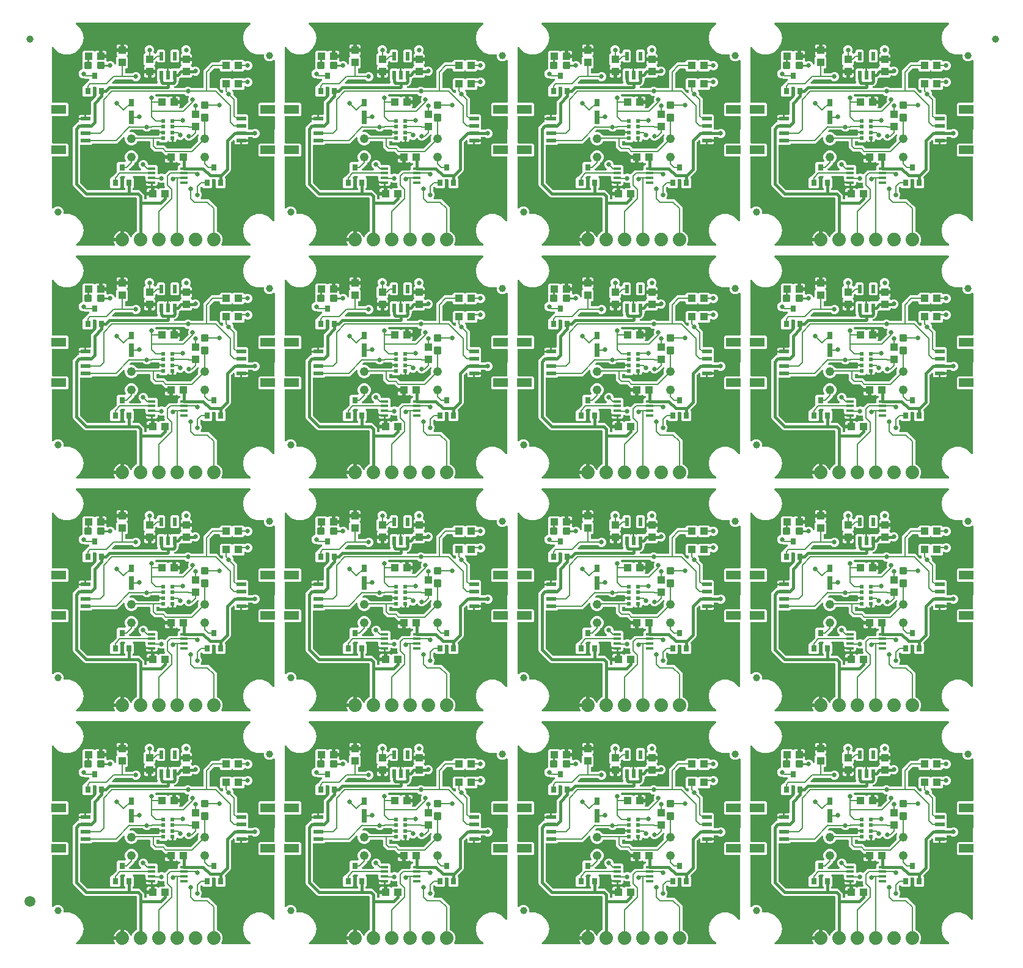
<source format=gtl>
G04 EAGLE Gerber RS-274X export*
G75*
%MOMM*%
%FSLAX34Y34*%
%LPD*%
%INTop Copper*%
%IPPOS*%
%AMOC8*
5,1,8,0,0,1.08239X$1,22.5*%
G01*
%ADD10R,1.100000X1.000000*%
%ADD11R,2.000000X1.200000*%
%ADD12R,1.350000X0.600000*%
%ADD13C,0.300000*%
%ADD14C,1.000000*%
%ADD15R,0.575000X0.488000*%
%ADD16R,1.100000X0.400000*%
%ADD17R,0.550000X1.200000*%
%ADD18R,1.000000X1.100000*%
%ADD19R,0.800000X1.000000*%
%ADD20R,0.800000X1.900000*%
%ADD21C,1.219200*%
%ADD22R,0.800000X0.900000*%
%ADD23C,1.879600*%
%ADD24C,1.500000*%
%ADD25C,0.203200*%
%ADD26C,0.406400*%
%ADD27C,0.660400*%
%ADD28C,0.254000*%

G36*
X413061Y4324D02*
X413061Y4324D01*
X413101Y4321D01*
X413218Y4344D01*
X413337Y4359D01*
X413374Y4373D01*
X413413Y4381D01*
X413521Y4432D01*
X413632Y4476D01*
X413665Y4499D01*
X413701Y4516D01*
X413793Y4592D01*
X413890Y4662D01*
X413915Y4693D01*
X413946Y4719D01*
X414016Y4815D01*
X414093Y4907D01*
X414110Y4944D01*
X414133Y4976D01*
X414177Y5087D01*
X414228Y5195D01*
X414236Y5234D01*
X414250Y5271D01*
X414265Y5390D01*
X414288Y5507D01*
X414285Y5547D01*
X414290Y5587D01*
X414276Y5706D01*
X414268Y5825D01*
X414256Y5863D01*
X414251Y5902D01*
X414207Y6014D01*
X414170Y6127D01*
X414149Y6161D01*
X414134Y6198D01*
X414048Y6334D01*
X413969Y6443D01*
X413116Y8117D01*
X412535Y9904D01*
X412495Y10161D01*
X422910Y10161D01*
X423028Y10176D01*
X423147Y10183D01*
X423185Y10196D01*
X423225Y10201D01*
X423336Y10244D01*
X423449Y10281D01*
X423483Y10303D01*
X423521Y10318D01*
X423617Y10388D01*
X423718Y10451D01*
X423746Y10481D01*
X423778Y10504D01*
X423854Y10596D01*
X423936Y10683D01*
X423955Y10718D01*
X423981Y10749D01*
X424032Y10857D01*
X424089Y10961D01*
X424100Y11001D01*
X424117Y11037D01*
X424139Y11154D01*
X424169Y11269D01*
X424173Y11330D01*
X424177Y11350D01*
X424175Y11370D01*
X424179Y11430D01*
X424179Y12701D01*
X425450Y12701D01*
X425568Y12716D01*
X425687Y12723D01*
X425725Y12736D01*
X425765Y12741D01*
X425876Y12785D01*
X425989Y12821D01*
X426024Y12843D01*
X426061Y12858D01*
X426157Y12928D01*
X426258Y12991D01*
X426286Y13021D01*
X426319Y13045D01*
X426394Y13136D01*
X426476Y13223D01*
X426496Y13258D01*
X426521Y13290D01*
X426572Y13397D01*
X426630Y13502D01*
X426640Y13541D01*
X426657Y13577D01*
X426679Y13694D01*
X426709Y13809D01*
X426713Y13870D01*
X426717Y13890D01*
X426715Y13910D01*
X426719Y13970D01*
X426719Y24385D01*
X426976Y24345D01*
X428763Y23764D01*
X430437Y22911D01*
X431958Y21806D01*
X433286Y20478D01*
X434391Y18957D01*
X435244Y17283D01*
X435395Y16818D01*
X435408Y16791D01*
X435415Y16762D01*
X435475Y16648D01*
X435530Y16530D01*
X435549Y16507D01*
X435563Y16481D01*
X435650Y16385D01*
X435733Y16285D01*
X435757Y16268D01*
X435777Y16246D01*
X435886Y16174D01*
X435990Y16098D01*
X436018Y16087D01*
X436043Y16071D01*
X436166Y16029D01*
X436286Y15981D01*
X436316Y15977D01*
X436344Y15968D01*
X436473Y15957D01*
X436601Y15941D01*
X436631Y15945D01*
X436661Y15942D01*
X436789Y15965D01*
X436917Y15981D01*
X436945Y15992D01*
X436974Y15997D01*
X437092Y16050D01*
X437213Y16098D01*
X437237Y16115D01*
X437264Y16127D01*
X437365Y16208D01*
X437470Y16284D01*
X437489Y16307D01*
X437513Y16326D01*
X437591Y16430D01*
X437673Y16529D01*
X437686Y16556D01*
X437704Y16580D01*
X437775Y16725D01*
X439028Y19750D01*
X442530Y23252D01*
X443716Y23743D01*
X443741Y23758D01*
X443769Y23767D01*
X443879Y23836D01*
X443992Y23901D01*
X444013Y23921D01*
X444038Y23937D01*
X444127Y24032D01*
X444220Y24122D01*
X444236Y24147D01*
X444256Y24169D01*
X444319Y24283D01*
X444387Y24393D01*
X444395Y24421D01*
X444410Y24447D01*
X444442Y24573D01*
X444480Y24697D01*
X444482Y24727D01*
X444489Y24755D01*
X444499Y24916D01*
X444499Y69850D01*
X444484Y69968D01*
X444477Y70087D01*
X444464Y70125D01*
X444459Y70166D01*
X444416Y70276D01*
X444379Y70389D01*
X444357Y70424D01*
X444342Y70461D01*
X444273Y70557D01*
X444209Y70658D01*
X444179Y70686D01*
X444156Y70719D01*
X444064Y70795D01*
X443977Y70876D01*
X443942Y70896D01*
X443911Y70921D01*
X443803Y70972D01*
X443699Y71030D01*
X443659Y71040D01*
X443623Y71057D01*
X443506Y71079D01*
X443391Y71109D01*
X443331Y71113D01*
X443311Y71117D01*
X443290Y71115D01*
X443230Y71119D01*
X373639Y71119D01*
X371772Y71893D01*
X370164Y73500D01*
X370164Y73501D01*
X357981Y85684D01*
X357980Y85684D01*
X356373Y87292D01*
X355599Y89159D01*
X355599Y167381D01*
X356373Y169248D01*
X361612Y174487D01*
X363363Y175212D01*
X363394Y175230D01*
X363429Y175242D01*
X363532Y175309D01*
X363639Y175370D01*
X363665Y175395D01*
X363696Y175415D01*
X363779Y175506D01*
X363868Y175591D01*
X363886Y175622D01*
X363911Y175649D01*
X363969Y175757D01*
X364034Y175862D01*
X364044Y175897D01*
X364062Y175929D01*
X364091Y176049D01*
X364127Y176166D01*
X364129Y176203D01*
X364138Y176238D01*
X364137Y176361D01*
X364143Y176484D01*
X364135Y176520D01*
X364135Y176556D01*
X364103Y176714D01*
X364089Y176766D01*
X364089Y178601D01*
X373150Y178601D01*
X373268Y178616D01*
X373387Y178623D01*
X373425Y178635D01*
X373465Y178641D01*
X373576Y178684D01*
X373689Y178721D01*
X373723Y178743D01*
X373761Y178758D01*
X373857Y178827D01*
X373958Y178891D01*
X373986Y178921D01*
X374018Y178944D01*
X374094Y179036D01*
X374176Y179123D01*
X374195Y179158D01*
X374221Y179189D01*
X374241Y179233D01*
X374317Y179288D01*
X374418Y179351D01*
X374446Y179381D01*
X374479Y179405D01*
X374555Y179496D01*
X374636Y179583D01*
X374656Y179618D01*
X374681Y179650D01*
X374732Y179757D01*
X374790Y179862D01*
X374800Y179901D01*
X374817Y179937D01*
X374839Y180054D01*
X374869Y180170D01*
X374873Y180230D01*
X374877Y180250D01*
X374875Y180270D01*
X374879Y180330D01*
X374879Y185641D01*
X379730Y185641D01*
X379848Y185656D01*
X379967Y185663D01*
X380005Y185676D01*
X380046Y185681D01*
X380156Y185724D01*
X380269Y185761D01*
X380304Y185783D01*
X380341Y185798D01*
X380437Y185867D01*
X380538Y185931D01*
X380566Y185961D01*
X380599Y185984D01*
X380675Y186076D01*
X380756Y186163D01*
X380776Y186198D01*
X380801Y186229D01*
X380852Y186337D01*
X380910Y186441D01*
X380920Y186481D01*
X380937Y186517D01*
X380959Y186634D01*
X380989Y186749D01*
X380993Y186809D01*
X380997Y186829D01*
X380995Y186850D01*
X380999Y186910D01*
X380999Y202941D01*
X381773Y204808D01*
X388269Y211304D01*
X388342Y211398D01*
X388421Y211488D01*
X388439Y211524D01*
X388464Y211556D01*
X388511Y211665D01*
X388566Y211771D01*
X388574Y211810D01*
X388590Y211847D01*
X388609Y211965D01*
X388635Y212081D01*
X388634Y212122D01*
X388640Y212162D01*
X388629Y212280D01*
X388625Y212399D01*
X388614Y212438D01*
X388610Y212478D01*
X388570Y212590D01*
X388537Y212705D01*
X388531Y212714D01*
X388531Y223266D01*
X388516Y223384D01*
X388509Y223503D01*
X388496Y223541D01*
X388491Y223582D01*
X388448Y223692D01*
X388411Y223805D01*
X388389Y223840D01*
X388374Y223877D01*
X388305Y223973D01*
X388241Y224074D01*
X388211Y224102D01*
X388188Y224135D01*
X388096Y224211D01*
X388009Y224292D01*
X387974Y224312D01*
X387943Y224337D01*
X387835Y224388D01*
X387731Y224446D01*
X387691Y224456D01*
X387655Y224473D01*
X387538Y224495D01*
X387423Y224525D01*
X387363Y224529D01*
X387343Y224533D01*
X387322Y224531D01*
X387262Y224535D01*
X384898Y224535D01*
X384780Y224520D01*
X384661Y224513D01*
X384623Y224500D01*
X384582Y224495D01*
X384472Y224452D01*
X384359Y224415D01*
X384324Y224393D01*
X384287Y224378D01*
X384191Y224309D01*
X384090Y224245D01*
X384062Y224215D01*
X384029Y224192D01*
X383953Y224100D01*
X383872Y224013D01*
X383852Y223978D01*
X383827Y223947D01*
X383776Y223839D01*
X383718Y223735D01*
X383708Y223695D01*
X383691Y223659D01*
X383669Y223542D01*
X383639Y223427D01*
X383635Y223367D01*
X383631Y223347D01*
X383633Y223326D01*
X383629Y223266D01*
X383629Y212837D01*
X381843Y211051D01*
X371317Y211051D01*
X369531Y212837D01*
X369531Y224363D01*
X371327Y226159D01*
X371364Y226164D01*
X371483Y226171D01*
X371521Y226184D01*
X371562Y226189D01*
X371672Y226232D01*
X371785Y226269D01*
X371820Y226291D01*
X371857Y226306D01*
X371953Y226375D01*
X372054Y226439D01*
X372082Y226469D01*
X372115Y226492D01*
X372191Y226584D01*
X372272Y226671D01*
X372292Y226706D01*
X372317Y226737D01*
X372368Y226845D01*
X372426Y226949D01*
X372436Y226989D01*
X372453Y227025D01*
X372464Y227082D01*
X375268Y229886D01*
X378092Y232710D01*
X378188Y232748D01*
X378301Y232785D01*
X378336Y232807D01*
X378373Y232822D01*
X378469Y232891D01*
X378570Y232955D01*
X378598Y232985D01*
X378631Y233008D01*
X378707Y233100D01*
X378788Y233187D01*
X378808Y233222D01*
X378833Y233253D01*
X378884Y233361D01*
X378942Y233465D01*
X378952Y233505D01*
X378969Y233541D01*
X378991Y233658D01*
X379021Y233773D01*
X379025Y233833D01*
X379029Y233853D01*
X379027Y233874D01*
X379031Y233934D01*
X379031Y234266D01*
X379016Y234384D01*
X379009Y234503D01*
X378996Y234541D01*
X378991Y234582D01*
X378948Y234692D01*
X378911Y234805D01*
X378889Y234840D01*
X378874Y234877D01*
X378805Y234973D01*
X378741Y235074D01*
X378711Y235102D01*
X378688Y235135D01*
X378596Y235211D01*
X378509Y235292D01*
X378474Y235312D01*
X378443Y235337D01*
X378335Y235388D01*
X378231Y235446D01*
X378191Y235456D01*
X378155Y235473D01*
X378038Y235495D01*
X377923Y235525D01*
X377863Y235529D01*
X377843Y235533D01*
X377822Y235531D01*
X377762Y235535D01*
X372126Y235535D01*
X371814Y235848D01*
X371736Y235908D01*
X371664Y235976D01*
X371611Y236005D01*
X371563Y236042D01*
X371472Y236082D01*
X371385Y236130D01*
X371327Y236145D01*
X371271Y236169D01*
X371173Y236184D01*
X371077Y236209D01*
X370977Y236215D01*
X370957Y236219D01*
X370945Y236217D01*
X370917Y236219D01*
X369577Y236219D01*
X367243Y237186D01*
X365456Y238973D01*
X364489Y241307D01*
X364489Y243833D01*
X365456Y246167D01*
X367243Y247954D01*
X368478Y248466D01*
X368503Y248480D01*
X368531Y248489D01*
X368641Y248559D01*
X368754Y248623D01*
X368775Y248644D01*
X368800Y248659D01*
X368889Y248754D01*
X368982Y248844D01*
X368998Y248869D01*
X369018Y248891D01*
X369081Y249005D01*
X369149Y249115D01*
X369157Y249144D01*
X369172Y249170D01*
X369204Y249295D01*
X369242Y249419D01*
X369244Y249449D01*
X369251Y249477D01*
X369261Y249638D01*
X369261Y259681D01*
X369249Y259780D01*
X369246Y259879D01*
X369229Y259937D01*
X369221Y259997D01*
X369185Y260089D01*
X369157Y260184D01*
X369127Y260236D01*
X369104Y260293D01*
X369046Y260373D01*
X369031Y260398D01*
X369031Y272963D01*
X370817Y274749D01*
X384343Y274749D01*
X385542Y273550D01*
X385636Y273477D01*
X385725Y273398D01*
X385761Y273380D01*
X385793Y273355D01*
X385902Y273308D01*
X386008Y273253D01*
X386048Y273245D01*
X386085Y273229D01*
X386203Y273210D01*
X386319Y273184D01*
X386359Y273185D01*
X386399Y273179D01*
X386518Y273190D01*
X386637Y273194D01*
X386675Y273205D01*
X386716Y273209D01*
X386828Y273249D01*
X386942Y273282D01*
X386977Y273302D01*
X387015Y273316D01*
X387113Y273383D01*
X387216Y273443D01*
X387261Y273483D01*
X387278Y273495D01*
X387292Y273510D01*
X387337Y273550D01*
X387520Y273733D01*
X388099Y274068D01*
X388746Y274241D01*
X392081Y274241D01*
X392081Y267930D01*
X392096Y267812D01*
X392103Y267693D01*
X392115Y267655D01*
X392121Y267615D01*
X392164Y267504D01*
X392201Y267391D01*
X392223Y267357D01*
X392238Y267319D01*
X392307Y267223D01*
X392371Y267122D01*
X392401Y267094D01*
X392424Y267062D01*
X392516Y266986D01*
X392603Y266904D01*
X392638Y266885D01*
X392669Y266859D01*
X392777Y266808D01*
X392881Y266751D01*
X392921Y266741D01*
X392957Y266723D01*
X393074Y266701D01*
X393189Y266671D01*
X393249Y266667D01*
X393269Y266664D01*
X393290Y266665D01*
X393350Y266661D01*
X394541Y266661D01*
X394541Y265470D01*
X394556Y265352D01*
X394563Y265233D01*
X394576Y265195D01*
X394581Y265154D01*
X394625Y265044D01*
X394661Y264931D01*
X394683Y264896D01*
X394698Y264859D01*
X394768Y264762D01*
X394831Y264662D01*
X394861Y264634D01*
X394885Y264601D01*
X394976Y264525D01*
X395063Y264444D01*
X395098Y264424D01*
X395130Y264399D01*
X395237Y264348D01*
X395342Y264290D01*
X395381Y264280D01*
X395417Y264263D01*
X395534Y264241D01*
X395650Y264211D01*
X395710Y264207D01*
X395730Y264203D01*
X395750Y264205D01*
X395810Y264201D01*
X402621Y264201D01*
X402621Y261365D01*
X402508Y260946D01*
X402501Y260890D01*
X402484Y260836D01*
X402479Y260733D01*
X402465Y260631D01*
X402472Y260575D01*
X402469Y260519D01*
X402490Y260418D01*
X402502Y260315D01*
X402522Y260263D01*
X402533Y260207D01*
X402579Y260114D01*
X402616Y260018D01*
X402648Y259972D01*
X402673Y259922D01*
X402740Y259843D01*
X402800Y259759D01*
X402843Y259722D01*
X402879Y259680D01*
X402964Y259620D01*
X403042Y259554D01*
X403093Y259529D01*
X403139Y259496D01*
X403236Y259460D01*
X403329Y259415D01*
X403384Y259404D01*
X403437Y259384D01*
X403539Y259372D01*
X403640Y259352D01*
X403697Y259355D01*
X403753Y259348D01*
X403855Y259363D01*
X403958Y259368D01*
X404012Y259385D01*
X404068Y259393D01*
X404220Y259445D01*
X406407Y260351D01*
X408933Y260351D01*
X411267Y259384D01*
X413054Y257597D01*
X413689Y256063D01*
X413724Y256002D01*
X413750Y255938D01*
X413802Y255865D01*
X413847Y255787D01*
X413895Y255737D01*
X413936Y255680D01*
X414006Y255623D01*
X414068Y255559D01*
X414128Y255522D01*
X414181Y255478D01*
X414263Y255439D01*
X414339Y255392D01*
X414406Y255372D01*
X414469Y255342D01*
X414557Y255325D01*
X414643Y255299D01*
X414713Y255295D01*
X414782Y255282D01*
X414871Y255288D01*
X414961Y255283D01*
X415029Y255298D01*
X415099Y255302D01*
X415184Y255330D01*
X415272Y255348D01*
X415335Y255378D01*
X415401Y255400D01*
X415477Y255448D01*
X415558Y255488D01*
X415611Y255533D01*
X415670Y255570D01*
X415732Y255636D01*
X415800Y255694D01*
X415840Y255751D01*
X415888Y255802D01*
X415931Y255880D01*
X415983Y255954D01*
X416008Y256019D01*
X416042Y256080D01*
X416064Y256167D01*
X416096Y256251D01*
X416104Y256321D01*
X416121Y256388D01*
X416131Y256549D01*
X416131Y264963D01*
X417330Y266162D01*
X417403Y266256D01*
X417482Y266345D01*
X417493Y266366D01*
X417498Y266373D01*
X417505Y266387D01*
X417525Y266413D01*
X417572Y266522D01*
X417627Y266628D01*
X417634Y266661D01*
X417634Y266662D01*
X417635Y266668D01*
X417651Y266705D01*
X417670Y266823D01*
X417696Y266939D01*
X417695Y266979D01*
X417701Y267019D01*
X417690Y267138D01*
X417686Y267257D01*
X417675Y267295D01*
X417671Y267336D01*
X417631Y267448D01*
X417598Y267562D01*
X417578Y267597D01*
X417564Y267635D01*
X417497Y267733D01*
X417437Y267836D01*
X417397Y267881D01*
X417385Y267898D01*
X417370Y267912D01*
X417330Y267957D01*
X417147Y268140D01*
X416812Y268719D01*
X416639Y269366D01*
X416639Y272701D01*
X422950Y272701D01*
X423068Y272716D01*
X423187Y272723D01*
X423225Y272735D01*
X423265Y272741D01*
X423376Y272784D01*
X423489Y272821D01*
X423523Y272843D01*
X423561Y272858D01*
X423657Y272927D01*
X423758Y272991D01*
X423786Y273021D01*
X423818Y273044D01*
X423894Y273136D01*
X423976Y273223D01*
X423995Y273258D01*
X424021Y273289D01*
X424072Y273397D01*
X424129Y273501D01*
X424139Y273541D01*
X424157Y273577D01*
X424177Y273684D01*
X424181Y273654D01*
X424225Y273544D01*
X424261Y273431D01*
X424283Y273396D01*
X424298Y273359D01*
X424368Y273262D01*
X424431Y273162D01*
X424461Y273134D01*
X424485Y273101D01*
X424576Y273025D01*
X424663Y272944D01*
X424698Y272924D01*
X424730Y272899D01*
X424837Y272848D01*
X424942Y272790D01*
X424981Y272780D01*
X425017Y272763D01*
X425134Y272741D01*
X425250Y272711D01*
X425310Y272707D01*
X425330Y272703D01*
X425350Y272705D01*
X425410Y272701D01*
X431721Y272701D01*
X431721Y269366D01*
X431548Y268719D01*
X431213Y268140D01*
X431030Y267957D01*
X430957Y267863D01*
X430878Y267773D01*
X430860Y267737D01*
X430835Y267706D01*
X430788Y267596D01*
X430733Y267490D01*
X430725Y267451D01*
X430709Y267414D01*
X430690Y267296D01*
X430664Y267180D01*
X430665Y267139D01*
X430659Y267100D01*
X430670Y266981D01*
X430673Y266862D01*
X430685Y266823D01*
X430689Y266783D01*
X430729Y266671D01*
X430762Y266557D01*
X430781Y266524D01*
X430784Y266514D01*
X430786Y266510D01*
X430796Y266484D01*
X430863Y266385D01*
X430923Y266283D01*
X430950Y266253D01*
X430954Y266245D01*
X430964Y266236D01*
X430975Y266221D01*
X430990Y266207D01*
X431030Y266162D01*
X432229Y264963D01*
X432229Y251437D01*
X430443Y249651D01*
X429514Y249651D01*
X429396Y249636D01*
X429277Y249629D01*
X429239Y249616D01*
X429198Y249611D01*
X429088Y249568D01*
X428975Y249531D01*
X428940Y249509D01*
X428903Y249494D01*
X428807Y249425D01*
X428706Y249361D01*
X428678Y249331D01*
X428645Y249308D01*
X428569Y249216D01*
X428488Y249129D01*
X428468Y249094D01*
X428443Y249063D01*
X428392Y248955D01*
X428334Y248851D01*
X428324Y248811D01*
X428307Y248775D01*
X428285Y248658D01*
X428255Y248543D01*
X428251Y248483D01*
X428247Y248463D01*
X428249Y248442D01*
X428245Y248382D01*
X428245Y244094D01*
X428260Y243976D01*
X428267Y243857D01*
X428280Y243819D01*
X428285Y243778D01*
X428328Y243668D01*
X428365Y243555D01*
X428387Y243520D01*
X428402Y243483D01*
X428471Y243387D01*
X428535Y243286D01*
X428565Y243258D01*
X428588Y243225D01*
X428680Y243149D01*
X428767Y243068D01*
X428802Y243048D01*
X428833Y243023D01*
X428941Y242972D01*
X429045Y242914D01*
X429085Y242904D01*
X429121Y242887D01*
X429238Y242865D01*
X429353Y242835D01*
X429413Y242831D01*
X429433Y242827D01*
X429454Y242829D01*
X429514Y242825D01*
X437788Y242825D01*
X437886Y242837D01*
X437985Y242840D01*
X438043Y242857D01*
X438103Y242865D01*
X438195Y242901D01*
X438290Y242929D01*
X438343Y242959D01*
X438399Y242982D01*
X438479Y243040D01*
X438564Y243090D01*
X438640Y243156D01*
X438656Y243168D01*
X438664Y243178D01*
X438685Y243196D01*
X439633Y244144D01*
X441967Y245111D01*
X444493Y245111D01*
X446827Y244144D01*
X448614Y242357D01*
X449581Y240023D01*
X449581Y237497D01*
X448614Y235163D01*
X446827Y233376D01*
X444493Y232409D01*
X441967Y232409D01*
X439633Y233376D01*
X438685Y234324D01*
X438607Y234384D01*
X438535Y234452D01*
X438482Y234481D01*
X438434Y234518D01*
X438343Y234558D01*
X438256Y234606D01*
X438198Y234621D01*
X438142Y234645D01*
X438044Y234660D01*
X437948Y234685D01*
X437848Y234691D01*
X437828Y234695D01*
X437816Y234693D01*
X437788Y234695D01*
X414959Y234695D01*
X414861Y234683D01*
X414762Y234680D01*
X414704Y234663D01*
X414644Y234655D01*
X414552Y234619D01*
X414457Y234591D01*
X414404Y234561D01*
X414348Y234538D01*
X414268Y234480D01*
X414183Y234430D01*
X414107Y234364D01*
X414091Y234352D01*
X414083Y234342D01*
X414062Y234324D01*
X410760Y231021D01*
X410675Y230912D01*
X410586Y230805D01*
X410577Y230786D01*
X410565Y230770D01*
X410509Y230642D01*
X410450Y230517D01*
X410447Y230497D01*
X410439Y230478D01*
X410417Y230340D01*
X410391Y230204D01*
X410392Y230184D01*
X410389Y230164D01*
X410402Y230025D01*
X410410Y229887D01*
X410417Y229868D01*
X410419Y229848D01*
X410466Y229716D01*
X410508Y229585D01*
X410519Y229567D01*
X410526Y229548D01*
X410604Y229433D01*
X410679Y229316D01*
X410693Y229302D01*
X410705Y229285D01*
X410809Y229193D01*
X410910Y229098D01*
X410928Y229088D01*
X410943Y229075D01*
X411067Y229011D01*
X411189Y228944D01*
X411208Y228939D01*
X411226Y228930D01*
X411362Y228900D01*
X411497Y228865D01*
X411525Y228863D01*
X411537Y228860D01*
X411557Y228861D01*
X411657Y228855D01*
X471980Y228855D01*
X472030Y228861D01*
X472079Y228859D01*
X472187Y228881D01*
X472296Y228895D01*
X472342Y228913D01*
X472391Y228923D01*
X472490Y228971D01*
X472592Y229012D01*
X472632Y229041D01*
X472676Y229063D01*
X472760Y229134D01*
X472849Y229198D01*
X472881Y229237D01*
X472918Y229269D01*
X472982Y229359D01*
X473052Y229443D01*
X473073Y229488D01*
X473102Y229529D01*
X473141Y229632D01*
X473187Y229731D01*
X473197Y229780D01*
X473214Y229826D01*
X473226Y229936D01*
X473247Y230043D01*
X473244Y230093D01*
X473249Y230143D01*
X473234Y230251D01*
X473227Y230361D01*
X473212Y230408D01*
X473205Y230457D01*
X473153Y230610D01*
X473099Y230739D01*
X473099Y232492D01*
X473087Y232591D01*
X473084Y232690D01*
X473067Y232748D01*
X473059Y232808D01*
X473023Y232900D01*
X472995Y232995D01*
X472965Y233047D01*
X472942Y233104D01*
X472884Y233184D01*
X472834Y233269D01*
X472768Y233344D01*
X472756Y233361D01*
X472746Y233369D01*
X472727Y233390D01*
X472381Y233736D01*
X472381Y248262D01*
X474167Y250048D01*
X482193Y250048D01*
X482583Y249658D01*
X482667Y249593D01*
X482744Y249521D01*
X482792Y249496D01*
X482834Y249463D01*
X482931Y249421D01*
X483024Y249371D01*
X483077Y249358D01*
X483126Y249336D01*
X483231Y249320D01*
X483333Y249294D01*
X483387Y249295D01*
X483440Y249286D01*
X483546Y249296D01*
X483651Y249297D01*
X483735Y249314D01*
X483757Y249316D01*
X483772Y249321D01*
X483809Y249329D01*
X484596Y249540D01*
X486306Y249540D01*
X486306Y241104D01*
X486321Y240986D01*
X486328Y240867D01*
X486340Y240829D01*
X486346Y240789D01*
X486389Y240678D01*
X486426Y240565D01*
X486448Y240531D01*
X486463Y240493D01*
X486532Y240397D01*
X486596Y240296D01*
X486626Y240268D01*
X486649Y240236D01*
X486741Y240160D01*
X486828Y240078D01*
X486863Y240059D01*
X486894Y240033D01*
X487002Y239982D01*
X487106Y239925D01*
X487146Y239915D01*
X487182Y239897D01*
X487299Y239875D01*
X487414Y239845D01*
X487474Y239841D01*
X487494Y239838D01*
X487515Y239839D01*
X487575Y239835D01*
X487785Y239835D01*
X487903Y239850D01*
X488022Y239857D01*
X488060Y239870D01*
X488101Y239875D01*
X488211Y239919D01*
X488324Y239955D01*
X488359Y239977D01*
X488396Y239992D01*
X488492Y240062D01*
X488593Y240125D01*
X488621Y240155D01*
X488654Y240179D01*
X488730Y240270D01*
X488811Y240357D01*
X488831Y240392D01*
X488856Y240424D01*
X488907Y240531D01*
X488965Y240636D01*
X488975Y240675D01*
X488992Y240711D01*
X489014Y240828D01*
X489044Y240944D01*
X489048Y241004D01*
X489052Y241024D01*
X489050Y241044D01*
X489054Y241104D01*
X489054Y249540D01*
X490764Y249540D01*
X491551Y249329D01*
X491656Y249315D01*
X491759Y249291D01*
X491813Y249293D01*
X491866Y249286D01*
X491971Y249298D01*
X492077Y249301D01*
X492128Y249316D01*
X492182Y249322D01*
X492281Y249360D01*
X492382Y249390D01*
X492429Y249417D01*
X492479Y249436D01*
X492565Y249497D01*
X492656Y249551D01*
X492720Y249608D01*
X492738Y249620D01*
X492748Y249632D01*
X492777Y249658D01*
X493167Y250048D01*
X501193Y250048D01*
X501305Y249935D01*
X501399Y249862D01*
X501488Y249784D01*
X501524Y249765D01*
X501556Y249740D01*
X501666Y249693D01*
X501772Y249639D01*
X501811Y249630D01*
X501848Y249614D01*
X501966Y249595D01*
X502082Y249569D01*
X502122Y249571D01*
X502162Y249564D01*
X502281Y249575D01*
X502400Y249579D01*
X502439Y249590D01*
X502479Y249594D01*
X502591Y249634D01*
X502705Y249667D01*
X502740Y249688D01*
X502778Y249702D01*
X502874Y249767D01*
X504248Y250336D01*
X504273Y250350D01*
X504301Y250359D01*
X504411Y250429D01*
X504524Y250493D01*
X504545Y250514D01*
X504570Y250530D01*
X504659Y250624D01*
X504752Y250714D01*
X504768Y250740D01*
X504788Y250761D01*
X504851Y250875D01*
X504919Y250986D01*
X504927Y251014D01*
X504942Y251040D01*
X504974Y251165D01*
X505012Y251290D01*
X505014Y251319D01*
X505021Y251348D01*
X505031Y251508D01*
X505031Y252263D01*
X506230Y253462D01*
X506303Y253556D01*
X506382Y253645D01*
X506396Y253673D01*
X506402Y253680D01*
X506406Y253688D01*
X506425Y253713D01*
X506472Y253822D01*
X506527Y253928D01*
X506533Y253959D01*
X506538Y253968D01*
X506540Y253977D01*
X506551Y254005D01*
X506570Y254123D01*
X506596Y254239D01*
X506595Y254268D01*
X506598Y254280D01*
X506597Y254291D01*
X506601Y254319D01*
X506590Y254438D01*
X506587Y254556D01*
X506579Y254583D01*
X506578Y254598D01*
X506574Y254610D01*
X506571Y254636D01*
X506531Y254748D01*
X506498Y254862D01*
X506485Y254884D01*
X506480Y254900D01*
X506472Y254913D01*
X506464Y254935D01*
X506397Y255033D01*
X506337Y255136D01*
X506316Y255160D01*
X506310Y255169D01*
X506296Y255182D01*
X506285Y255198D01*
X506270Y255211D01*
X506230Y255257D01*
X506047Y255440D01*
X505712Y256019D01*
X505539Y256666D01*
X505539Y260001D01*
X511850Y260001D01*
X511968Y260016D01*
X512087Y260023D01*
X512125Y260035D01*
X512165Y260041D01*
X512276Y260084D01*
X512389Y260121D01*
X512423Y260143D01*
X512461Y260158D01*
X512557Y260227D01*
X512658Y260291D01*
X512686Y260321D01*
X512718Y260344D01*
X512794Y260436D01*
X512876Y260523D01*
X512895Y260558D01*
X512921Y260589D01*
X512972Y260697D01*
X513029Y260801D01*
X513039Y260841D01*
X513057Y260877D01*
X513077Y260984D01*
X513081Y260954D01*
X513125Y260844D01*
X513161Y260731D01*
X513183Y260696D01*
X513198Y260659D01*
X513268Y260562D01*
X513331Y260462D01*
X513361Y260434D01*
X513385Y260401D01*
X513476Y260325D01*
X513563Y260244D01*
X513598Y260224D01*
X513630Y260199D01*
X513737Y260148D01*
X513842Y260090D01*
X513881Y260080D01*
X513917Y260063D01*
X514034Y260041D01*
X514150Y260011D01*
X514210Y260007D01*
X514230Y260003D01*
X514250Y260005D01*
X514310Y260001D01*
X520621Y260001D01*
X520621Y256666D01*
X520448Y256019D01*
X520113Y255440D01*
X519930Y255257D01*
X519857Y255163D01*
X519778Y255073D01*
X519768Y255054D01*
X519758Y255042D01*
X519750Y255025D01*
X519735Y255005D01*
X519688Y254896D01*
X519633Y254790D01*
X519628Y254767D01*
X519622Y254754D01*
X519619Y254738D01*
X519609Y254714D01*
X519590Y254596D01*
X519564Y254480D01*
X519565Y254453D01*
X519562Y254441D01*
X519563Y254428D01*
X519559Y254399D01*
X519570Y254281D01*
X519573Y254162D01*
X519582Y254134D01*
X519582Y254124D01*
X519586Y254113D01*
X519589Y254083D01*
X519629Y253971D01*
X519662Y253856D01*
X519677Y253830D01*
X519680Y253822D01*
X519685Y253813D01*
X519696Y253784D01*
X519763Y253685D01*
X519823Y253583D01*
X519863Y253537D01*
X519875Y253520D01*
X519890Y253507D01*
X519930Y253462D01*
X521191Y252201D01*
X521214Y252183D01*
X521233Y252160D01*
X521339Y252086D01*
X521442Y252006D01*
X521469Y251994D01*
X521493Y251977D01*
X521615Y251931D01*
X521734Y251880D01*
X521763Y251875D01*
X521790Y251865D01*
X521920Y251850D01*
X522048Y251830D01*
X522077Y251833D01*
X522106Y251829D01*
X522235Y251848D01*
X522364Y251860D01*
X522392Y251870D01*
X522421Y251874D01*
X522574Y251926D01*
X524517Y252731D01*
X527043Y252731D01*
X529377Y251764D01*
X531164Y249977D01*
X532131Y247643D01*
X532131Y245117D01*
X531164Y242783D01*
X529377Y240996D01*
X527043Y240029D01*
X524517Y240029D01*
X523808Y240323D01*
X523800Y240325D01*
X523791Y240330D01*
X523646Y240367D01*
X523502Y240407D01*
X523492Y240407D01*
X523483Y240409D01*
X523323Y240419D01*
X522398Y240419D01*
X522280Y240404D01*
X522161Y240397D01*
X522123Y240384D01*
X522082Y240379D01*
X521972Y240336D01*
X521859Y240299D01*
X521824Y240277D01*
X521787Y240262D01*
X521691Y240193D01*
X521590Y240129D01*
X521562Y240099D01*
X521529Y240076D01*
X521453Y239984D01*
X521372Y239897D01*
X521352Y239862D01*
X521327Y239831D01*
X521276Y239723D01*
X521218Y239619D01*
X521208Y239579D01*
X521191Y239543D01*
X521169Y239426D01*
X521139Y239311D01*
X521135Y239251D01*
X521131Y239231D01*
X521132Y239215D01*
X521131Y239210D01*
X521132Y239200D01*
X521129Y239150D01*
X521129Y238737D01*
X519343Y236951D01*
X506817Y236951D01*
X506549Y237219D01*
X506455Y237292D01*
X506366Y237371D01*
X506330Y237389D01*
X506298Y237414D01*
X506189Y237461D01*
X506083Y237515D01*
X506043Y237524D01*
X506006Y237540D01*
X505888Y237559D01*
X505773Y237585D01*
X505732Y237584D01*
X505692Y237590D01*
X505574Y237579D01*
X505455Y237575D01*
X505416Y237564D01*
X505376Y237560D01*
X505264Y237520D01*
X505149Y237487D01*
X505114Y237467D01*
X505076Y237453D01*
X504978Y237386D01*
X504875Y237326D01*
X504830Y237286D01*
X504813Y237274D01*
X504800Y237259D01*
X504754Y237219D01*
X504227Y236692D01*
X503762Y236499D01*
X503737Y236485D01*
X503709Y236476D01*
X503656Y236442D01*
X503637Y236435D01*
X503592Y236402D01*
X503486Y236342D01*
X503465Y236321D01*
X503440Y236305D01*
X503399Y236262D01*
X503379Y236248D01*
X503340Y236201D01*
X503258Y236120D01*
X503242Y236095D01*
X503222Y236074D01*
X503195Y236025D01*
X503177Y236003D01*
X503147Y235940D01*
X503091Y235849D01*
X503083Y235821D01*
X503068Y235795D01*
X503056Y235746D01*
X503041Y235715D01*
X503026Y235638D01*
X502998Y235545D01*
X502996Y235516D01*
X502989Y235487D01*
X502985Y235421D01*
X502981Y235403D01*
X502982Y235385D01*
X502979Y235327D01*
X502979Y233736D01*
X502633Y233390D01*
X502572Y233312D01*
X502504Y233240D01*
X502475Y233187D01*
X502438Y233139D01*
X502398Y233048D01*
X502350Y232961D01*
X502335Y232903D01*
X502311Y232847D01*
X502296Y232749D01*
X502271Y232653D01*
X502265Y232553D01*
X502261Y232533D01*
X502263Y232520D01*
X502261Y232492D01*
X502261Y230739D01*
X501487Y228872D01*
X498178Y225563D01*
X496690Y224947D01*
X496630Y224912D01*
X496565Y224886D01*
X496492Y224834D01*
X496414Y224789D01*
X496364Y224741D01*
X496308Y224700D01*
X496250Y224630D01*
X496186Y224568D01*
X496149Y224508D01*
X496105Y224455D01*
X496067Y224373D01*
X496020Y224297D01*
X495999Y224230D01*
X495969Y224167D01*
X495952Y224079D01*
X495926Y223993D01*
X495923Y223923D01*
X495910Y223854D01*
X495915Y223765D01*
X495911Y223675D01*
X495925Y223607D01*
X495929Y223537D01*
X495957Y223452D01*
X495975Y223364D01*
X496006Y223301D01*
X496027Y223235D01*
X496075Y223159D01*
X496115Y223078D01*
X496160Y223025D01*
X496197Y222966D01*
X496263Y222904D01*
X496321Y222836D01*
X496378Y222796D01*
X496429Y222748D01*
X496508Y222705D01*
X496581Y222653D01*
X496647Y222628D01*
X496708Y222594D01*
X496794Y222572D01*
X496879Y222540D01*
X496948Y222532D01*
X497016Y222515D01*
X497176Y222505D01*
X510178Y222505D01*
X510276Y222517D01*
X510375Y222520D01*
X510433Y222537D01*
X510493Y222545D01*
X510585Y222581D01*
X510680Y222609D01*
X510733Y222639D01*
X510789Y222662D01*
X510869Y222720D01*
X510954Y222770D01*
X511030Y222836D01*
X511046Y222848D01*
X511054Y222858D01*
X511075Y222876D01*
X512023Y223824D01*
X514357Y224791D01*
X516883Y224791D01*
X519217Y223824D01*
X520165Y222877D01*
X520243Y222816D01*
X520315Y222748D01*
X520368Y222719D01*
X520416Y222682D01*
X520507Y222642D01*
X520594Y222594D01*
X520652Y222579D01*
X520708Y222555D01*
X520806Y222540D01*
X520902Y222515D01*
X521002Y222509D01*
X521022Y222505D01*
X521034Y222507D01*
X521062Y222505D01*
X535686Y222505D01*
X535804Y222520D01*
X535923Y222527D01*
X535961Y222540D01*
X536002Y222545D01*
X536112Y222588D01*
X536225Y222625D01*
X536260Y222647D01*
X536297Y222662D01*
X536393Y222731D01*
X536494Y222795D01*
X536522Y222825D01*
X536555Y222848D01*
X536631Y222940D01*
X536712Y223027D01*
X536732Y223062D01*
X536757Y223093D01*
X536808Y223201D01*
X536866Y223305D01*
X536876Y223345D01*
X536893Y223381D01*
X536915Y223498D01*
X536945Y223613D01*
X536949Y223673D01*
X536953Y223693D01*
X536951Y223714D01*
X536955Y223774D01*
X536955Y246794D01*
X539708Y249546D01*
X545474Y255312D01*
X548226Y258065D01*
X558262Y258065D01*
X558380Y258080D01*
X558499Y258087D01*
X558537Y258100D01*
X558578Y258105D01*
X558688Y258148D01*
X558801Y258185D01*
X558836Y258207D01*
X558873Y258222D01*
X558969Y258291D01*
X559070Y258355D01*
X559098Y258385D01*
X559131Y258408D01*
X559207Y258500D01*
X559288Y258587D01*
X559308Y258622D01*
X559333Y258653D01*
X559384Y258761D01*
X559442Y258865D01*
X559452Y258905D01*
X559469Y258941D01*
X559491Y259058D01*
X559521Y259173D01*
X559525Y259233D01*
X559529Y259253D01*
X559527Y259274D01*
X559531Y259334D01*
X559531Y260263D01*
X561317Y262049D01*
X574843Y262049D01*
X575683Y261209D01*
X575777Y261136D01*
X575866Y261057D01*
X575902Y261039D01*
X575934Y261014D01*
X576043Y260967D01*
X576149Y260913D01*
X576188Y260904D01*
X576226Y260888D01*
X576343Y260869D01*
X576459Y260843D01*
X576500Y260844D01*
X576540Y260838D01*
X576658Y260849D01*
X576777Y260853D01*
X576816Y260864D01*
X576856Y260868D01*
X576968Y260908D01*
X577083Y260941D01*
X577118Y260962D01*
X577156Y260975D01*
X577254Y261042D01*
X577357Y261103D01*
X577402Y261142D01*
X577419Y261154D01*
X577432Y261169D01*
X577478Y261209D01*
X578317Y262049D01*
X591843Y262049D01*
X593927Y259965D01*
X593950Y259946D01*
X593969Y259924D01*
X594075Y259849D01*
X594178Y259770D01*
X594205Y259758D01*
X594230Y259741D01*
X594351Y259695D01*
X594470Y259643D01*
X594499Y259639D01*
X594527Y259628D01*
X594656Y259614D01*
X594784Y259593D01*
X594814Y259596D01*
X594843Y259593D01*
X594971Y259611D01*
X595101Y259623D01*
X595129Y259633D01*
X595158Y259637D01*
X595310Y259689D01*
X596907Y260351D01*
X599433Y260351D01*
X601767Y259384D01*
X603554Y257597D01*
X604521Y255263D01*
X604521Y252737D01*
X603554Y250403D01*
X601767Y248616D01*
X599433Y247649D01*
X596907Y247649D01*
X595310Y248311D01*
X595282Y248318D01*
X595255Y248332D01*
X595129Y248360D01*
X595003Y248395D01*
X594974Y248395D01*
X594945Y248401D01*
X594815Y248398D01*
X594685Y248400D01*
X594657Y248393D01*
X594627Y248392D01*
X594503Y248356D01*
X594376Y248325D01*
X594350Y248312D01*
X594322Y248303D01*
X594210Y248238D01*
X594095Y248177D01*
X594073Y248157D01*
X594048Y248142D01*
X593927Y248035D01*
X591843Y245951D01*
X578317Y245951D01*
X577478Y246791D01*
X577384Y246864D01*
X577294Y246943D01*
X577258Y246961D01*
X577226Y246986D01*
X577117Y247033D01*
X577011Y247087D01*
X576972Y247096D01*
X576934Y247112D01*
X576817Y247131D01*
X576701Y247157D01*
X576660Y247156D01*
X576620Y247162D01*
X576502Y247151D01*
X576383Y247147D01*
X576344Y247136D01*
X576304Y247132D01*
X576191Y247092D01*
X576077Y247059D01*
X576043Y247038D01*
X576004Y247025D01*
X575906Y246958D01*
X575803Y246897D01*
X575758Y246857D01*
X575741Y246846D01*
X575728Y246831D01*
X575683Y246791D01*
X574843Y245951D01*
X561317Y245951D01*
X559531Y247737D01*
X559531Y248666D01*
X559516Y248784D01*
X559509Y248903D01*
X559496Y248941D01*
X559491Y248982D01*
X559448Y249092D01*
X559411Y249205D01*
X559389Y249240D01*
X559374Y249277D01*
X559305Y249373D01*
X559241Y249474D01*
X559211Y249502D01*
X559188Y249535D01*
X559096Y249611D01*
X559009Y249692D01*
X558974Y249712D01*
X558943Y249737D01*
X558835Y249788D01*
X558731Y249846D01*
X558691Y249856D01*
X558655Y249873D01*
X558538Y249895D01*
X558423Y249925D01*
X558363Y249929D01*
X558343Y249933D01*
X558322Y249931D01*
X558262Y249935D01*
X552119Y249935D01*
X552021Y249923D01*
X551922Y249920D01*
X551864Y249903D01*
X551804Y249895D01*
X551712Y249859D01*
X551617Y249831D01*
X551564Y249801D01*
X551508Y249778D01*
X551428Y249720D01*
X551343Y249670D01*
X551267Y249604D01*
X551251Y249592D01*
X551243Y249582D01*
X551222Y249564D01*
X545456Y243798D01*
X545396Y243720D01*
X545328Y243648D01*
X545299Y243595D01*
X545262Y243547D01*
X545222Y243456D01*
X545174Y243369D01*
X545159Y243311D01*
X545135Y243255D01*
X545120Y243157D01*
X545095Y243061D01*
X545089Y242961D01*
X545085Y242941D01*
X545087Y242929D01*
X545085Y242901D01*
X545085Y223774D01*
X545100Y223656D01*
X545107Y223537D01*
X545120Y223499D01*
X545125Y223458D01*
X545168Y223348D01*
X545205Y223235D01*
X545227Y223200D01*
X545242Y223163D01*
X545311Y223067D01*
X545375Y222966D01*
X545405Y222938D01*
X545428Y222905D01*
X545520Y222829D01*
X545607Y222748D01*
X545642Y222728D01*
X545673Y222703D01*
X545781Y222652D01*
X545885Y222594D01*
X545925Y222584D01*
X545961Y222567D01*
X546078Y222545D01*
X546193Y222515D01*
X546253Y222511D01*
X546273Y222507D01*
X546294Y222509D01*
X546354Y222505D01*
X555404Y222505D01*
X558156Y219752D01*
X561849Y216060D01*
X561958Y215975D01*
X562065Y215886D01*
X562084Y215877D01*
X562100Y215865D01*
X562228Y215809D01*
X562353Y215750D01*
X562373Y215747D01*
X562392Y215739D01*
X562530Y215717D01*
X562666Y215691D01*
X562686Y215692D01*
X562706Y215689D01*
X562845Y215702D01*
X562983Y215710D01*
X563002Y215717D01*
X563022Y215719D01*
X563154Y215766D01*
X563285Y215808D01*
X563303Y215819D01*
X563322Y215826D01*
X563437Y215904D01*
X563554Y215979D01*
X563568Y215993D01*
X563585Y216005D01*
X563677Y216109D01*
X563772Y216210D01*
X563782Y216228D01*
X563795Y216243D01*
X563859Y216367D01*
X563926Y216489D01*
X563931Y216508D01*
X563940Y216526D01*
X563970Y216662D01*
X564005Y216797D01*
X564007Y216825D01*
X564010Y216837D01*
X564009Y216857D01*
X564015Y216957D01*
X564015Y219282D01*
X564000Y219400D01*
X563993Y219519D01*
X563980Y219557D01*
X563975Y219598D01*
X563932Y219708D01*
X563895Y219821D01*
X563873Y219856D01*
X563858Y219893D01*
X563789Y219989D01*
X563725Y220090D01*
X563695Y220118D01*
X563672Y220151D01*
X563580Y220227D01*
X563493Y220308D01*
X563458Y220328D01*
X563427Y220353D01*
X563319Y220404D01*
X563215Y220462D01*
X563175Y220472D01*
X563139Y220489D01*
X563022Y220511D01*
X562907Y220541D01*
X562847Y220545D01*
X562827Y220549D01*
X562806Y220547D01*
X562746Y220551D01*
X561317Y220551D01*
X559531Y222337D01*
X559531Y234863D01*
X561317Y236649D01*
X574843Y236649D01*
X575682Y235809D01*
X575776Y235736D01*
X575866Y235657D01*
X575902Y235639D01*
X575934Y235614D01*
X576043Y235567D01*
X576149Y235513D01*
X576188Y235504D01*
X576226Y235488D01*
X576343Y235469D01*
X576459Y235443D01*
X576500Y235444D01*
X576540Y235438D01*
X576658Y235449D01*
X576777Y235453D01*
X576816Y235464D01*
X576856Y235468D01*
X576969Y235508D01*
X577083Y235541D01*
X577117Y235562D01*
X577156Y235575D01*
X577254Y235642D01*
X577357Y235703D01*
X577402Y235743D01*
X577419Y235754D01*
X577432Y235769D01*
X577477Y235809D01*
X578317Y236649D01*
X591843Y236649D01*
X592373Y236119D01*
X592467Y236046D01*
X592556Y235967D01*
X592592Y235949D01*
X592624Y235924D01*
X592733Y235877D01*
X592839Y235823D01*
X592879Y235814D01*
X592916Y235798D01*
X593033Y235779D01*
X593150Y235753D01*
X593190Y235754D01*
X593230Y235748D01*
X593349Y235759D01*
X593467Y235763D01*
X593506Y235774D01*
X593546Y235778D01*
X593659Y235818D01*
X593773Y235851D01*
X593808Y235872D01*
X593846Y235885D01*
X593944Y235952D01*
X594047Y236013D01*
X594092Y236052D01*
X594109Y236064D01*
X594122Y236079D01*
X594168Y236119D01*
X594573Y236524D01*
X596907Y237491D01*
X599433Y237491D01*
X601767Y236524D01*
X603554Y234737D01*
X604521Y232403D01*
X604521Y229877D01*
X603554Y227543D01*
X601767Y225756D01*
X599433Y224789D01*
X596907Y224789D01*
X595384Y225420D01*
X595336Y225433D01*
X595291Y225454D01*
X595183Y225475D01*
X595077Y225504D01*
X595027Y225505D01*
X594978Y225514D01*
X594869Y225507D01*
X594759Y225509D01*
X594711Y225498D01*
X594661Y225494D01*
X594557Y225461D01*
X594450Y225435D01*
X594406Y225412D01*
X594359Y225396D01*
X594266Y225338D01*
X594169Y225286D01*
X594132Y225253D01*
X594090Y225226D01*
X594015Y225146D01*
X593933Y225072D01*
X593906Y225031D01*
X593872Y224995D01*
X593819Y224898D01*
X593759Y224807D01*
X593742Y224760D01*
X593718Y224716D01*
X593691Y224610D01*
X593655Y224506D01*
X593651Y224456D01*
X593639Y224408D01*
X593629Y224248D01*
X593629Y222337D01*
X591843Y220551D01*
X578014Y220551D01*
X577876Y220534D01*
X577738Y220521D01*
X577719Y220514D01*
X577699Y220511D01*
X577569Y220460D01*
X577439Y220413D01*
X577422Y220402D01*
X577403Y220394D01*
X577291Y220313D01*
X577175Y220235D01*
X577162Y220219D01*
X577146Y220208D01*
X577057Y220100D01*
X576965Y219996D01*
X576956Y219978D01*
X576943Y219963D01*
X576884Y219837D01*
X576820Y219713D01*
X576816Y219693D01*
X576807Y219675D01*
X576781Y219539D01*
X576751Y219403D01*
X576751Y219382D01*
X576748Y219363D01*
X576756Y219224D01*
X576760Y219085D01*
X576766Y219065D01*
X576767Y219045D01*
X576810Y218913D01*
X576849Y218779D01*
X576859Y218762D01*
X576865Y218743D01*
X576940Y218625D01*
X577010Y218505D01*
X577029Y218484D01*
X577036Y218474D01*
X577050Y218460D01*
X577117Y218384D01*
X577274Y218227D01*
X578241Y215893D01*
X578241Y214163D01*
X578253Y214065D01*
X578256Y213966D01*
X578273Y213908D01*
X578281Y213848D01*
X578317Y213756D01*
X578345Y213661D01*
X578375Y213609D01*
X578398Y213552D01*
X578456Y213472D01*
X578506Y213387D01*
X578572Y213311D01*
X578584Y213295D01*
X578594Y213287D01*
X578612Y213266D01*
X583185Y208694D01*
X583185Y187418D01*
X583200Y187300D01*
X583207Y187181D01*
X583220Y187143D01*
X583225Y187102D01*
X583268Y186992D01*
X583305Y186879D01*
X583327Y186844D01*
X583342Y186807D01*
X583411Y186711D01*
X583475Y186610D01*
X583505Y186582D01*
X583528Y186549D01*
X583620Y186473D01*
X583707Y186392D01*
X583742Y186372D01*
X583773Y186347D01*
X583881Y186296D01*
X583985Y186238D01*
X584025Y186228D01*
X584061Y186211D01*
X584178Y186189D01*
X584293Y186159D01*
X584353Y186155D01*
X584373Y186151D01*
X584394Y186153D01*
X584454Y186149D01*
X597293Y186149D01*
X599079Y184363D01*
X599079Y175797D01*
X599069Y175778D01*
X599044Y175746D01*
X598997Y175637D01*
X598943Y175531D01*
X598934Y175491D01*
X598918Y175454D01*
X598899Y175336D01*
X598873Y175221D01*
X598874Y175180D01*
X598868Y175140D01*
X598879Y175021D01*
X598883Y174903D01*
X598894Y174864D01*
X598898Y174824D01*
X598938Y174711D01*
X598971Y174597D01*
X598992Y174562D01*
X599005Y174524D01*
X599072Y174426D01*
X599079Y174415D01*
X599079Y166370D01*
X599094Y166252D01*
X599101Y166133D01*
X599114Y166095D01*
X599119Y166054D01*
X599162Y165944D01*
X599199Y165831D01*
X599221Y165796D01*
X599236Y165759D01*
X599305Y165663D01*
X599369Y165562D01*
X599399Y165534D01*
X599422Y165501D01*
X599514Y165425D01*
X599601Y165344D01*
X599636Y165324D01*
X599667Y165299D01*
X599775Y165248D01*
X599879Y165190D01*
X599919Y165180D01*
X599955Y165163D01*
X600072Y165141D01*
X600187Y165111D01*
X600247Y165107D01*
X600267Y165103D01*
X600288Y165105D01*
X600348Y165101D01*
X603904Y165101D01*
X604002Y165113D01*
X604101Y165116D01*
X604159Y165133D01*
X604219Y165141D01*
X604311Y165177D01*
X604406Y165205D01*
X604459Y165235D01*
X604515Y165258D01*
X604595Y165316D01*
X604680Y165366D01*
X604715Y165397D01*
X607067Y166371D01*
X609593Y166371D01*
X611927Y165404D01*
X613714Y163617D01*
X614681Y161283D01*
X614681Y158757D01*
X613714Y156423D01*
X611927Y154636D01*
X609593Y153669D01*
X607067Y153669D01*
X604700Y154649D01*
X604651Y154696D01*
X604598Y154725D01*
X604550Y154762D01*
X604459Y154802D01*
X604372Y154850D01*
X604314Y154865D01*
X604258Y154889D01*
X604160Y154904D01*
X604064Y154929D01*
X603964Y154935D01*
X603944Y154939D01*
X603932Y154937D01*
X603904Y154939D01*
X599822Y154939D01*
X599697Y154924D01*
X599571Y154914D01*
X599539Y154904D01*
X599506Y154899D01*
X599389Y154853D01*
X599270Y154813D01*
X599242Y154795D01*
X599210Y154782D01*
X599109Y154708D01*
X599003Y154640D01*
X598980Y154615D01*
X598953Y154596D01*
X598872Y154498D01*
X598788Y154406D01*
X598772Y154377D01*
X598750Y154351D01*
X598697Y154237D01*
X598637Y154126D01*
X598629Y154093D01*
X598615Y154063D01*
X598591Y153939D01*
X598561Y153817D01*
X598561Y153784D01*
X598555Y153751D01*
X598563Y153625D01*
X598564Y153499D01*
X598571Y153465D01*
X598571Y151599D01*
X589510Y151599D01*
X589392Y151584D01*
X589273Y151577D01*
X589235Y151564D01*
X589195Y151559D01*
X589084Y151516D01*
X588971Y151479D01*
X588937Y151457D01*
X588899Y151442D01*
X588803Y151373D01*
X588702Y151309D01*
X588674Y151279D01*
X588642Y151256D01*
X588566Y151164D01*
X588484Y151077D01*
X588465Y151042D01*
X588439Y151011D01*
X588419Y150968D01*
X588342Y150912D01*
X588242Y150849D01*
X588214Y150819D01*
X588181Y150795D01*
X588105Y150704D01*
X588024Y150617D01*
X588004Y150582D01*
X587979Y150550D01*
X587928Y150443D01*
X587870Y150338D01*
X587860Y150299D01*
X587843Y150263D01*
X587821Y150146D01*
X587791Y150030D01*
X587787Y149970D01*
X587783Y149950D01*
X587785Y149930D01*
X587781Y149870D01*
X587781Y144559D01*
X582196Y144559D01*
X581549Y144732D01*
X580970Y145067D01*
X580497Y145540D01*
X580162Y146119D01*
X579989Y146766D01*
X579989Y149370D01*
X579972Y149507D01*
X579959Y149646D01*
X579952Y149665D01*
X579949Y149685D01*
X579898Y149814D01*
X579851Y149945D01*
X579840Y149962D01*
X579832Y149981D01*
X579751Y150093D01*
X579673Y150209D01*
X579657Y150222D01*
X579646Y150238D01*
X579538Y150327D01*
X579434Y150419D01*
X579416Y150428D01*
X579401Y150441D01*
X579275Y150500D01*
X579151Y150564D01*
X579131Y150568D01*
X579113Y150577D01*
X578977Y150603D01*
X578841Y150633D01*
X578820Y150633D01*
X578801Y150636D01*
X578662Y150628D01*
X578523Y150624D01*
X578503Y150618D01*
X578483Y150617D01*
X578351Y150574D01*
X578217Y150535D01*
X578200Y150525D01*
X578181Y150519D01*
X578063Y150444D01*
X577943Y150374D01*
X577922Y150355D01*
X577912Y150349D01*
X577898Y150334D01*
X577823Y150267D01*
X575682Y148127D01*
X575622Y148049D01*
X575554Y147977D01*
X575525Y147924D01*
X575488Y147876D01*
X575448Y147785D01*
X575400Y147698D01*
X575385Y147640D01*
X575361Y147584D01*
X575346Y147486D01*
X575321Y147390D01*
X575315Y147290D01*
X575311Y147270D01*
X575313Y147258D01*
X575311Y147230D01*
X575311Y109479D01*
X574537Y107612D01*
X566906Y99981D01*
X566833Y99886D01*
X566754Y99797D01*
X566736Y99761D01*
X566711Y99729D01*
X566664Y99620D01*
X566610Y99514D01*
X566601Y99475D01*
X566585Y99438D01*
X566566Y99320D01*
X566540Y99204D01*
X566541Y99163D01*
X566535Y99123D01*
X566546Y99005D01*
X566550Y98886D01*
X566561Y98847D01*
X566565Y98807D01*
X566605Y98695D01*
X566638Y98580D01*
X566658Y98546D01*
X566672Y98508D01*
X566739Y98409D01*
X566799Y98307D01*
X566839Y98261D01*
X566851Y98244D01*
X566866Y98231D01*
X566906Y98186D01*
X567729Y97363D01*
X567729Y85837D01*
X565943Y84051D01*
X555417Y84051D01*
X553631Y85837D01*
X553631Y95250D01*
X553616Y95368D01*
X553609Y95487D01*
X553596Y95525D01*
X553591Y95566D01*
X553548Y95676D01*
X553511Y95789D01*
X553489Y95824D01*
X553474Y95861D01*
X553405Y95957D01*
X553341Y96058D01*
X553311Y96086D01*
X553288Y96119D01*
X553196Y96195D01*
X553109Y96276D01*
X553074Y96296D01*
X553043Y96321D01*
X552935Y96372D01*
X552831Y96430D01*
X552791Y96440D01*
X552755Y96457D01*
X552638Y96479D01*
X552523Y96509D01*
X552463Y96513D01*
X552443Y96517D01*
X552422Y96515D01*
X552362Y96519D01*
X549998Y96519D01*
X549880Y96504D01*
X549761Y96497D01*
X549723Y96484D01*
X549682Y96479D01*
X549572Y96436D01*
X549459Y96399D01*
X549424Y96377D01*
X549387Y96362D01*
X549291Y96293D01*
X549190Y96229D01*
X549162Y96199D01*
X549129Y96176D01*
X549053Y96084D01*
X548972Y95997D01*
X548952Y95962D01*
X548927Y95931D01*
X548876Y95823D01*
X548818Y95719D01*
X548808Y95679D01*
X548791Y95643D01*
X548769Y95526D01*
X548739Y95411D01*
X548735Y95351D01*
X548731Y95331D01*
X548733Y95310D01*
X548729Y95250D01*
X548729Y85837D01*
X546943Y84051D01*
X536417Y84051D01*
X534986Y85483D01*
X534892Y85556D01*
X534803Y85634D01*
X534767Y85653D01*
X534735Y85677D01*
X534625Y85725D01*
X534519Y85779D01*
X534480Y85788D01*
X534443Y85804D01*
X534325Y85823D01*
X534209Y85849D01*
X534169Y85847D01*
X534129Y85854D01*
X534010Y85842D01*
X533891Y85839D01*
X533852Y85828D01*
X533812Y85824D01*
X533700Y85784D01*
X533586Y85750D01*
X533551Y85730D01*
X533513Y85716D01*
X533414Y85649D01*
X533312Y85589D01*
X533267Y85549D01*
X533250Y85538D01*
X533236Y85522D01*
X533191Y85483D01*
X532756Y85048D01*
X532696Y84970D01*
X532628Y84898D01*
X532599Y84845D01*
X532562Y84797D01*
X532522Y84706D01*
X532474Y84619D01*
X532459Y84560D01*
X532435Y84505D01*
X532420Y84407D01*
X532395Y84311D01*
X532389Y84211D01*
X532385Y84191D01*
X532387Y84179D01*
X532385Y84151D01*
X532385Y80372D01*
X532397Y80274D01*
X532400Y80175D01*
X532417Y80117D01*
X532425Y80057D01*
X532461Y79965D01*
X532489Y79870D01*
X532519Y79817D01*
X532542Y79761D01*
X532600Y79681D01*
X532650Y79596D01*
X532716Y79520D01*
X532728Y79504D01*
X532738Y79496D01*
X532756Y79475D01*
X533704Y78527D01*
X534671Y76193D01*
X534671Y73667D01*
X533704Y71333D01*
X533373Y71002D01*
X533288Y70892D01*
X533199Y70785D01*
X533190Y70766D01*
X533178Y70750D01*
X533122Y70622D01*
X533063Y70497D01*
X533060Y70477D01*
X533051Y70458D01*
X533030Y70320D01*
X533004Y70184D01*
X533005Y70164D01*
X533002Y70144D01*
X533015Y70005D01*
X533023Y69867D01*
X533030Y69848D01*
X533031Y69828D01*
X533079Y69697D01*
X533121Y69565D01*
X533132Y69547D01*
X533139Y69528D01*
X533217Y69414D01*
X533292Y69296D01*
X533306Y69282D01*
X533318Y69265D01*
X533422Y69173D01*
X533523Y69078D01*
X533541Y69068D01*
X533556Y69055D01*
X533680Y68992D01*
X533802Y68924D01*
X533821Y68919D01*
X533839Y68910D01*
X533975Y68880D01*
X534110Y68845D01*
X534138Y68843D01*
X534150Y68840D01*
X534170Y68841D01*
X534270Y68835D01*
X543974Y68835D01*
X555245Y57564D01*
X555245Y25337D01*
X555248Y25307D01*
X555246Y25278D01*
X555268Y25150D01*
X555285Y25021D01*
X555295Y24994D01*
X555300Y24965D01*
X555354Y24846D01*
X555402Y24725D01*
X555419Y24702D01*
X555431Y24675D01*
X555512Y24573D01*
X555588Y24468D01*
X555611Y24449D01*
X555630Y24426D01*
X555733Y24348D01*
X555833Y24265D01*
X555860Y24253D01*
X555884Y24235D01*
X556028Y24164D01*
X558230Y23252D01*
X561732Y19750D01*
X563627Y15176D01*
X563627Y10224D01*
X561908Y6074D01*
X561894Y6026D01*
X561873Y5981D01*
X561853Y5873D01*
X561824Y5767D01*
X561823Y5717D01*
X561813Y5668D01*
X561820Y5559D01*
X561819Y5449D01*
X561830Y5401D01*
X561833Y5351D01*
X561867Y5247D01*
X561893Y5140D01*
X561916Y5096D01*
X561931Y5049D01*
X561990Y4956D01*
X562041Y4859D01*
X562075Y4822D01*
X562101Y4780D01*
X562182Y4705D01*
X562255Y4623D01*
X562297Y4596D01*
X562333Y4562D01*
X562429Y4509D01*
X562521Y4449D01*
X562568Y4432D01*
X562612Y4408D01*
X562718Y4381D01*
X562822Y4345D01*
X562871Y4341D01*
X562919Y4329D01*
X563080Y4319D01*
X601147Y4319D01*
X601182Y4323D01*
X601217Y4321D01*
X601339Y4343D01*
X601462Y4359D01*
X601495Y4372D01*
X601530Y4378D01*
X601643Y4430D01*
X601758Y4476D01*
X601786Y4496D01*
X601819Y4511D01*
X601915Y4590D01*
X602015Y4662D01*
X602038Y4690D01*
X602065Y4712D01*
X602139Y4812D01*
X602218Y4907D01*
X602233Y4939D01*
X602254Y4968D01*
X602301Y5083D01*
X602354Y5195D01*
X602360Y5230D01*
X602373Y5263D01*
X602390Y5386D01*
X602413Y5507D01*
X602411Y5543D01*
X602416Y5578D01*
X602401Y5701D01*
X602394Y5825D01*
X602383Y5859D01*
X602378Y5894D01*
X602334Y6009D01*
X602296Y6127D01*
X602277Y6157D01*
X602264Y6190D01*
X602192Y6291D01*
X602125Y6396D01*
X602100Y6420D01*
X602079Y6449D01*
X601962Y6560D01*
X597095Y10644D01*
X593109Y17549D01*
X591725Y25400D01*
X593109Y33251D01*
X597095Y40155D01*
X603202Y45280D01*
X610694Y48007D01*
X618666Y48007D01*
X626158Y45280D01*
X632265Y40156D01*
X633217Y38506D01*
X633305Y38390D01*
X633391Y38272D01*
X633401Y38263D01*
X633410Y38252D01*
X633524Y38162D01*
X633635Y38069D01*
X633648Y38063D01*
X633659Y38055D01*
X633792Y37996D01*
X633923Y37934D01*
X633937Y37931D01*
X633949Y37925D01*
X634092Y37901D01*
X634235Y37874D01*
X634249Y37874D01*
X634263Y37872D01*
X634408Y37884D01*
X634553Y37893D01*
X634566Y37897D01*
X634580Y37899D01*
X634717Y37946D01*
X634855Y37991D01*
X634867Y37998D01*
X634880Y38003D01*
X635002Y38084D01*
X635124Y38161D01*
X635134Y38171D01*
X635145Y38179D01*
X635243Y38287D01*
X635342Y38392D01*
X635349Y38405D01*
X635358Y38415D01*
X635426Y38543D01*
X635496Y38671D01*
X635499Y38684D01*
X635506Y38697D01*
X635539Y38838D01*
X635576Y38979D01*
X635577Y38998D01*
X635579Y39006D01*
X635578Y39024D01*
X635586Y39139D01*
X635641Y126781D01*
X635626Y126900D01*
X635619Y127019D01*
X635606Y127057D01*
X635601Y127097D01*
X635558Y127208D01*
X635521Y127321D01*
X635499Y127355D01*
X635485Y127393D01*
X635415Y127489D01*
X635351Y127590D01*
X635321Y127618D01*
X635298Y127650D01*
X635206Y127726D01*
X635119Y127808D01*
X635084Y127827D01*
X635053Y127853D01*
X634945Y127904D01*
X634841Y127962D01*
X634802Y127972D01*
X634766Y127989D01*
X634648Y128011D01*
X634533Y128041D01*
X634473Y128045D01*
X634453Y128049D01*
X634433Y128047D01*
X634372Y128051D01*
X614767Y128051D01*
X612981Y129837D01*
X612981Y144363D01*
X614767Y146149D01*
X634385Y146149D01*
X634503Y146164D01*
X634621Y146171D01*
X634660Y146183D01*
X634700Y146189D01*
X634811Y146232D01*
X634924Y146269D01*
X634958Y146291D01*
X634996Y146306D01*
X635092Y146375D01*
X635192Y146439D01*
X635220Y146468D01*
X635253Y146492D01*
X635329Y146584D01*
X635410Y146670D01*
X635430Y146706D01*
X635456Y146737D01*
X635507Y146845D01*
X635564Y146949D01*
X635574Y146988D01*
X635592Y147025D01*
X635614Y147141D01*
X635644Y147257D01*
X635648Y147317D01*
X635652Y147337D01*
X635650Y147358D01*
X635654Y147417D01*
X635676Y182781D01*
X635662Y182900D01*
X635654Y183019D01*
X635642Y183057D01*
X635637Y183097D01*
X635593Y183208D01*
X635556Y183321D01*
X635535Y183355D01*
X635520Y183393D01*
X635450Y183489D01*
X635386Y183590D01*
X635357Y183618D01*
X635333Y183650D01*
X635241Y183726D01*
X635154Y183808D01*
X635119Y183827D01*
X635088Y183853D01*
X634980Y183904D01*
X634876Y183962D01*
X634837Y183972D01*
X634801Y183989D01*
X634683Y184011D01*
X634568Y184041D01*
X634509Y184045D01*
X634488Y184049D01*
X634468Y184047D01*
X634407Y184051D01*
X614767Y184051D01*
X612981Y185837D01*
X612981Y200363D01*
X614767Y202149D01*
X634420Y202149D01*
X634538Y202164D01*
X634656Y202171D01*
X634695Y202183D01*
X634736Y202189D01*
X634846Y202232D01*
X634959Y202269D01*
X634993Y202291D01*
X635031Y202306D01*
X635127Y202375D01*
X635228Y202439D01*
X635256Y202468D01*
X635289Y202492D01*
X635364Y202584D01*
X635446Y202670D01*
X635466Y202706D01*
X635492Y202737D01*
X635542Y202845D01*
X635599Y202949D01*
X635610Y202988D01*
X635627Y203025D01*
X635649Y203141D01*
X635679Y203257D01*
X635683Y203317D01*
X635687Y203337D01*
X635686Y203358D01*
X635689Y203417D01*
X635725Y260598D01*
X635708Y260736D01*
X635695Y260875D01*
X635688Y260894D01*
X635686Y260913D01*
X635634Y261043D01*
X635587Y261174D01*
X635576Y261191D01*
X635569Y261209D01*
X635487Y261322D01*
X635409Y261437D01*
X635394Y261451D01*
X635382Y261467D01*
X635275Y261556D01*
X635170Y261648D01*
X635153Y261657D01*
X635137Y261670D01*
X635011Y261729D01*
X634887Y261792D01*
X634868Y261797D01*
X634850Y261805D01*
X634712Y261832D01*
X634577Y261862D01*
X634557Y261861D01*
X634538Y261865D01*
X634398Y261857D01*
X634259Y261852D01*
X634240Y261847D01*
X634220Y261846D01*
X634087Y261803D01*
X633953Y261764D01*
X633936Y261754D01*
X633917Y261748D01*
X633800Y261673D01*
X633680Y261602D01*
X633659Y261584D01*
X633649Y261578D01*
X633635Y261563D01*
X633559Y261496D01*
X633209Y261147D01*
X630251Y259921D01*
X627049Y259921D01*
X624091Y261147D01*
X621827Y263411D01*
X620601Y266369D01*
X620601Y268385D01*
X620599Y268407D01*
X620601Y268429D01*
X620579Y268564D01*
X620561Y268700D01*
X620553Y268721D01*
X620550Y268743D01*
X620495Y268868D01*
X620444Y268996D01*
X620432Y269014D01*
X620423Y269034D01*
X620338Y269143D01*
X620258Y269253D01*
X620241Y269267D01*
X620227Y269285D01*
X620118Y269369D01*
X620013Y269456D01*
X619993Y269466D01*
X619975Y269479D01*
X619849Y269533D01*
X619725Y269592D01*
X619703Y269596D01*
X619683Y269605D01*
X619547Y269626D01*
X619413Y269652D01*
X619391Y269650D01*
X619369Y269654D01*
X619232Y269640D01*
X619095Y269632D01*
X619074Y269625D01*
X619052Y269623D01*
X618898Y269578D01*
X618666Y269493D01*
X610694Y269493D01*
X603202Y272220D01*
X597095Y277344D01*
X593109Y284249D01*
X591725Y292100D01*
X593109Y299951D01*
X597095Y306855D01*
X601962Y310940D01*
X601986Y310966D01*
X602015Y310986D01*
X602094Y311082D01*
X602179Y311173D01*
X602195Y311204D01*
X602218Y311231D01*
X602271Y311344D01*
X602330Y311453D01*
X602338Y311487D01*
X602354Y311519D01*
X602377Y311641D01*
X602407Y311761D01*
X602407Y311797D01*
X602413Y311832D01*
X602406Y311955D01*
X602405Y312079D01*
X602396Y312114D01*
X602394Y312149D01*
X602355Y312267D01*
X602324Y312387D01*
X602306Y312418D01*
X602296Y312451D01*
X602229Y312556D01*
X602169Y312665D01*
X602144Y312690D01*
X602125Y312720D01*
X602035Y312805D01*
X601950Y312895D01*
X601920Y312914D01*
X601894Y312938D01*
X601785Y312998D01*
X601680Y313064D01*
X601646Y313075D01*
X601615Y313092D01*
X601495Y313123D01*
X601377Y313160D01*
X601342Y313162D01*
X601307Y313171D01*
X601147Y313181D01*
X361513Y313181D01*
X361478Y313177D01*
X361443Y313179D01*
X361321Y313157D01*
X361198Y313141D01*
X361165Y313128D01*
X361130Y313122D01*
X361017Y313070D01*
X360902Y313024D01*
X360874Y313004D01*
X360841Y312989D01*
X360745Y312910D01*
X360645Y312838D01*
X360622Y312810D01*
X360595Y312788D01*
X360521Y312688D01*
X360442Y312593D01*
X360427Y312561D01*
X360406Y312532D01*
X360359Y312417D01*
X360306Y312305D01*
X360300Y312270D01*
X360287Y312237D01*
X360270Y312114D01*
X360247Y311993D01*
X360249Y311957D01*
X360244Y311922D01*
X360259Y311799D01*
X360266Y311675D01*
X360277Y311641D01*
X360282Y311606D01*
X360326Y311491D01*
X360364Y311373D01*
X360383Y311343D01*
X360396Y311310D01*
X360468Y311209D01*
X360535Y311104D01*
X360560Y311080D01*
X360581Y311051D01*
X360698Y310940D01*
X365565Y306856D01*
X369551Y299951D01*
X370935Y292100D01*
X369551Y284249D01*
X365565Y277345D01*
X359458Y272220D01*
X351966Y269493D01*
X343994Y269493D01*
X336502Y272220D01*
X330395Y277344D01*
X329267Y279298D01*
X329179Y279414D01*
X329094Y279532D01*
X329083Y279541D01*
X329075Y279551D01*
X328961Y279642D01*
X328849Y279735D01*
X328836Y279741D01*
X328826Y279749D01*
X328692Y279809D01*
X328561Y279870D01*
X328548Y279873D01*
X328535Y279878D01*
X328391Y279903D01*
X328248Y279930D01*
X328235Y279929D01*
X328222Y279932D01*
X328076Y279919D01*
X327931Y279910D01*
X327918Y279906D01*
X327905Y279905D01*
X327767Y279857D01*
X327629Y279812D01*
X327617Y279805D01*
X327604Y279801D01*
X327483Y279720D01*
X327360Y279642D01*
X327351Y279632D01*
X327339Y279625D01*
X327242Y279517D01*
X327142Y279411D01*
X327135Y279399D01*
X327126Y279389D01*
X327059Y279260D01*
X326988Y279132D01*
X326985Y279119D01*
X326979Y279107D01*
X326945Y278965D01*
X326909Y278824D01*
X326908Y278806D01*
X326906Y278798D01*
X326906Y278780D01*
X326899Y278663D01*
X326899Y203418D01*
X326914Y203300D01*
X326921Y203181D01*
X326934Y203143D01*
X326939Y203102D01*
X326982Y202992D01*
X327019Y202879D01*
X327041Y202844D01*
X327056Y202807D01*
X327125Y202711D01*
X327189Y202610D01*
X327219Y202582D01*
X327242Y202549D01*
X327334Y202473D01*
X327421Y202392D01*
X327456Y202372D01*
X327487Y202347D01*
X327595Y202296D01*
X327699Y202238D01*
X327739Y202228D01*
X327775Y202211D01*
X327892Y202189D01*
X328007Y202159D01*
X328067Y202155D01*
X328087Y202151D01*
X328108Y202153D01*
X328168Y202149D01*
X347893Y202149D01*
X349679Y200363D01*
X349679Y185837D01*
X347893Y184051D01*
X328168Y184051D01*
X328050Y184036D01*
X327931Y184029D01*
X327893Y184016D01*
X327852Y184011D01*
X327742Y183968D01*
X327629Y183931D01*
X327594Y183909D01*
X327557Y183894D01*
X327461Y183825D01*
X327360Y183761D01*
X327332Y183731D01*
X327299Y183708D01*
X327223Y183616D01*
X327142Y183529D01*
X327122Y183494D01*
X327097Y183463D01*
X327046Y183355D01*
X326988Y183251D01*
X326978Y183211D01*
X326961Y183175D01*
X326939Y183058D01*
X326909Y182943D01*
X326905Y182883D01*
X326901Y182863D01*
X326903Y182842D01*
X326899Y182782D01*
X326899Y147418D01*
X326914Y147300D01*
X326921Y147181D01*
X326934Y147143D01*
X326939Y147102D01*
X326982Y146992D01*
X327019Y146879D01*
X327041Y146844D01*
X327056Y146807D01*
X327125Y146711D01*
X327189Y146610D01*
X327219Y146582D01*
X327242Y146549D01*
X327334Y146473D01*
X327421Y146392D01*
X327456Y146372D01*
X327487Y146347D01*
X327595Y146296D01*
X327699Y146238D01*
X327739Y146228D01*
X327775Y146211D01*
X327892Y146189D01*
X328007Y146159D01*
X328067Y146155D01*
X328087Y146151D01*
X328108Y146153D01*
X328168Y146149D01*
X347893Y146149D01*
X349679Y144363D01*
X349679Y129837D01*
X347893Y128051D01*
X328168Y128051D01*
X328050Y128036D01*
X327931Y128029D01*
X327893Y128016D01*
X327852Y128011D01*
X327742Y127968D01*
X327629Y127931D01*
X327594Y127909D01*
X327557Y127894D01*
X327461Y127825D01*
X327360Y127761D01*
X327332Y127731D01*
X327299Y127708D01*
X327223Y127616D01*
X327142Y127529D01*
X327122Y127494D01*
X327097Y127463D01*
X327046Y127355D01*
X326988Y127251D01*
X326978Y127211D01*
X326961Y127175D01*
X326939Y127058D01*
X326909Y126943D01*
X326905Y126883D01*
X326901Y126863D01*
X326903Y126842D01*
X326899Y126782D01*
X326899Y56866D01*
X326916Y56728D01*
X326929Y56589D01*
X326936Y56570D01*
X326939Y56550D01*
X326990Y56421D01*
X327037Y56290D01*
X327048Y56273D01*
X327056Y56254D01*
X327137Y56142D01*
X327215Y56027D01*
X327231Y56013D01*
X327242Y55997D01*
X327350Y55908D01*
X327454Y55816D01*
X327472Y55807D01*
X327487Y55794D01*
X327613Y55735D01*
X327737Y55672D01*
X327757Y55667D01*
X327775Y55659D01*
X327912Y55633D01*
X328047Y55602D01*
X328068Y55603D01*
X328087Y55599D01*
X328226Y55608D01*
X328365Y55612D01*
X328385Y55617D01*
X328405Y55619D01*
X328537Y55661D01*
X328671Y55700D01*
X328688Y55710D01*
X328707Y55717D01*
X328825Y55791D01*
X328945Y55862D01*
X328966Y55880D01*
X328976Y55887D01*
X328990Y55902D01*
X329065Y55968D01*
X330721Y57623D01*
X333679Y58849D01*
X336881Y58849D01*
X339839Y57623D01*
X342103Y55359D01*
X343329Y52401D01*
X343329Y49276D01*
X343344Y49158D01*
X343351Y49039D01*
X343364Y49001D01*
X343369Y48960D01*
X343412Y48850D01*
X343449Y48737D01*
X343471Y48702D01*
X343486Y48665D01*
X343555Y48569D01*
X343619Y48468D01*
X343649Y48440D01*
X343672Y48407D01*
X343764Y48331D01*
X343851Y48250D01*
X343886Y48230D01*
X343917Y48205D01*
X344025Y48154D01*
X344129Y48096D01*
X344169Y48086D01*
X344205Y48069D01*
X344322Y48047D01*
X344437Y48017D01*
X344497Y48013D01*
X344517Y48009D01*
X344538Y48011D01*
X344598Y48007D01*
X351966Y48007D01*
X359458Y45280D01*
X365565Y40156D01*
X369551Y33251D01*
X370935Y25400D01*
X369551Y17549D01*
X365565Y10645D01*
X360698Y6560D01*
X360674Y6534D01*
X360645Y6514D01*
X360566Y6418D01*
X360481Y6327D01*
X360465Y6296D01*
X360442Y6269D01*
X360389Y6156D01*
X360330Y6047D01*
X360322Y6013D01*
X360306Y5981D01*
X360283Y5859D01*
X360253Y5739D01*
X360253Y5703D01*
X360247Y5668D01*
X360254Y5545D01*
X360255Y5421D01*
X360264Y5386D01*
X360266Y5351D01*
X360305Y5233D01*
X360336Y5113D01*
X360354Y5082D01*
X360364Y5049D01*
X360431Y4944D01*
X360491Y4835D01*
X360516Y4810D01*
X360535Y4780D01*
X360625Y4695D01*
X360710Y4605D01*
X360740Y4586D01*
X360766Y4562D01*
X360875Y4502D01*
X360980Y4436D01*
X361014Y4425D01*
X361045Y4408D01*
X361165Y4377D01*
X361283Y4340D01*
X361318Y4338D01*
X361353Y4329D01*
X361513Y4319D01*
X413021Y4319D01*
X413061Y4324D01*
G37*
G36*
X90481Y4324D02*
X90481Y4324D01*
X90521Y4321D01*
X90638Y4344D01*
X90757Y4359D01*
X90794Y4373D01*
X90833Y4381D01*
X90941Y4432D01*
X91052Y4476D01*
X91085Y4499D01*
X91121Y4516D01*
X91213Y4592D01*
X91310Y4662D01*
X91335Y4693D01*
X91366Y4719D01*
X91436Y4815D01*
X91513Y4907D01*
X91530Y4944D01*
X91553Y4976D01*
X91597Y5087D01*
X91648Y5195D01*
X91656Y5234D01*
X91670Y5271D01*
X91685Y5390D01*
X91708Y5507D01*
X91705Y5547D01*
X91710Y5587D01*
X91696Y5706D01*
X91688Y5825D01*
X91676Y5863D01*
X91671Y5902D01*
X91627Y6014D01*
X91590Y6127D01*
X91569Y6161D01*
X91554Y6198D01*
X91468Y6334D01*
X91389Y6443D01*
X90536Y8117D01*
X89955Y9904D01*
X89915Y10161D01*
X100330Y10161D01*
X100448Y10176D01*
X100567Y10183D01*
X100605Y10196D01*
X100645Y10201D01*
X100756Y10244D01*
X100869Y10281D01*
X100903Y10303D01*
X100941Y10318D01*
X101037Y10388D01*
X101138Y10451D01*
X101166Y10481D01*
X101198Y10504D01*
X101274Y10596D01*
X101356Y10683D01*
X101375Y10718D01*
X101401Y10749D01*
X101452Y10857D01*
X101509Y10961D01*
X101520Y11001D01*
X101537Y11037D01*
X101559Y11154D01*
X101589Y11269D01*
X101593Y11330D01*
X101597Y11350D01*
X101595Y11370D01*
X101599Y11430D01*
X101599Y12701D01*
X102870Y12701D01*
X102988Y12716D01*
X103107Y12723D01*
X103145Y12736D01*
X103185Y12741D01*
X103296Y12785D01*
X103409Y12821D01*
X103444Y12843D01*
X103481Y12858D01*
X103577Y12928D01*
X103678Y12991D01*
X103706Y13021D01*
X103739Y13045D01*
X103814Y13136D01*
X103896Y13223D01*
X103916Y13258D01*
X103941Y13290D01*
X103992Y13397D01*
X104050Y13502D01*
X104060Y13541D01*
X104077Y13577D01*
X104099Y13694D01*
X104129Y13809D01*
X104133Y13870D01*
X104137Y13890D01*
X104135Y13910D01*
X104139Y13970D01*
X104139Y24385D01*
X104396Y24345D01*
X106183Y23764D01*
X107857Y22911D01*
X109378Y21806D01*
X110706Y20478D01*
X111811Y18957D01*
X112664Y17283D01*
X112815Y16818D01*
X112828Y16791D01*
X112835Y16762D01*
X112895Y16648D01*
X112950Y16530D01*
X112969Y16507D01*
X112983Y16481D01*
X113070Y16385D01*
X113153Y16285D01*
X113177Y16268D01*
X113197Y16246D01*
X113306Y16174D01*
X113410Y16098D01*
X113438Y16087D01*
X113463Y16071D01*
X113586Y16029D01*
X113706Y15981D01*
X113736Y15977D01*
X113764Y15968D01*
X113893Y15957D01*
X114021Y15941D01*
X114051Y15945D01*
X114081Y15942D01*
X114209Y15965D01*
X114337Y15981D01*
X114365Y15992D01*
X114394Y15997D01*
X114512Y16050D01*
X114633Y16098D01*
X114657Y16115D01*
X114684Y16127D01*
X114785Y16208D01*
X114890Y16284D01*
X114909Y16307D01*
X114933Y16326D01*
X115011Y16430D01*
X115093Y16529D01*
X115106Y16556D01*
X115124Y16580D01*
X115195Y16725D01*
X116448Y19750D01*
X119950Y23252D01*
X121136Y23743D01*
X121161Y23758D01*
X121189Y23767D01*
X121299Y23836D01*
X121412Y23901D01*
X121433Y23921D01*
X121458Y23937D01*
X121547Y24032D01*
X121640Y24122D01*
X121656Y24147D01*
X121676Y24169D01*
X121739Y24283D01*
X121807Y24393D01*
X121815Y24421D01*
X121830Y24447D01*
X121862Y24573D01*
X121900Y24697D01*
X121902Y24727D01*
X121909Y24755D01*
X121919Y24916D01*
X121919Y69850D01*
X121904Y69968D01*
X121897Y70087D01*
X121884Y70125D01*
X121879Y70166D01*
X121836Y70276D01*
X121799Y70389D01*
X121777Y70424D01*
X121762Y70461D01*
X121693Y70557D01*
X121629Y70658D01*
X121599Y70686D01*
X121576Y70719D01*
X121484Y70795D01*
X121397Y70876D01*
X121362Y70896D01*
X121331Y70921D01*
X121223Y70972D01*
X121119Y71030D01*
X121079Y71040D01*
X121043Y71057D01*
X120926Y71079D01*
X120811Y71109D01*
X120751Y71113D01*
X120731Y71117D01*
X120710Y71115D01*
X120650Y71119D01*
X51059Y71119D01*
X49192Y71893D01*
X47584Y73500D01*
X47584Y73501D01*
X35401Y85684D01*
X35400Y85684D01*
X33793Y87292D01*
X33019Y89159D01*
X33019Y167381D01*
X33793Y169248D01*
X39032Y174487D01*
X40783Y175212D01*
X40814Y175230D01*
X40849Y175242D01*
X40952Y175309D01*
X41059Y175370D01*
X41085Y175395D01*
X41116Y175415D01*
X41199Y175506D01*
X41288Y175591D01*
X41306Y175622D01*
X41331Y175649D01*
X41389Y175757D01*
X41454Y175862D01*
X41464Y175897D01*
X41482Y175929D01*
X41511Y176049D01*
X41547Y176166D01*
X41549Y176203D01*
X41558Y176238D01*
X41557Y176361D01*
X41563Y176484D01*
X41555Y176520D01*
X41555Y176556D01*
X41523Y176714D01*
X41509Y176766D01*
X41509Y178601D01*
X50570Y178601D01*
X50688Y178616D01*
X50807Y178623D01*
X50845Y178635D01*
X50885Y178641D01*
X50996Y178684D01*
X51109Y178721D01*
X51143Y178743D01*
X51181Y178758D01*
X51277Y178827D01*
X51378Y178891D01*
X51406Y178921D01*
X51438Y178944D01*
X51514Y179036D01*
X51596Y179123D01*
X51615Y179158D01*
X51641Y179189D01*
X51661Y179233D01*
X51737Y179288D01*
X51838Y179351D01*
X51866Y179381D01*
X51899Y179405D01*
X51975Y179496D01*
X52056Y179583D01*
X52076Y179618D01*
X52101Y179650D01*
X52152Y179757D01*
X52210Y179862D01*
X52220Y179901D01*
X52237Y179937D01*
X52259Y180054D01*
X52289Y180170D01*
X52293Y180230D01*
X52297Y180250D01*
X52295Y180270D01*
X52299Y180330D01*
X52299Y185641D01*
X57150Y185641D01*
X57268Y185656D01*
X57387Y185663D01*
X57425Y185676D01*
X57466Y185681D01*
X57576Y185724D01*
X57689Y185761D01*
X57724Y185783D01*
X57761Y185798D01*
X57857Y185867D01*
X57958Y185931D01*
X57986Y185961D01*
X58019Y185984D01*
X58095Y186076D01*
X58176Y186163D01*
X58196Y186198D01*
X58221Y186229D01*
X58272Y186337D01*
X58330Y186441D01*
X58340Y186481D01*
X58357Y186517D01*
X58379Y186634D01*
X58409Y186749D01*
X58413Y186809D01*
X58417Y186829D01*
X58415Y186850D01*
X58419Y186910D01*
X58419Y202941D01*
X59193Y204808D01*
X65689Y211304D01*
X65762Y211398D01*
X65841Y211488D01*
X65859Y211524D01*
X65884Y211556D01*
X65931Y211665D01*
X65986Y211771D01*
X65994Y211810D01*
X66010Y211847D01*
X66029Y211965D01*
X66055Y212081D01*
X66054Y212122D01*
X66060Y212162D01*
X66049Y212280D01*
X66045Y212399D01*
X66034Y212438D01*
X66030Y212478D01*
X65990Y212590D01*
X65957Y212705D01*
X65951Y212714D01*
X65951Y223266D01*
X65936Y223384D01*
X65929Y223503D01*
X65916Y223541D01*
X65911Y223582D01*
X65868Y223692D01*
X65831Y223805D01*
X65809Y223840D01*
X65794Y223877D01*
X65725Y223973D01*
X65661Y224074D01*
X65631Y224102D01*
X65608Y224135D01*
X65516Y224211D01*
X65429Y224292D01*
X65394Y224312D01*
X65363Y224337D01*
X65255Y224388D01*
X65151Y224446D01*
X65111Y224456D01*
X65075Y224473D01*
X64958Y224495D01*
X64843Y224525D01*
X64783Y224529D01*
X64763Y224533D01*
X64742Y224531D01*
X64682Y224535D01*
X62318Y224535D01*
X62200Y224520D01*
X62081Y224513D01*
X62043Y224500D01*
X62002Y224495D01*
X61892Y224452D01*
X61779Y224415D01*
X61744Y224393D01*
X61707Y224378D01*
X61611Y224309D01*
X61510Y224245D01*
X61482Y224215D01*
X61449Y224192D01*
X61373Y224100D01*
X61292Y224013D01*
X61272Y223978D01*
X61247Y223947D01*
X61196Y223839D01*
X61138Y223735D01*
X61128Y223695D01*
X61111Y223659D01*
X61089Y223542D01*
X61059Y223427D01*
X61055Y223367D01*
X61051Y223347D01*
X61053Y223326D01*
X61049Y223266D01*
X61049Y212837D01*
X59263Y211051D01*
X48737Y211051D01*
X46951Y212837D01*
X46951Y224363D01*
X48747Y226159D01*
X48784Y226164D01*
X48903Y226171D01*
X48941Y226184D01*
X48982Y226189D01*
X49092Y226232D01*
X49205Y226269D01*
X49240Y226291D01*
X49277Y226306D01*
X49373Y226375D01*
X49474Y226439D01*
X49502Y226469D01*
X49535Y226492D01*
X49611Y226584D01*
X49692Y226671D01*
X49712Y226706D01*
X49737Y226737D01*
X49788Y226845D01*
X49846Y226949D01*
X49856Y226989D01*
X49873Y227025D01*
X49884Y227082D01*
X55512Y232710D01*
X55608Y232748D01*
X55721Y232785D01*
X55756Y232807D01*
X55793Y232822D01*
X55889Y232891D01*
X55990Y232955D01*
X56018Y232985D01*
X56051Y233008D01*
X56127Y233100D01*
X56208Y233187D01*
X56228Y233222D01*
X56253Y233253D01*
X56304Y233361D01*
X56362Y233465D01*
X56372Y233505D01*
X56389Y233541D01*
X56411Y233658D01*
X56441Y233773D01*
X56445Y233833D01*
X56449Y233853D01*
X56447Y233874D01*
X56451Y233934D01*
X56451Y234266D01*
X56436Y234384D01*
X56429Y234503D01*
X56416Y234541D01*
X56411Y234582D01*
X56368Y234692D01*
X56331Y234805D01*
X56309Y234840D01*
X56294Y234877D01*
X56225Y234973D01*
X56161Y235074D01*
X56131Y235102D01*
X56108Y235135D01*
X56016Y235211D01*
X55929Y235292D01*
X55894Y235312D01*
X55863Y235337D01*
X55755Y235388D01*
X55651Y235446D01*
X55611Y235456D01*
X55575Y235473D01*
X55458Y235495D01*
X55343Y235525D01*
X55283Y235529D01*
X55263Y235533D01*
X55242Y235531D01*
X55182Y235535D01*
X49546Y235535D01*
X49234Y235848D01*
X49156Y235908D01*
X49084Y235976D01*
X49031Y236005D01*
X48983Y236042D01*
X48892Y236082D01*
X48805Y236130D01*
X48747Y236145D01*
X48691Y236169D01*
X48593Y236184D01*
X48497Y236209D01*
X48397Y236215D01*
X48377Y236219D01*
X48365Y236217D01*
X48337Y236219D01*
X46997Y236219D01*
X44663Y237186D01*
X42876Y238973D01*
X41909Y241307D01*
X41909Y243833D01*
X42876Y246167D01*
X44663Y247954D01*
X45898Y248466D01*
X45923Y248480D01*
X45951Y248489D01*
X46061Y248559D01*
X46174Y248623D01*
X46195Y248644D01*
X46220Y248659D01*
X46309Y248754D01*
X46402Y248844D01*
X46418Y248869D01*
X46438Y248891D01*
X46501Y249005D01*
X46569Y249115D01*
X46577Y249144D01*
X46592Y249170D01*
X46624Y249295D01*
X46662Y249419D01*
X46664Y249449D01*
X46671Y249477D01*
X46681Y249638D01*
X46681Y259681D01*
X46669Y259780D01*
X46666Y259879D01*
X46649Y259937D01*
X46641Y259997D01*
X46605Y260089D01*
X46577Y260184D01*
X46547Y260236D01*
X46524Y260293D01*
X46466Y260373D01*
X46451Y260398D01*
X46451Y272963D01*
X48237Y274749D01*
X61763Y274749D01*
X62962Y273550D01*
X63056Y273477D01*
X63145Y273398D01*
X63181Y273380D01*
X63213Y273355D01*
X63322Y273308D01*
X63428Y273253D01*
X63468Y273245D01*
X63505Y273229D01*
X63623Y273210D01*
X63739Y273184D01*
X63779Y273185D01*
X63819Y273179D01*
X63938Y273190D01*
X64057Y273194D01*
X64095Y273205D01*
X64136Y273209D01*
X64248Y273249D01*
X64362Y273282D01*
X64397Y273302D01*
X64435Y273316D01*
X64533Y273383D01*
X64636Y273443D01*
X64681Y273483D01*
X64698Y273495D01*
X64712Y273510D01*
X64757Y273550D01*
X64940Y273733D01*
X65519Y274068D01*
X66166Y274241D01*
X69501Y274241D01*
X69501Y267930D01*
X69516Y267812D01*
X69523Y267693D01*
X69535Y267655D01*
X69541Y267615D01*
X69584Y267504D01*
X69621Y267391D01*
X69643Y267357D01*
X69658Y267319D01*
X69727Y267223D01*
X69791Y267122D01*
X69821Y267094D01*
X69844Y267062D01*
X69936Y266986D01*
X70023Y266904D01*
X70058Y266885D01*
X70089Y266859D01*
X70197Y266808D01*
X70301Y266751D01*
X70341Y266741D01*
X70377Y266723D01*
X70494Y266701D01*
X70609Y266671D01*
X70669Y266667D01*
X70689Y266664D01*
X70710Y266665D01*
X70770Y266661D01*
X71961Y266661D01*
X71961Y265470D01*
X71976Y265352D01*
X71983Y265233D01*
X71996Y265195D01*
X72001Y265154D01*
X72045Y265044D01*
X72081Y264931D01*
X72103Y264896D01*
X72118Y264859D01*
X72188Y264762D01*
X72251Y264662D01*
X72281Y264634D01*
X72305Y264601D01*
X72396Y264525D01*
X72483Y264444D01*
X72518Y264424D01*
X72550Y264399D01*
X72657Y264348D01*
X72762Y264290D01*
X72801Y264280D01*
X72837Y264263D01*
X72954Y264241D01*
X73070Y264211D01*
X73130Y264207D01*
X73150Y264203D01*
X73170Y264205D01*
X73230Y264201D01*
X80041Y264201D01*
X80041Y261365D01*
X79928Y260946D01*
X79921Y260890D01*
X79904Y260836D01*
X79899Y260733D01*
X79885Y260631D01*
X79892Y260575D01*
X79889Y260519D01*
X79910Y260418D01*
X79922Y260315D01*
X79942Y260263D01*
X79953Y260207D01*
X79999Y260114D01*
X80036Y260018D01*
X80068Y259972D01*
X80093Y259922D01*
X80160Y259843D01*
X80220Y259759D01*
X80263Y259722D01*
X80299Y259680D01*
X80384Y259620D01*
X80462Y259554D01*
X80513Y259529D01*
X80559Y259496D01*
X80656Y259460D01*
X80749Y259415D01*
X80804Y259404D01*
X80857Y259384D01*
X80959Y259372D01*
X81060Y259352D01*
X81117Y259355D01*
X81173Y259348D01*
X81275Y259363D01*
X81378Y259368D01*
X81432Y259385D01*
X81488Y259393D01*
X81640Y259445D01*
X83827Y260351D01*
X86353Y260351D01*
X88687Y259384D01*
X90474Y257597D01*
X91109Y256063D01*
X91144Y256002D01*
X91170Y255938D01*
X91222Y255865D01*
X91267Y255787D01*
X91315Y255737D01*
X91356Y255680D01*
X91426Y255623D01*
X91488Y255559D01*
X91548Y255522D01*
X91601Y255478D01*
X91683Y255439D01*
X91759Y255392D01*
X91826Y255372D01*
X91889Y255342D01*
X91977Y255325D01*
X92063Y255299D01*
X92133Y255295D01*
X92202Y255282D01*
X92291Y255288D01*
X92381Y255283D01*
X92449Y255298D01*
X92519Y255302D01*
X92604Y255330D01*
X92692Y255348D01*
X92755Y255378D01*
X92821Y255400D01*
X92897Y255448D01*
X92978Y255488D01*
X93031Y255533D01*
X93090Y255570D01*
X93152Y255636D01*
X93220Y255694D01*
X93260Y255751D01*
X93308Y255802D01*
X93351Y255880D01*
X93403Y255954D01*
X93428Y256019D01*
X93462Y256080D01*
X93484Y256167D01*
X93516Y256251D01*
X93524Y256321D01*
X93541Y256388D01*
X93551Y256549D01*
X93551Y264963D01*
X94750Y266162D01*
X94823Y266256D01*
X94902Y266345D01*
X94913Y266366D01*
X94918Y266373D01*
X94925Y266387D01*
X94945Y266413D01*
X94992Y266522D01*
X95047Y266628D01*
X95054Y266661D01*
X95054Y266662D01*
X95055Y266668D01*
X95071Y266705D01*
X95090Y266823D01*
X95116Y266939D01*
X95115Y266979D01*
X95121Y267019D01*
X95110Y267138D01*
X95106Y267257D01*
X95095Y267295D01*
X95091Y267336D01*
X95051Y267448D01*
X95018Y267562D01*
X94998Y267597D01*
X94984Y267635D01*
X94917Y267733D01*
X94857Y267836D01*
X94817Y267881D01*
X94805Y267898D01*
X94790Y267912D01*
X94750Y267957D01*
X94567Y268140D01*
X94232Y268719D01*
X94059Y269366D01*
X94059Y272701D01*
X100370Y272701D01*
X100488Y272716D01*
X100607Y272723D01*
X100645Y272735D01*
X100685Y272741D01*
X100796Y272784D01*
X100909Y272821D01*
X100943Y272843D01*
X100981Y272858D01*
X101077Y272927D01*
X101178Y272991D01*
X101206Y273021D01*
X101238Y273044D01*
X101314Y273136D01*
X101396Y273223D01*
X101415Y273258D01*
X101441Y273289D01*
X101492Y273397D01*
X101549Y273501D01*
X101559Y273541D01*
X101577Y273577D01*
X101597Y273684D01*
X101601Y273654D01*
X101645Y273544D01*
X101681Y273431D01*
X101703Y273396D01*
X101718Y273359D01*
X101788Y273262D01*
X101851Y273162D01*
X101881Y273134D01*
X101905Y273101D01*
X101996Y273025D01*
X102083Y272944D01*
X102118Y272924D01*
X102150Y272899D01*
X102257Y272848D01*
X102362Y272790D01*
X102401Y272780D01*
X102437Y272763D01*
X102554Y272741D01*
X102670Y272711D01*
X102730Y272707D01*
X102750Y272703D01*
X102770Y272705D01*
X102830Y272701D01*
X109141Y272701D01*
X109141Y269366D01*
X108968Y268719D01*
X108633Y268140D01*
X108450Y267957D01*
X108377Y267863D01*
X108298Y267773D01*
X108280Y267737D01*
X108255Y267706D01*
X108208Y267596D01*
X108153Y267490D01*
X108145Y267451D01*
X108129Y267414D01*
X108110Y267296D01*
X108084Y267180D01*
X108085Y267139D01*
X108079Y267100D01*
X108090Y266981D01*
X108093Y266862D01*
X108105Y266823D01*
X108109Y266783D01*
X108149Y266671D01*
X108182Y266557D01*
X108201Y266524D01*
X108204Y266514D01*
X108206Y266510D01*
X108216Y266484D01*
X108283Y266385D01*
X108343Y266283D01*
X108370Y266253D01*
X108374Y266245D01*
X108384Y266236D01*
X108395Y266221D01*
X108410Y266207D01*
X108450Y266162D01*
X109649Y264963D01*
X109649Y251437D01*
X107863Y249651D01*
X106934Y249651D01*
X106816Y249636D01*
X106697Y249629D01*
X106659Y249616D01*
X106618Y249611D01*
X106508Y249568D01*
X106395Y249531D01*
X106360Y249509D01*
X106323Y249494D01*
X106227Y249425D01*
X106126Y249361D01*
X106098Y249331D01*
X106065Y249308D01*
X105989Y249216D01*
X105908Y249129D01*
X105888Y249094D01*
X105863Y249063D01*
X105812Y248955D01*
X105754Y248851D01*
X105744Y248811D01*
X105727Y248775D01*
X105705Y248658D01*
X105675Y248543D01*
X105671Y248483D01*
X105667Y248463D01*
X105669Y248442D01*
X105665Y248382D01*
X105665Y244094D01*
X105680Y243976D01*
X105687Y243857D01*
X105700Y243819D01*
X105705Y243778D01*
X105748Y243668D01*
X105785Y243555D01*
X105807Y243520D01*
X105822Y243483D01*
X105891Y243387D01*
X105955Y243286D01*
X105985Y243258D01*
X106008Y243225D01*
X106100Y243149D01*
X106187Y243068D01*
X106222Y243048D01*
X106253Y243023D01*
X106361Y242972D01*
X106465Y242914D01*
X106505Y242904D01*
X106541Y242887D01*
X106658Y242865D01*
X106773Y242835D01*
X106833Y242831D01*
X106853Y242827D01*
X106874Y242829D01*
X106934Y242825D01*
X115208Y242825D01*
X115306Y242837D01*
X115405Y242840D01*
X115463Y242857D01*
X115523Y242865D01*
X115615Y242901D01*
X115710Y242929D01*
X115763Y242959D01*
X115819Y242982D01*
X115899Y243040D01*
X115984Y243090D01*
X116060Y243156D01*
X116076Y243168D01*
X116084Y243178D01*
X116105Y243196D01*
X117053Y244144D01*
X119387Y245111D01*
X121913Y245111D01*
X124247Y244144D01*
X126034Y242357D01*
X127001Y240023D01*
X127001Y237497D01*
X126034Y235163D01*
X124247Y233376D01*
X121913Y232409D01*
X119387Y232409D01*
X117053Y233376D01*
X116105Y234324D01*
X116027Y234384D01*
X115955Y234452D01*
X115902Y234481D01*
X115854Y234518D01*
X115763Y234558D01*
X115676Y234606D01*
X115618Y234621D01*
X115562Y234645D01*
X115464Y234660D01*
X115368Y234685D01*
X115268Y234691D01*
X115248Y234695D01*
X115236Y234693D01*
X115208Y234695D01*
X92379Y234695D01*
X92281Y234683D01*
X92182Y234680D01*
X92124Y234663D01*
X92064Y234655D01*
X91972Y234619D01*
X91877Y234591D01*
X91824Y234561D01*
X91768Y234538D01*
X91688Y234480D01*
X91603Y234430D01*
X91527Y234364D01*
X91511Y234352D01*
X91503Y234342D01*
X91482Y234324D01*
X88180Y231021D01*
X88095Y230912D01*
X88006Y230805D01*
X87997Y230786D01*
X87985Y230770D01*
X87929Y230642D01*
X87870Y230517D01*
X87867Y230497D01*
X87859Y230478D01*
X87837Y230340D01*
X87811Y230204D01*
X87812Y230184D01*
X87809Y230164D01*
X87822Y230025D01*
X87830Y229887D01*
X87837Y229868D01*
X87839Y229848D01*
X87886Y229716D01*
X87928Y229585D01*
X87939Y229567D01*
X87946Y229548D01*
X88024Y229433D01*
X88099Y229316D01*
X88113Y229302D01*
X88125Y229285D01*
X88229Y229193D01*
X88330Y229098D01*
X88348Y229088D01*
X88363Y229075D01*
X88487Y229011D01*
X88609Y228944D01*
X88628Y228939D01*
X88646Y228930D01*
X88782Y228900D01*
X88917Y228865D01*
X88945Y228863D01*
X88957Y228860D01*
X88977Y228861D01*
X89077Y228855D01*
X149400Y228855D01*
X149450Y228861D01*
X149499Y228859D01*
X149607Y228881D01*
X149716Y228895D01*
X149762Y228913D01*
X149811Y228923D01*
X149910Y228971D01*
X150012Y229012D01*
X150052Y229041D01*
X150096Y229063D01*
X150180Y229134D01*
X150269Y229198D01*
X150301Y229237D01*
X150338Y229269D01*
X150402Y229359D01*
X150472Y229443D01*
X150493Y229488D01*
X150522Y229529D01*
X150561Y229632D01*
X150607Y229731D01*
X150617Y229780D01*
X150634Y229826D01*
X150646Y229936D01*
X150667Y230043D01*
X150664Y230093D01*
X150669Y230143D01*
X150654Y230251D01*
X150647Y230361D01*
X150632Y230408D01*
X150625Y230457D01*
X150573Y230610D01*
X150519Y230739D01*
X150519Y232492D01*
X150507Y232591D01*
X150504Y232690D01*
X150487Y232748D01*
X150479Y232808D01*
X150443Y232900D01*
X150415Y232995D01*
X150385Y233047D01*
X150362Y233104D01*
X150304Y233184D01*
X150254Y233269D01*
X150188Y233344D01*
X150176Y233361D01*
X150166Y233369D01*
X150147Y233390D01*
X149801Y233736D01*
X149801Y248262D01*
X151587Y250048D01*
X159613Y250048D01*
X160003Y249658D01*
X160087Y249593D01*
X160164Y249521D01*
X160212Y249496D01*
X160254Y249463D01*
X160351Y249421D01*
X160444Y249371D01*
X160497Y249358D01*
X160546Y249336D01*
X160651Y249320D01*
X160753Y249294D01*
X160807Y249295D01*
X160860Y249286D01*
X160966Y249296D01*
X161071Y249297D01*
X161155Y249314D01*
X161177Y249316D01*
X161192Y249321D01*
X161229Y249329D01*
X162016Y249540D01*
X163726Y249540D01*
X163726Y241104D01*
X163741Y240986D01*
X163748Y240867D01*
X163760Y240829D01*
X163766Y240789D01*
X163809Y240678D01*
X163846Y240565D01*
X163868Y240531D01*
X163883Y240493D01*
X163952Y240397D01*
X164016Y240296D01*
X164046Y240268D01*
X164069Y240236D01*
X164161Y240160D01*
X164248Y240078D01*
X164283Y240059D01*
X164314Y240033D01*
X164422Y239982D01*
X164526Y239925D01*
X164566Y239915D01*
X164602Y239897D01*
X164719Y239875D01*
X164834Y239845D01*
X164894Y239841D01*
X164914Y239838D01*
X164935Y239839D01*
X164995Y239835D01*
X165205Y239835D01*
X165323Y239850D01*
X165442Y239857D01*
X165480Y239870D01*
X165521Y239875D01*
X165631Y239919D01*
X165744Y239955D01*
X165779Y239977D01*
X165816Y239992D01*
X165912Y240062D01*
X166013Y240125D01*
X166041Y240155D01*
X166074Y240179D01*
X166150Y240270D01*
X166231Y240357D01*
X166251Y240392D01*
X166276Y240424D01*
X166327Y240531D01*
X166385Y240636D01*
X166395Y240675D01*
X166412Y240711D01*
X166434Y240828D01*
X166464Y240944D01*
X166468Y241004D01*
X166472Y241024D01*
X166470Y241044D01*
X166474Y241104D01*
X166474Y249540D01*
X168184Y249540D01*
X168971Y249329D01*
X169076Y249315D01*
X169179Y249291D01*
X169233Y249293D01*
X169286Y249286D01*
X169391Y249298D01*
X169497Y249301D01*
X169548Y249316D01*
X169602Y249322D01*
X169701Y249360D01*
X169802Y249390D01*
X169849Y249417D01*
X169899Y249436D01*
X169985Y249497D01*
X170076Y249551D01*
X170140Y249608D01*
X170158Y249620D01*
X170168Y249632D01*
X170197Y249658D01*
X170587Y250048D01*
X178613Y250048D01*
X178725Y249935D01*
X178819Y249862D01*
X178908Y249784D01*
X178944Y249765D01*
X178976Y249740D01*
X179086Y249693D01*
X179192Y249639D01*
X179231Y249630D01*
X179268Y249614D01*
X179386Y249595D01*
X179502Y249569D01*
X179542Y249571D01*
X179582Y249564D01*
X179701Y249575D01*
X179820Y249579D01*
X179859Y249590D01*
X179899Y249594D01*
X180011Y249634D01*
X180125Y249667D01*
X180160Y249688D01*
X180198Y249702D01*
X180294Y249767D01*
X181668Y250336D01*
X181693Y250350D01*
X181721Y250359D01*
X181831Y250429D01*
X181944Y250493D01*
X181965Y250514D01*
X181990Y250530D01*
X182079Y250624D01*
X182172Y250714D01*
X182188Y250740D01*
X182208Y250761D01*
X182271Y250875D01*
X182339Y250986D01*
X182347Y251014D01*
X182362Y251040D01*
X182394Y251165D01*
X182432Y251290D01*
X182434Y251319D01*
X182441Y251348D01*
X182451Y251508D01*
X182451Y252263D01*
X183650Y253462D01*
X183723Y253556D01*
X183802Y253645D01*
X183816Y253673D01*
X183822Y253680D01*
X183826Y253688D01*
X183845Y253713D01*
X183892Y253822D01*
X183947Y253928D01*
X183953Y253959D01*
X183958Y253968D01*
X183960Y253977D01*
X183971Y254005D01*
X183990Y254123D01*
X184016Y254239D01*
X184015Y254268D01*
X184018Y254280D01*
X184017Y254291D01*
X184021Y254319D01*
X184010Y254438D01*
X184007Y254556D01*
X183999Y254583D01*
X183998Y254598D01*
X183994Y254610D01*
X183991Y254636D01*
X183951Y254748D01*
X183918Y254862D01*
X183905Y254884D01*
X183900Y254900D01*
X183892Y254913D01*
X183884Y254935D01*
X183817Y255033D01*
X183757Y255136D01*
X183736Y255160D01*
X183730Y255169D01*
X183716Y255182D01*
X183705Y255198D01*
X183690Y255211D01*
X183650Y255257D01*
X183467Y255440D01*
X183132Y256019D01*
X182959Y256666D01*
X182959Y260001D01*
X189270Y260001D01*
X189388Y260016D01*
X189507Y260023D01*
X189545Y260035D01*
X189585Y260041D01*
X189696Y260084D01*
X189809Y260121D01*
X189843Y260143D01*
X189881Y260158D01*
X189977Y260227D01*
X190078Y260291D01*
X190106Y260321D01*
X190138Y260344D01*
X190214Y260436D01*
X190296Y260523D01*
X190315Y260558D01*
X190341Y260589D01*
X190392Y260697D01*
X190449Y260801D01*
X190459Y260841D01*
X190477Y260877D01*
X190497Y260984D01*
X190501Y260954D01*
X190545Y260844D01*
X190581Y260731D01*
X190603Y260696D01*
X190618Y260659D01*
X190688Y260562D01*
X190751Y260462D01*
X190781Y260434D01*
X190805Y260401D01*
X190896Y260325D01*
X190983Y260244D01*
X191018Y260224D01*
X191050Y260199D01*
X191157Y260148D01*
X191262Y260090D01*
X191301Y260080D01*
X191337Y260063D01*
X191454Y260041D01*
X191570Y260011D01*
X191630Y260007D01*
X191650Y260003D01*
X191670Y260005D01*
X191730Y260001D01*
X198041Y260001D01*
X198041Y256666D01*
X197868Y256019D01*
X197533Y255440D01*
X197350Y255257D01*
X197277Y255163D01*
X197198Y255073D01*
X197188Y255054D01*
X197178Y255042D01*
X197170Y255025D01*
X197155Y255005D01*
X197108Y254896D01*
X197053Y254790D01*
X197048Y254767D01*
X197042Y254754D01*
X197039Y254738D01*
X197029Y254714D01*
X197010Y254596D01*
X196984Y254480D01*
X196985Y254453D01*
X196982Y254441D01*
X196983Y254428D01*
X196979Y254399D01*
X196990Y254281D01*
X196993Y254162D01*
X197002Y254134D01*
X197002Y254124D01*
X197006Y254113D01*
X197009Y254083D01*
X197049Y253971D01*
X197082Y253856D01*
X197097Y253830D01*
X197100Y253822D01*
X197105Y253813D01*
X197116Y253784D01*
X197183Y253685D01*
X197243Y253583D01*
X197283Y253537D01*
X197295Y253520D01*
X197310Y253507D01*
X197350Y253462D01*
X198611Y252201D01*
X198634Y252183D01*
X198653Y252160D01*
X198759Y252086D01*
X198862Y252006D01*
X198889Y251994D01*
X198913Y251977D01*
X199035Y251931D01*
X199154Y251880D01*
X199183Y251875D01*
X199210Y251865D01*
X199340Y251850D01*
X199468Y251830D01*
X199497Y251833D01*
X199526Y251829D01*
X199655Y251848D01*
X199784Y251860D01*
X199812Y251870D01*
X199841Y251874D01*
X199994Y251926D01*
X201937Y252731D01*
X204463Y252731D01*
X206797Y251764D01*
X208584Y249977D01*
X209551Y247643D01*
X209551Y245117D01*
X208584Y242783D01*
X206797Y240996D01*
X204463Y240029D01*
X201937Y240029D01*
X201228Y240323D01*
X201220Y240325D01*
X201211Y240330D01*
X201066Y240367D01*
X200922Y240407D01*
X200912Y240407D01*
X200903Y240409D01*
X200743Y240419D01*
X199818Y240419D01*
X199700Y240404D01*
X199581Y240397D01*
X199543Y240384D01*
X199502Y240379D01*
X199392Y240336D01*
X199279Y240299D01*
X199244Y240277D01*
X199207Y240262D01*
X199111Y240193D01*
X199010Y240129D01*
X198982Y240099D01*
X198949Y240076D01*
X198873Y239984D01*
X198792Y239897D01*
X198772Y239862D01*
X198747Y239831D01*
X198696Y239723D01*
X198638Y239619D01*
X198628Y239579D01*
X198611Y239543D01*
X198589Y239426D01*
X198559Y239311D01*
X198555Y239251D01*
X198551Y239231D01*
X198552Y239215D01*
X198551Y239210D01*
X198552Y239200D01*
X198549Y239150D01*
X198549Y238737D01*
X196763Y236951D01*
X184237Y236951D01*
X183969Y237219D01*
X183875Y237292D01*
X183786Y237371D01*
X183750Y237389D01*
X183718Y237414D01*
X183609Y237461D01*
X183503Y237515D01*
X183463Y237524D01*
X183426Y237540D01*
X183308Y237559D01*
X183193Y237585D01*
X183152Y237584D01*
X183112Y237590D01*
X182994Y237579D01*
X182875Y237575D01*
X182836Y237564D01*
X182796Y237560D01*
X182684Y237520D01*
X182569Y237487D01*
X182534Y237467D01*
X182496Y237453D01*
X182398Y237386D01*
X182295Y237326D01*
X182250Y237286D01*
X182233Y237274D01*
X182220Y237259D01*
X182174Y237219D01*
X181647Y236692D01*
X181182Y236499D01*
X181157Y236485D01*
X181129Y236476D01*
X181076Y236442D01*
X181057Y236435D01*
X181012Y236402D01*
X180906Y236342D01*
X180885Y236321D01*
X180860Y236305D01*
X180819Y236262D01*
X180799Y236248D01*
X180760Y236201D01*
X180678Y236120D01*
X180662Y236095D01*
X180642Y236074D01*
X180615Y236025D01*
X180597Y236003D01*
X180567Y235940D01*
X180511Y235849D01*
X180503Y235821D01*
X180488Y235795D01*
X180476Y235746D01*
X180461Y235715D01*
X180446Y235638D01*
X180418Y235545D01*
X180416Y235516D01*
X180409Y235487D01*
X180405Y235421D01*
X180401Y235403D01*
X180402Y235385D01*
X180399Y235327D01*
X180399Y233736D01*
X180053Y233390D01*
X179992Y233312D01*
X179924Y233240D01*
X179895Y233187D01*
X179858Y233139D01*
X179818Y233048D01*
X179770Y232961D01*
X179755Y232903D01*
X179731Y232847D01*
X179716Y232749D01*
X179691Y232653D01*
X179685Y232553D01*
X179681Y232533D01*
X179683Y232520D01*
X179681Y232492D01*
X179681Y230739D01*
X178907Y228872D01*
X175598Y225563D01*
X174110Y224947D01*
X174050Y224912D01*
X173985Y224886D01*
X173912Y224834D01*
X173834Y224789D01*
X173784Y224741D01*
X173728Y224700D01*
X173670Y224630D01*
X173606Y224568D01*
X173569Y224508D01*
X173525Y224455D01*
X173487Y224373D01*
X173440Y224297D01*
X173419Y224230D01*
X173389Y224167D01*
X173372Y224079D01*
X173346Y223993D01*
X173343Y223923D01*
X173330Y223854D01*
X173335Y223765D01*
X173331Y223675D01*
X173345Y223607D01*
X173349Y223537D01*
X173377Y223452D01*
X173395Y223364D01*
X173426Y223301D01*
X173447Y223235D01*
X173495Y223159D01*
X173535Y223078D01*
X173580Y223025D01*
X173617Y222966D01*
X173683Y222904D01*
X173741Y222836D01*
X173798Y222796D01*
X173849Y222748D01*
X173928Y222705D01*
X174001Y222653D01*
X174067Y222628D01*
X174128Y222594D01*
X174214Y222572D01*
X174299Y222540D01*
X174368Y222532D01*
X174436Y222515D01*
X174596Y222505D01*
X187598Y222505D01*
X187696Y222517D01*
X187795Y222520D01*
X187853Y222537D01*
X187913Y222545D01*
X188005Y222581D01*
X188100Y222609D01*
X188153Y222639D01*
X188209Y222662D01*
X188289Y222720D01*
X188374Y222770D01*
X188450Y222836D01*
X188466Y222848D01*
X188474Y222858D01*
X188495Y222876D01*
X189443Y223824D01*
X191777Y224791D01*
X194303Y224791D01*
X196637Y223824D01*
X197585Y222877D01*
X197663Y222816D01*
X197735Y222748D01*
X197788Y222719D01*
X197836Y222682D01*
X197927Y222642D01*
X198014Y222594D01*
X198072Y222579D01*
X198128Y222555D01*
X198226Y222540D01*
X198322Y222515D01*
X198422Y222509D01*
X198442Y222505D01*
X198454Y222507D01*
X198482Y222505D01*
X213106Y222505D01*
X213224Y222520D01*
X213343Y222527D01*
X213381Y222540D01*
X213422Y222545D01*
X213532Y222588D01*
X213645Y222625D01*
X213680Y222647D01*
X213717Y222662D01*
X213813Y222731D01*
X213914Y222795D01*
X213942Y222825D01*
X213975Y222848D01*
X214051Y222940D01*
X214132Y223027D01*
X214152Y223062D01*
X214177Y223093D01*
X214228Y223201D01*
X214286Y223305D01*
X214296Y223345D01*
X214313Y223381D01*
X214335Y223498D01*
X214365Y223613D01*
X214369Y223673D01*
X214373Y223693D01*
X214371Y223714D01*
X214375Y223774D01*
X214375Y246794D01*
X222894Y255312D01*
X225646Y258065D01*
X235682Y258065D01*
X235800Y258080D01*
X235919Y258087D01*
X235957Y258100D01*
X235998Y258105D01*
X236108Y258148D01*
X236221Y258185D01*
X236256Y258207D01*
X236293Y258222D01*
X236389Y258291D01*
X236490Y258355D01*
X236518Y258385D01*
X236551Y258408D01*
X236627Y258500D01*
X236708Y258587D01*
X236728Y258622D01*
X236753Y258653D01*
X236804Y258761D01*
X236862Y258865D01*
X236872Y258905D01*
X236889Y258941D01*
X236911Y259058D01*
X236941Y259173D01*
X236945Y259233D01*
X236949Y259253D01*
X236947Y259274D01*
X236951Y259334D01*
X236951Y260263D01*
X238737Y262049D01*
X252263Y262049D01*
X253103Y261209D01*
X253197Y261136D01*
X253286Y261057D01*
X253322Y261039D01*
X253354Y261014D01*
X253463Y260967D01*
X253569Y260913D01*
X253608Y260904D01*
X253646Y260888D01*
X253763Y260869D01*
X253879Y260843D01*
X253920Y260844D01*
X253960Y260838D01*
X254078Y260849D01*
X254197Y260853D01*
X254236Y260864D01*
X254276Y260868D01*
X254388Y260908D01*
X254503Y260941D01*
X254538Y260962D01*
X254576Y260975D01*
X254674Y261042D01*
X254777Y261103D01*
X254822Y261142D01*
X254839Y261154D01*
X254852Y261169D01*
X254898Y261209D01*
X255737Y262049D01*
X269263Y262049D01*
X271347Y259965D01*
X271370Y259946D01*
X271389Y259924D01*
X271495Y259849D01*
X271598Y259770D01*
X271625Y259758D01*
X271650Y259741D01*
X271771Y259695D01*
X271890Y259643D01*
X271919Y259639D01*
X271947Y259628D01*
X272076Y259614D01*
X272204Y259593D01*
X272234Y259596D01*
X272263Y259593D01*
X272391Y259611D01*
X272521Y259623D01*
X272549Y259633D01*
X272578Y259637D01*
X272730Y259689D01*
X274327Y260351D01*
X276853Y260351D01*
X279187Y259384D01*
X280974Y257597D01*
X281941Y255263D01*
X281941Y252737D01*
X280974Y250403D01*
X279187Y248616D01*
X276853Y247649D01*
X274327Y247649D01*
X272730Y248311D01*
X272702Y248318D01*
X272675Y248332D01*
X272549Y248360D01*
X272423Y248395D01*
X272394Y248395D01*
X272365Y248401D01*
X272235Y248398D01*
X272105Y248400D01*
X272077Y248393D01*
X272047Y248392D01*
X271923Y248356D01*
X271796Y248325D01*
X271770Y248312D01*
X271742Y248303D01*
X271630Y248238D01*
X271515Y248177D01*
X271493Y248157D01*
X271468Y248142D01*
X271347Y248035D01*
X269263Y245951D01*
X255737Y245951D01*
X254898Y246791D01*
X254804Y246864D01*
X254714Y246943D01*
X254678Y246961D01*
X254646Y246986D01*
X254537Y247033D01*
X254431Y247087D01*
X254392Y247096D01*
X254354Y247112D01*
X254237Y247131D01*
X254121Y247157D01*
X254080Y247156D01*
X254040Y247162D01*
X253922Y247151D01*
X253803Y247147D01*
X253764Y247136D01*
X253724Y247132D01*
X253611Y247092D01*
X253497Y247059D01*
X253463Y247038D01*
X253424Y247025D01*
X253326Y246958D01*
X253223Y246897D01*
X253178Y246857D01*
X253161Y246846D01*
X253148Y246831D01*
X253103Y246791D01*
X252263Y245951D01*
X238737Y245951D01*
X236951Y247737D01*
X236951Y248666D01*
X236936Y248784D01*
X236929Y248903D01*
X236916Y248941D01*
X236911Y248982D01*
X236868Y249092D01*
X236831Y249205D01*
X236809Y249240D01*
X236794Y249277D01*
X236725Y249373D01*
X236661Y249474D01*
X236631Y249502D01*
X236608Y249535D01*
X236516Y249611D01*
X236429Y249692D01*
X236394Y249712D01*
X236363Y249737D01*
X236255Y249788D01*
X236151Y249846D01*
X236111Y249856D01*
X236075Y249873D01*
X235958Y249895D01*
X235843Y249925D01*
X235783Y249929D01*
X235763Y249933D01*
X235742Y249931D01*
X235682Y249935D01*
X229539Y249935D01*
X229441Y249923D01*
X229342Y249920D01*
X229284Y249903D01*
X229224Y249895D01*
X229132Y249859D01*
X229037Y249831D01*
X228985Y249801D01*
X228928Y249778D01*
X228848Y249720D01*
X228763Y249670D01*
X228687Y249604D01*
X228671Y249592D01*
X228663Y249582D01*
X228642Y249564D01*
X222876Y243798D01*
X222816Y243720D01*
X222748Y243648D01*
X222719Y243595D01*
X222682Y243547D01*
X222642Y243456D01*
X222594Y243369D01*
X222579Y243311D01*
X222555Y243255D01*
X222540Y243157D01*
X222515Y243061D01*
X222509Y242961D01*
X222505Y242941D01*
X222507Y242929D01*
X222505Y242901D01*
X222505Y223774D01*
X222520Y223656D01*
X222527Y223537D01*
X222540Y223499D01*
X222545Y223458D01*
X222588Y223348D01*
X222625Y223235D01*
X222647Y223200D01*
X222662Y223163D01*
X222731Y223067D01*
X222795Y222966D01*
X222825Y222938D01*
X222848Y222905D01*
X222940Y222829D01*
X223027Y222748D01*
X223062Y222728D01*
X223093Y222703D01*
X223201Y222652D01*
X223305Y222594D01*
X223345Y222584D01*
X223381Y222567D01*
X223498Y222545D01*
X223613Y222515D01*
X223673Y222511D01*
X223693Y222507D01*
X223714Y222509D01*
X223774Y222505D01*
X232824Y222505D01*
X235576Y219752D01*
X239269Y216060D01*
X239378Y215975D01*
X239485Y215886D01*
X239504Y215877D01*
X239520Y215865D01*
X239648Y215809D01*
X239773Y215750D01*
X239793Y215747D01*
X239812Y215739D01*
X239950Y215717D01*
X240086Y215691D01*
X240106Y215692D01*
X240126Y215689D01*
X240265Y215702D01*
X240403Y215710D01*
X240422Y215717D01*
X240442Y215719D01*
X240574Y215766D01*
X240705Y215808D01*
X240723Y215819D01*
X240742Y215826D01*
X240857Y215904D01*
X240974Y215979D01*
X240988Y215993D01*
X241005Y216005D01*
X241097Y216109D01*
X241192Y216210D01*
X241202Y216228D01*
X241215Y216243D01*
X241279Y216367D01*
X241346Y216489D01*
X241351Y216508D01*
X241360Y216526D01*
X241390Y216662D01*
X241425Y216797D01*
X241427Y216825D01*
X241430Y216837D01*
X241429Y216857D01*
X241435Y216957D01*
X241435Y219282D01*
X241420Y219400D01*
X241413Y219519D01*
X241400Y219557D01*
X241395Y219598D01*
X241352Y219708D01*
X241315Y219821D01*
X241293Y219856D01*
X241278Y219893D01*
X241209Y219989D01*
X241145Y220090D01*
X241115Y220118D01*
X241092Y220151D01*
X241000Y220227D01*
X240913Y220308D01*
X240878Y220328D01*
X240847Y220353D01*
X240739Y220404D01*
X240635Y220462D01*
X240595Y220472D01*
X240559Y220489D01*
X240442Y220511D01*
X240327Y220541D01*
X240267Y220545D01*
X240247Y220549D01*
X240226Y220547D01*
X240166Y220551D01*
X238737Y220551D01*
X236951Y222337D01*
X236951Y234863D01*
X238737Y236649D01*
X252263Y236649D01*
X253102Y235809D01*
X253196Y235736D01*
X253286Y235657D01*
X253322Y235639D01*
X253354Y235614D01*
X253463Y235567D01*
X253569Y235513D01*
X253608Y235504D01*
X253646Y235488D01*
X253763Y235469D01*
X253879Y235443D01*
X253920Y235444D01*
X253960Y235438D01*
X254078Y235449D01*
X254197Y235453D01*
X254236Y235464D01*
X254276Y235468D01*
X254389Y235508D01*
X254503Y235541D01*
X254537Y235562D01*
X254576Y235575D01*
X254674Y235642D01*
X254777Y235703D01*
X254822Y235743D01*
X254839Y235754D01*
X254852Y235769D01*
X254897Y235809D01*
X255737Y236649D01*
X269263Y236649D01*
X269793Y236119D01*
X269887Y236046D01*
X269976Y235967D01*
X270012Y235949D01*
X270044Y235924D01*
X270153Y235877D01*
X270259Y235823D01*
X270299Y235814D01*
X270336Y235798D01*
X270453Y235779D01*
X270570Y235753D01*
X270610Y235754D01*
X270650Y235748D01*
X270769Y235759D01*
X270887Y235763D01*
X270926Y235774D01*
X270966Y235778D01*
X271079Y235818D01*
X271193Y235851D01*
X271228Y235872D01*
X271266Y235885D01*
X271364Y235952D01*
X271467Y236013D01*
X271512Y236052D01*
X271529Y236064D01*
X271542Y236079D01*
X271588Y236119D01*
X271993Y236524D01*
X274327Y237491D01*
X276853Y237491D01*
X279187Y236524D01*
X280974Y234737D01*
X281941Y232403D01*
X281941Y229877D01*
X280974Y227543D01*
X279187Y225756D01*
X276853Y224789D01*
X274327Y224789D01*
X272804Y225420D01*
X272756Y225433D01*
X272711Y225454D01*
X272603Y225475D01*
X272497Y225504D01*
X272447Y225505D01*
X272398Y225514D01*
X272289Y225507D01*
X272179Y225509D01*
X272131Y225498D01*
X272081Y225494D01*
X271977Y225461D01*
X271870Y225435D01*
X271826Y225412D01*
X271779Y225396D01*
X271686Y225338D01*
X271589Y225286D01*
X271552Y225253D01*
X271510Y225226D01*
X271435Y225146D01*
X271353Y225072D01*
X271326Y225031D01*
X271292Y224995D01*
X271239Y224898D01*
X271179Y224807D01*
X271162Y224760D01*
X271138Y224716D01*
X271111Y224610D01*
X271075Y224506D01*
X271071Y224456D01*
X271059Y224408D01*
X271049Y224248D01*
X271049Y222337D01*
X269263Y220551D01*
X255434Y220551D01*
X255296Y220534D01*
X255158Y220521D01*
X255139Y220514D01*
X255119Y220511D01*
X254989Y220460D01*
X254859Y220413D01*
X254842Y220402D01*
X254823Y220394D01*
X254711Y220313D01*
X254595Y220235D01*
X254582Y220219D01*
X254566Y220208D01*
X254477Y220100D01*
X254385Y219996D01*
X254376Y219978D01*
X254363Y219963D01*
X254304Y219837D01*
X254240Y219713D01*
X254236Y219693D01*
X254227Y219675D01*
X254201Y219539D01*
X254171Y219403D01*
X254171Y219382D01*
X254168Y219363D01*
X254176Y219224D01*
X254180Y219085D01*
X254186Y219065D01*
X254187Y219045D01*
X254230Y218913D01*
X254269Y218779D01*
X254279Y218762D01*
X254285Y218743D01*
X254360Y218625D01*
X254430Y218505D01*
X254449Y218484D01*
X254456Y218474D01*
X254470Y218460D01*
X254537Y218384D01*
X254694Y218227D01*
X255661Y215893D01*
X255661Y214163D01*
X255673Y214065D01*
X255676Y213966D01*
X255693Y213908D01*
X255701Y213848D01*
X255737Y213756D01*
X255765Y213661D01*
X255795Y213609D01*
X255818Y213552D01*
X255876Y213472D01*
X255926Y213387D01*
X255992Y213311D01*
X256004Y213295D01*
X256014Y213287D01*
X256032Y213266D01*
X260605Y208694D01*
X260605Y187418D01*
X260620Y187300D01*
X260627Y187181D01*
X260640Y187143D01*
X260645Y187102D01*
X260688Y186992D01*
X260725Y186879D01*
X260747Y186844D01*
X260762Y186807D01*
X260831Y186711D01*
X260895Y186610D01*
X260925Y186582D01*
X260948Y186549D01*
X261040Y186473D01*
X261127Y186392D01*
X261162Y186372D01*
X261193Y186347D01*
X261301Y186296D01*
X261405Y186238D01*
X261445Y186228D01*
X261481Y186211D01*
X261598Y186189D01*
X261713Y186159D01*
X261773Y186155D01*
X261793Y186151D01*
X261814Y186153D01*
X261874Y186149D01*
X274713Y186149D01*
X276499Y184363D01*
X276499Y175797D01*
X276489Y175778D01*
X276464Y175746D01*
X276417Y175637D01*
X276363Y175531D01*
X276354Y175491D01*
X276338Y175454D01*
X276319Y175336D01*
X276293Y175221D01*
X276294Y175180D01*
X276288Y175140D01*
X276299Y175021D01*
X276303Y174903D01*
X276314Y174864D01*
X276318Y174824D01*
X276358Y174711D01*
X276391Y174597D01*
X276412Y174562D01*
X276425Y174524D01*
X276492Y174426D01*
X276499Y174415D01*
X276499Y166370D01*
X276514Y166252D01*
X276521Y166133D01*
X276534Y166095D01*
X276539Y166054D01*
X276582Y165944D01*
X276619Y165831D01*
X276641Y165796D01*
X276656Y165759D01*
X276725Y165663D01*
X276789Y165562D01*
X276819Y165534D01*
X276842Y165501D01*
X276934Y165425D01*
X277021Y165344D01*
X277056Y165324D01*
X277087Y165299D01*
X277195Y165248D01*
X277299Y165190D01*
X277339Y165180D01*
X277375Y165163D01*
X277492Y165141D01*
X277607Y165111D01*
X277667Y165107D01*
X277687Y165103D01*
X277708Y165105D01*
X277768Y165101D01*
X281324Y165101D01*
X281422Y165113D01*
X281521Y165116D01*
X281579Y165133D01*
X281639Y165141D01*
X281731Y165177D01*
X281826Y165205D01*
X281879Y165235D01*
X281935Y165258D01*
X282015Y165316D01*
X282100Y165366D01*
X282135Y165397D01*
X284487Y166371D01*
X287013Y166371D01*
X289347Y165404D01*
X291134Y163617D01*
X292101Y161283D01*
X292101Y158757D01*
X291134Y156423D01*
X289347Y154636D01*
X287013Y153669D01*
X284487Y153669D01*
X282120Y154649D01*
X282071Y154696D01*
X282018Y154725D01*
X281970Y154762D01*
X281879Y154802D01*
X281792Y154850D01*
X281734Y154865D01*
X281678Y154889D01*
X281580Y154904D01*
X281484Y154929D01*
X281384Y154935D01*
X281364Y154939D01*
X281352Y154937D01*
X281324Y154939D01*
X277242Y154939D01*
X277117Y154924D01*
X276991Y154914D01*
X276959Y154904D01*
X276926Y154899D01*
X276809Y154853D01*
X276690Y154813D01*
X276662Y154795D01*
X276630Y154782D01*
X276529Y154708D01*
X276423Y154640D01*
X276400Y154615D01*
X276373Y154596D01*
X276292Y154498D01*
X276208Y154406D01*
X276192Y154377D01*
X276170Y154351D01*
X276117Y154237D01*
X276057Y154126D01*
X276049Y154093D01*
X276035Y154063D01*
X276011Y153939D01*
X275981Y153817D01*
X275981Y153784D01*
X275975Y153751D01*
X275983Y153625D01*
X275984Y153499D01*
X275991Y153465D01*
X275991Y151599D01*
X266930Y151599D01*
X266812Y151584D01*
X266693Y151577D01*
X266655Y151564D01*
X266615Y151559D01*
X266504Y151516D01*
X266391Y151479D01*
X266357Y151457D01*
X266319Y151442D01*
X266223Y151373D01*
X266122Y151309D01*
X266094Y151279D01*
X266062Y151256D01*
X265986Y151164D01*
X265904Y151077D01*
X265885Y151042D01*
X265859Y151011D01*
X265839Y150968D01*
X265762Y150912D01*
X265662Y150849D01*
X265634Y150819D01*
X265601Y150795D01*
X265525Y150704D01*
X265444Y150617D01*
X265424Y150582D01*
X265399Y150550D01*
X265348Y150443D01*
X265290Y150338D01*
X265280Y150299D01*
X265263Y150263D01*
X265241Y150146D01*
X265211Y150030D01*
X265207Y149970D01*
X265203Y149950D01*
X265205Y149930D01*
X265201Y149870D01*
X265201Y144559D01*
X259616Y144559D01*
X258969Y144732D01*
X258390Y145067D01*
X257917Y145540D01*
X257582Y146119D01*
X257409Y146766D01*
X257409Y149370D01*
X257392Y149507D01*
X257379Y149646D01*
X257372Y149665D01*
X257369Y149685D01*
X257318Y149814D01*
X257271Y149945D01*
X257260Y149962D01*
X257252Y149981D01*
X257171Y150093D01*
X257093Y150209D01*
X257077Y150222D01*
X257066Y150238D01*
X256958Y150327D01*
X256854Y150419D01*
X256836Y150428D01*
X256821Y150441D01*
X256695Y150500D01*
X256571Y150564D01*
X256551Y150568D01*
X256533Y150577D01*
X256397Y150603D01*
X256261Y150633D01*
X256240Y150633D01*
X256221Y150636D01*
X256082Y150628D01*
X255943Y150624D01*
X255923Y150618D01*
X255903Y150617D01*
X255771Y150574D01*
X255637Y150535D01*
X255620Y150525D01*
X255601Y150519D01*
X255483Y150444D01*
X255363Y150374D01*
X255342Y150355D01*
X255332Y150349D01*
X255318Y150334D01*
X255243Y150267D01*
X253102Y148127D01*
X253042Y148049D01*
X252974Y147977D01*
X252945Y147924D01*
X252908Y147876D01*
X252868Y147785D01*
X252820Y147698D01*
X252805Y147640D01*
X252781Y147584D01*
X252766Y147486D01*
X252741Y147390D01*
X252735Y147290D01*
X252731Y147270D01*
X252733Y147258D01*
X252731Y147230D01*
X252731Y109479D01*
X251957Y107612D01*
X244326Y99981D01*
X244253Y99886D01*
X244174Y99797D01*
X244156Y99761D01*
X244131Y99729D01*
X244084Y99620D01*
X244030Y99514D01*
X244021Y99475D01*
X244005Y99438D01*
X243986Y99320D01*
X243960Y99204D01*
X243961Y99163D01*
X243955Y99123D01*
X243966Y99005D01*
X243970Y98886D01*
X243981Y98847D01*
X243985Y98807D01*
X244025Y98695D01*
X244058Y98580D01*
X244078Y98546D01*
X244092Y98508D01*
X244159Y98409D01*
X244219Y98307D01*
X244259Y98261D01*
X244271Y98244D01*
X244286Y98231D01*
X244326Y98186D01*
X245149Y97363D01*
X245149Y85837D01*
X243363Y84051D01*
X232837Y84051D01*
X231051Y85837D01*
X231051Y95250D01*
X231036Y95368D01*
X231029Y95487D01*
X231016Y95525D01*
X231011Y95566D01*
X230968Y95676D01*
X230931Y95789D01*
X230909Y95824D01*
X230894Y95861D01*
X230825Y95957D01*
X230761Y96058D01*
X230731Y96086D01*
X230708Y96119D01*
X230616Y96195D01*
X230529Y96276D01*
X230494Y96296D01*
X230463Y96321D01*
X230355Y96372D01*
X230251Y96430D01*
X230211Y96440D01*
X230175Y96457D01*
X230058Y96479D01*
X229943Y96509D01*
X229883Y96513D01*
X229863Y96517D01*
X229842Y96515D01*
X229782Y96519D01*
X227418Y96519D01*
X227300Y96504D01*
X227181Y96497D01*
X227143Y96484D01*
X227102Y96479D01*
X226992Y96436D01*
X226879Y96399D01*
X226844Y96377D01*
X226807Y96362D01*
X226711Y96293D01*
X226610Y96229D01*
X226582Y96199D01*
X226549Y96176D01*
X226473Y96084D01*
X226392Y95997D01*
X226372Y95962D01*
X226347Y95931D01*
X226296Y95823D01*
X226238Y95719D01*
X226228Y95679D01*
X226211Y95643D01*
X226189Y95526D01*
X226159Y95411D01*
X226155Y95351D01*
X226151Y95331D01*
X226153Y95310D01*
X226149Y95250D01*
X226149Y85837D01*
X224363Y84051D01*
X213837Y84051D01*
X212406Y85483D01*
X212312Y85556D01*
X212223Y85634D01*
X212187Y85653D01*
X212155Y85677D01*
X212045Y85725D01*
X211939Y85779D01*
X211900Y85788D01*
X211863Y85804D01*
X211745Y85823D01*
X211629Y85849D01*
X211589Y85847D01*
X211549Y85854D01*
X211430Y85842D01*
X211311Y85839D01*
X211272Y85828D01*
X211232Y85824D01*
X211120Y85784D01*
X211006Y85750D01*
X210971Y85730D01*
X210933Y85716D01*
X210834Y85649D01*
X210732Y85589D01*
X210687Y85549D01*
X210670Y85538D01*
X210656Y85522D01*
X210611Y85483D01*
X210176Y85048D01*
X210116Y84970D01*
X210048Y84898D01*
X210019Y84845D01*
X209982Y84797D01*
X209942Y84706D01*
X209894Y84619D01*
X209879Y84560D01*
X209855Y84505D01*
X209840Y84407D01*
X209815Y84311D01*
X209809Y84211D01*
X209805Y84191D01*
X209807Y84179D01*
X209805Y84151D01*
X209805Y80372D01*
X209817Y80274D01*
X209820Y80175D01*
X209837Y80117D01*
X209845Y80057D01*
X209881Y79965D01*
X209909Y79870D01*
X209939Y79817D01*
X209962Y79761D01*
X210020Y79681D01*
X210070Y79596D01*
X210136Y79520D01*
X210148Y79504D01*
X210158Y79496D01*
X210176Y79475D01*
X211124Y78527D01*
X212091Y76193D01*
X212091Y73667D01*
X211124Y71333D01*
X210793Y71002D01*
X210708Y70892D01*
X210619Y70785D01*
X210610Y70766D01*
X210598Y70750D01*
X210542Y70622D01*
X210483Y70497D01*
X210480Y70477D01*
X210471Y70458D01*
X210450Y70320D01*
X210424Y70184D01*
X210425Y70164D01*
X210422Y70144D01*
X210435Y70005D01*
X210443Y69867D01*
X210450Y69848D01*
X210451Y69828D01*
X210499Y69697D01*
X210541Y69565D01*
X210552Y69547D01*
X210559Y69528D01*
X210637Y69414D01*
X210712Y69296D01*
X210726Y69282D01*
X210738Y69265D01*
X210842Y69173D01*
X210943Y69078D01*
X210961Y69068D01*
X210976Y69055D01*
X211100Y68992D01*
X211222Y68924D01*
X211241Y68919D01*
X211259Y68910D01*
X211395Y68880D01*
X211530Y68845D01*
X211558Y68843D01*
X211570Y68840D01*
X211590Y68841D01*
X211690Y68835D01*
X221394Y68835D01*
X232665Y57564D01*
X232665Y25337D01*
X232668Y25307D01*
X232666Y25278D01*
X232688Y25150D01*
X232705Y25021D01*
X232715Y24994D01*
X232720Y24965D01*
X232774Y24846D01*
X232822Y24725D01*
X232839Y24702D01*
X232851Y24675D01*
X232932Y24573D01*
X233008Y24468D01*
X233031Y24449D01*
X233050Y24426D01*
X233153Y24348D01*
X233253Y24265D01*
X233280Y24253D01*
X233304Y24235D01*
X233448Y24164D01*
X235650Y23252D01*
X239152Y19750D01*
X241047Y15176D01*
X241047Y10224D01*
X239328Y6074D01*
X239314Y6026D01*
X239293Y5981D01*
X239273Y5873D01*
X239244Y5767D01*
X239243Y5717D01*
X239233Y5668D01*
X239240Y5559D01*
X239239Y5449D01*
X239250Y5401D01*
X239253Y5351D01*
X239287Y5247D01*
X239313Y5140D01*
X239336Y5096D01*
X239351Y5049D01*
X239410Y4956D01*
X239461Y4859D01*
X239495Y4822D01*
X239521Y4780D01*
X239602Y4705D01*
X239675Y4623D01*
X239717Y4596D01*
X239753Y4562D01*
X239849Y4509D01*
X239941Y4449D01*
X239988Y4432D01*
X240032Y4408D01*
X240138Y4381D01*
X240242Y4345D01*
X240291Y4341D01*
X240339Y4329D01*
X240500Y4319D01*
X278567Y4319D01*
X278602Y4323D01*
X278637Y4321D01*
X278759Y4343D01*
X278882Y4359D01*
X278915Y4372D01*
X278950Y4378D01*
X279063Y4430D01*
X279178Y4476D01*
X279206Y4496D01*
X279239Y4511D01*
X279335Y4590D01*
X279435Y4662D01*
X279458Y4690D01*
X279485Y4712D01*
X279559Y4812D01*
X279638Y4907D01*
X279653Y4939D01*
X279674Y4968D01*
X279721Y5083D01*
X279774Y5195D01*
X279780Y5230D01*
X279793Y5263D01*
X279810Y5386D01*
X279833Y5507D01*
X279831Y5543D01*
X279836Y5578D01*
X279821Y5701D01*
X279814Y5825D01*
X279803Y5859D01*
X279798Y5894D01*
X279754Y6009D01*
X279716Y6127D01*
X279697Y6157D01*
X279684Y6190D01*
X279612Y6291D01*
X279545Y6396D01*
X279520Y6420D01*
X279499Y6449D01*
X279382Y6560D01*
X274515Y10644D01*
X270529Y17549D01*
X269145Y25400D01*
X270529Y33251D01*
X274515Y40155D01*
X280622Y45280D01*
X288114Y48007D01*
X296086Y48007D01*
X303578Y45280D01*
X309685Y40156D01*
X310637Y38506D01*
X310725Y38390D01*
X310811Y38272D01*
X310821Y38263D01*
X310830Y38252D01*
X310944Y38162D01*
X311055Y38069D01*
X311068Y38063D01*
X311079Y38055D01*
X311212Y37996D01*
X311343Y37934D01*
X311357Y37931D01*
X311369Y37925D01*
X311512Y37901D01*
X311655Y37874D01*
X311669Y37874D01*
X311683Y37872D01*
X311828Y37884D01*
X311973Y37893D01*
X311986Y37897D01*
X312000Y37899D01*
X312137Y37946D01*
X312275Y37991D01*
X312287Y37998D01*
X312300Y38003D01*
X312422Y38084D01*
X312544Y38161D01*
X312554Y38171D01*
X312565Y38179D01*
X312663Y38287D01*
X312762Y38392D01*
X312769Y38405D01*
X312778Y38415D01*
X312846Y38543D01*
X312916Y38671D01*
X312919Y38684D01*
X312926Y38697D01*
X312959Y38838D01*
X312996Y38979D01*
X312997Y38998D01*
X312999Y39006D01*
X312998Y39024D01*
X313006Y39139D01*
X313061Y126781D01*
X313046Y126900D01*
X313039Y127019D01*
X313026Y127057D01*
X313021Y127097D01*
X312978Y127208D01*
X312941Y127321D01*
X312919Y127355D01*
X312905Y127393D01*
X312835Y127489D01*
X312771Y127590D01*
X312741Y127618D01*
X312718Y127650D01*
X312626Y127726D01*
X312539Y127808D01*
X312504Y127827D01*
X312473Y127853D01*
X312365Y127904D01*
X312261Y127962D01*
X312222Y127972D01*
X312186Y127989D01*
X312068Y128011D01*
X311953Y128041D01*
X311893Y128045D01*
X311873Y128049D01*
X311853Y128047D01*
X311792Y128051D01*
X292187Y128051D01*
X290401Y129837D01*
X290401Y144363D01*
X292187Y146149D01*
X311805Y146149D01*
X311923Y146164D01*
X312041Y146171D01*
X312080Y146183D01*
X312120Y146189D01*
X312231Y146232D01*
X312344Y146269D01*
X312378Y146291D01*
X312416Y146306D01*
X312512Y146375D01*
X312612Y146439D01*
X312640Y146468D01*
X312673Y146492D01*
X312749Y146584D01*
X312830Y146670D01*
X312850Y146706D01*
X312876Y146737D01*
X312927Y146845D01*
X312984Y146949D01*
X312994Y146988D01*
X313012Y147025D01*
X313034Y147141D01*
X313064Y147257D01*
X313068Y147317D01*
X313072Y147337D01*
X313070Y147358D01*
X313074Y147417D01*
X313096Y182781D01*
X313082Y182900D01*
X313074Y183019D01*
X313062Y183057D01*
X313057Y183097D01*
X313013Y183208D01*
X312976Y183321D01*
X312955Y183355D01*
X312940Y183393D01*
X312870Y183489D01*
X312806Y183590D01*
X312777Y183618D01*
X312753Y183650D01*
X312661Y183726D01*
X312574Y183808D01*
X312539Y183827D01*
X312508Y183853D01*
X312400Y183904D01*
X312296Y183962D01*
X312257Y183972D01*
X312221Y183989D01*
X312103Y184011D01*
X311988Y184041D01*
X311929Y184045D01*
X311908Y184049D01*
X311888Y184047D01*
X311827Y184051D01*
X292187Y184051D01*
X290401Y185837D01*
X290401Y200363D01*
X292187Y202149D01*
X311840Y202149D01*
X311958Y202164D01*
X312076Y202171D01*
X312115Y202183D01*
X312156Y202189D01*
X312266Y202232D01*
X312379Y202269D01*
X312413Y202291D01*
X312451Y202306D01*
X312547Y202375D01*
X312648Y202439D01*
X312676Y202468D01*
X312709Y202492D01*
X312784Y202584D01*
X312866Y202670D01*
X312886Y202706D01*
X312912Y202737D01*
X312962Y202845D01*
X313019Y202949D01*
X313030Y202988D01*
X313047Y203025D01*
X313069Y203141D01*
X313099Y203257D01*
X313103Y203317D01*
X313107Y203337D01*
X313106Y203358D01*
X313109Y203417D01*
X313145Y260598D01*
X313128Y260736D01*
X313115Y260875D01*
X313108Y260894D01*
X313106Y260913D01*
X313054Y261043D01*
X313007Y261174D01*
X312996Y261191D01*
X312989Y261209D01*
X312907Y261322D01*
X312829Y261437D01*
X312814Y261451D01*
X312802Y261467D01*
X312695Y261556D01*
X312590Y261648D01*
X312573Y261657D01*
X312557Y261670D01*
X312431Y261729D01*
X312307Y261792D01*
X312288Y261797D01*
X312270Y261805D01*
X312132Y261832D01*
X311997Y261862D01*
X311977Y261861D01*
X311958Y261865D01*
X311818Y261857D01*
X311679Y261852D01*
X311660Y261847D01*
X311640Y261846D01*
X311507Y261803D01*
X311373Y261764D01*
X311356Y261754D01*
X311337Y261748D01*
X311220Y261673D01*
X311100Y261602D01*
X311079Y261584D01*
X311069Y261578D01*
X311055Y261563D01*
X310979Y261496D01*
X310629Y261147D01*
X307671Y259921D01*
X304469Y259921D01*
X301511Y261147D01*
X299247Y263411D01*
X298021Y266369D01*
X298021Y268385D01*
X298019Y268407D01*
X298021Y268429D01*
X297999Y268564D01*
X297981Y268700D01*
X297973Y268721D01*
X297970Y268743D01*
X297915Y268868D01*
X297864Y268996D01*
X297852Y269014D01*
X297843Y269034D01*
X297758Y269143D01*
X297678Y269253D01*
X297661Y269267D01*
X297647Y269285D01*
X297538Y269369D01*
X297433Y269456D01*
X297413Y269466D01*
X297395Y269479D01*
X297269Y269533D01*
X297145Y269592D01*
X297123Y269596D01*
X297103Y269605D01*
X296967Y269626D01*
X296833Y269652D01*
X296811Y269650D01*
X296789Y269654D01*
X296652Y269640D01*
X296515Y269632D01*
X296494Y269625D01*
X296472Y269623D01*
X296318Y269578D01*
X296086Y269493D01*
X288114Y269493D01*
X280622Y272220D01*
X274515Y277344D01*
X270529Y284249D01*
X269145Y292100D01*
X270529Y299951D01*
X274515Y306855D01*
X279382Y310940D01*
X279406Y310966D01*
X279435Y310986D01*
X279514Y311082D01*
X279599Y311173D01*
X279615Y311204D01*
X279638Y311231D01*
X279691Y311344D01*
X279750Y311453D01*
X279758Y311487D01*
X279774Y311519D01*
X279797Y311641D01*
X279827Y311761D01*
X279827Y311797D01*
X279833Y311832D01*
X279826Y311955D01*
X279825Y312079D01*
X279816Y312114D01*
X279814Y312149D01*
X279775Y312267D01*
X279744Y312387D01*
X279726Y312418D01*
X279716Y312451D01*
X279649Y312556D01*
X279589Y312665D01*
X279564Y312690D01*
X279545Y312720D01*
X279455Y312805D01*
X279370Y312895D01*
X279340Y312914D01*
X279314Y312938D01*
X279205Y312998D01*
X279100Y313064D01*
X279066Y313075D01*
X279035Y313092D01*
X278915Y313123D01*
X278797Y313160D01*
X278762Y313162D01*
X278727Y313171D01*
X278567Y313181D01*
X38933Y313181D01*
X38898Y313177D01*
X38863Y313179D01*
X38741Y313157D01*
X38618Y313141D01*
X38585Y313128D01*
X38550Y313122D01*
X38437Y313070D01*
X38322Y313024D01*
X38294Y313004D01*
X38261Y312989D01*
X38165Y312910D01*
X38065Y312838D01*
X38042Y312810D01*
X38015Y312788D01*
X37941Y312688D01*
X37862Y312593D01*
X37847Y312561D01*
X37826Y312532D01*
X37779Y312417D01*
X37726Y312305D01*
X37720Y312270D01*
X37707Y312237D01*
X37690Y312114D01*
X37667Y311993D01*
X37669Y311957D01*
X37664Y311922D01*
X37679Y311799D01*
X37686Y311675D01*
X37697Y311641D01*
X37702Y311606D01*
X37746Y311491D01*
X37784Y311373D01*
X37803Y311343D01*
X37816Y311310D01*
X37888Y311209D01*
X37955Y311104D01*
X37980Y311080D01*
X38001Y311051D01*
X38118Y310940D01*
X42985Y306856D01*
X46971Y299951D01*
X48355Y292100D01*
X46971Y284249D01*
X42985Y277345D01*
X36878Y272220D01*
X29386Y269493D01*
X21414Y269493D01*
X13922Y272220D01*
X7815Y277344D01*
X6687Y279298D01*
X6599Y279414D01*
X6514Y279532D01*
X6503Y279541D01*
X6495Y279551D01*
X6381Y279642D01*
X6269Y279735D01*
X6256Y279741D01*
X6246Y279749D01*
X6112Y279809D01*
X5981Y279870D01*
X5968Y279873D01*
X5955Y279878D01*
X5811Y279903D01*
X5668Y279930D01*
X5655Y279929D01*
X5642Y279932D01*
X5496Y279919D01*
X5351Y279910D01*
X5338Y279906D01*
X5325Y279905D01*
X5187Y279857D01*
X5049Y279812D01*
X5037Y279805D01*
X5024Y279801D01*
X4903Y279720D01*
X4780Y279642D01*
X4771Y279632D01*
X4759Y279625D01*
X4662Y279517D01*
X4562Y279411D01*
X4555Y279399D01*
X4546Y279389D01*
X4479Y279260D01*
X4408Y279132D01*
X4405Y279119D01*
X4399Y279107D01*
X4365Y278965D01*
X4329Y278824D01*
X4328Y278806D01*
X4326Y278798D01*
X4326Y278780D01*
X4319Y278663D01*
X4319Y203418D01*
X4334Y203300D01*
X4341Y203181D01*
X4354Y203143D01*
X4359Y203102D01*
X4402Y202992D01*
X4439Y202879D01*
X4461Y202844D01*
X4476Y202807D01*
X4545Y202711D01*
X4609Y202610D01*
X4639Y202582D01*
X4662Y202549D01*
X4754Y202473D01*
X4841Y202392D01*
X4876Y202372D01*
X4907Y202347D01*
X5015Y202296D01*
X5119Y202238D01*
X5159Y202228D01*
X5195Y202211D01*
X5312Y202189D01*
X5427Y202159D01*
X5487Y202155D01*
X5507Y202151D01*
X5528Y202153D01*
X5588Y202149D01*
X25313Y202149D01*
X27099Y200363D01*
X27099Y185837D01*
X25313Y184051D01*
X5588Y184051D01*
X5470Y184036D01*
X5351Y184029D01*
X5313Y184016D01*
X5272Y184011D01*
X5162Y183968D01*
X5049Y183931D01*
X5014Y183909D01*
X4977Y183894D01*
X4881Y183825D01*
X4780Y183761D01*
X4752Y183731D01*
X4719Y183708D01*
X4643Y183616D01*
X4562Y183529D01*
X4542Y183494D01*
X4517Y183463D01*
X4466Y183355D01*
X4408Y183251D01*
X4398Y183211D01*
X4381Y183175D01*
X4359Y183058D01*
X4329Y182943D01*
X4325Y182883D01*
X4321Y182863D01*
X4323Y182842D01*
X4319Y182782D01*
X4319Y147418D01*
X4334Y147300D01*
X4341Y147181D01*
X4354Y147143D01*
X4359Y147102D01*
X4402Y146992D01*
X4439Y146879D01*
X4461Y146844D01*
X4476Y146807D01*
X4545Y146711D01*
X4609Y146610D01*
X4639Y146582D01*
X4662Y146549D01*
X4754Y146473D01*
X4841Y146392D01*
X4876Y146372D01*
X4907Y146347D01*
X5015Y146296D01*
X5119Y146238D01*
X5159Y146228D01*
X5195Y146211D01*
X5312Y146189D01*
X5427Y146159D01*
X5487Y146155D01*
X5507Y146151D01*
X5528Y146153D01*
X5588Y146149D01*
X25313Y146149D01*
X27099Y144363D01*
X27099Y129837D01*
X25313Y128051D01*
X5588Y128051D01*
X5470Y128036D01*
X5351Y128029D01*
X5313Y128016D01*
X5272Y128011D01*
X5162Y127968D01*
X5049Y127931D01*
X5014Y127909D01*
X4977Y127894D01*
X4881Y127825D01*
X4780Y127761D01*
X4752Y127731D01*
X4719Y127708D01*
X4643Y127616D01*
X4562Y127529D01*
X4542Y127494D01*
X4517Y127463D01*
X4466Y127355D01*
X4408Y127251D01*
X4398Y127211D01*
X4381Y127175D01*
X4359Y127058D01*
X4329Y126943D01*
X4325Y126883D01*
X4321Y126863D01*
X4323Y126842D01*
X4319Y126782D01*
X4319Y56866D01*
X4336Y56728D01*
X4349Y56589D01*
X4356Y56570D01*
X4359Y56550D01*
X4410Y56421D01*
X4457Y56290D01*
X4468Y56273D01*
X4476Y56254D01*
X4557Y56142D01*
X4635Y56027D01*
X4651Y56013D01*
X4662Y55997D01*
X4770Y55908D01*
X4874Y55816D01*
X4892Y55807D01*
X4907Y55794D01*
X5033Y55735D01*
X5157Y55672D01*
X5177Y55667D01*
X5195Y55659D01*
X5332Y55633D01*
X5467Y55602D01*
X5488Y55603D01*
X5507Y55599D01*
X5646Y55608D01*
X5785Y55612D01*
X5805Y55617D01*
X5825Y55619D01*
X5957Y55661D01*
X6091Y55700D01*
X6108Y55710D01*
X6127Y55717D01*
X6245Y55791D01*
X6365Y55862D01*
X6386Y55880D01*
X6396Y55887D01*
X6410Y55902D01*
X6485Y55968D01*
X8141Y57623D01*
X11099Y58849D01*
X14301Y58849D01*
X17259Y57623D01*
X19523Y55359D01*
X20749Y52401D01*
X20749Y49276D01*
X20764Y49158D01*
X20771Y49039D01*
X20784Y49001D01*
X20789Y48960D01*
X20832Y48850D01*
X20869Y48737D01*
X20891Y48702D01*
X20906Y48665D01*
X20975Y48569D01*
X21039Y48468D01*
X21069Y48440D01*
X21092Y48407D01*
X21184Y48331D01*
X21271Y48250D01*
X21306Y48230D01*
X21337Y48205D01*
X21445Y48154D01*
X21549Y48096D01*
X21589Y48086D01*
X21625Y48069D01*
X21742Y48047D01*
X21857Y48017D01*
X21917Y48013D01*
X21937Y48009D01*
X21958Y48011D01*
X22018Y48007D01*
X29386Y48007D01*
X36878Y45280D01*
X42985Y40156D01*
X46971Y33251D01*
X48355Y25400D01*
X46971Y17549D01*
X42985Y10645D01*
X38118Y6560D01*
X38094Y6534D01*
X38065Y6514D01*
X37986Y6418D01*
X37901Y6327D01*
X37885Y6296D01*
X37862Y6269D01*
X37809Y6156D01*
X37750Y6047D01*
X37742Y6013D01*
X37726Y5981D01*
X37703Y5859D01*
X37673Y5739D01*
X37673Y5703D01*
X37667Y5668D01*
X37674Y5545D01*
X37675Y5421D01*
X37684Y5386D01*
X37686Y5351D01*
X37725Y5233D01*
X37756Y5113D01*
X37774Y5082D01*
X37784Y5049D01*
X37851Y4944D01*
X37911Y4835D01*
X37936Y4810D01*
X37955Y4780D01*
X38045Y4695D01*
X38130Y4605D01*
X38160Y4586D01*
X38186Y4562D01*
X38295Y4502D01*
X38400Y4436D01*
X38434Y4425D01*
X38465Y4408D01*
X38585Y4377D01*
X38703Y4340D01*
X38738Y4338D01*
X38773Y4329D01*
X38933Y4319D01*
X90441Y4319D01*
X90481Y4324D01*
G37*
G36*
X735641Y4324D02*
X735641Y4324D01*
X735681Y4321D01*
X735798Y4344D01*
X735917Y4359D01*
X735954Y4373D01*
X735993Y4381D01*
X736101Y4432D01*
X736212Y4476D01*
X736245Y4499D01*
X736281Y4516D01*
X736373Y4592D01*
X736470Y4662D01*
X736495Y4693D01*
X736526Y4719D01*
X736596Y4815D01*
X736673Y4907D01*
X736690Y4944D01*
X736713Y4976D01*
X736757Y5087D01*
X736808Y5195D01*
X736816Y5234D01*
X736830Y5271D01*
X736845Y5390D01*
X736868Y5507D01*
X736865Y5547D01*
X736870Y5587D01*
X736856Y5706D01*
X736848Y5825D01*
X736836Y5863D01*
X736831Y5902D01*
X736787Y6014D01*
X736750Y6127D01*
X736729Y6161D01*
X736714Y6198D01*
X736628Y6334D01*
X736549Y6443D01*
X735696Y8117D01*
X735115Y9904D01*
X735075Y10161D01*
X745490Y10161D01*
X745608Y10176D01*
X745727Y10183D01*
X745765Y10196D01*
X745805Y10201D01*
X745916Y10244D01*
X746029Y10281D01*
X746063Y10303D01*
X746101Y10318D01*
X746197Y10388D01*
X746298Y10451D01*
X746326Y10481D01*
X746358Y10504D01*
X746434Y10596D01*
X746516Y10683D01*
X746535Y10718D01*
X746561Y10749D01*
X746612Y10857D01*
X746669Y10961D01*
X746680Y11001D01*
X746697Y11037D01*
X746719Y11154D01*
X746749Y11269D01*
X746753Y11330D01*
X746757Y11350D01*
X746755Y11370D01*
X746759Y11430D01*
X746759Y12701D01*
X748030Y12701D01*
X748148Y12716D01*
X748267Y12723D01*
X748305Y12736D01*
X748345Y12741D01*
X748456Y12785D01*
X748569Y12821D01*
X748604Y12843D01*
X748641Y12858D01*
X748737Y12928D01*
X748838Y12991D01*
X748866Y13021D01*
X748899Y13045D01*
X748974Y13136D01*
X749056Y13223D01*
X749076Y13258D01*
X749101Y13290D01*
X749152Y13397D01*
X749210Y13502D01*
X749220Y13541D01*
X749237Y13577D01*
X749259Y13694D01*
X749289Y13809D01*
X749293Y13870D01*
X749297Y13890D01*
X749295Y13910D01*
X749299Y13970D01*
X749299Y24385D01*
X749556Y24345D01*
X751343Y23764D01*
X753017Y22911D01*
X754538Y21806D01*
X755866Y20478D01*
X756971Y18957D01*
X757824Y17283D01*
X757975Y16818D01*
X757988Y16791D01*
X757995Y16762D01*
X758055Y16648D01*
X758110Y16530D01*
X758129Y16507D01*
X758143Y16481D01*
X758230Y16385D01*
X758313Y16285D01*
X758337Y16268D01*
X758357Y16246D01*
X758466Y16174D01*
X758570Y16098D01*
X758598Y16087D01*
X758623Y16071D01*
X758746Y16029D01*
X758866Y15981D01*
X758896Y15977D01*
X758924Y15968D01*
X759053Y15957D01*
X759181Y15941D01*
X759211Y15945D01*
X759241Y15942D01*
X759369Y15965D01*
X759497Y15981D01*
X759525Y15992D01*
X759554Y15997D01*
X759672Y16050D01*
X759793Y16098D01*
X759817Y16115D01*
X759844Y16127D01*
X759945Y16208D01*
X760050Y16284D01*
X760069Y16307D01*
X760093Y16326D01*
X760171Y16430D01*
X760253Y16529D01*
X760266Y16556D01*
X760284Y16580D01*
X760355Y16725D01*
X761608Y19750D01*
X765110Y23252D01*
X766296Y23743D01*
X766321Y23758D01*
X766349Y23767D01*
X766459Y23836D01*
X766572Y23901D01*
X766593Y23921D01*
X766618Y23937D01*
X766707Y24032D01*
X766800Y24122D01*
X766816Y24147D01*
X766836Y24169D01*
X766899Y24283D01*
X766967Y24393D01*
X766975Y24421D01*
X766990Y24447D01*
X767022Y24573D01*
X767060Y24697D01*
X767062Y24727D01*
X767069Y24755D01*
X767079Y24916D01*
X767079Y69850D01*
X767064Y69968D01*
X767057Y70087D01*
X767044Y70125D01*
X767039Y70166D01*
X766996Y70276D01*
X766959Y70389D01*
X766937Y70424D01*
X766922Y70461D01*
X766853Y70557D01*
X766789Y70658D01*
X766759Y70686D01*
X766736Y70719D01*
X766644Y70795D01*
X766557Y70876D01*
X766522Y70896D01*
X766491Y70921D01*
X766383Y70972D01*
X766279Y71030D01*
X766239Y71040D01*
X766203Y71057D01*
X766086Y71079D01*
X765971Y71109D01*
X765911Y71113D01*
X765891Y71117D01*
X765870Y71115D01*
X765810Y71119D01*
X696219Y71119D01*
X694352Y71893D01*
X692744Y73500D01*
X692744Y73501D01*
X680561Y85684D01*
X680560Y85684D01*
X678953Y87292D01*
X678179Y89159D01*
X678179Y167381D01*
X678953Y169248D01*
X684192Y174487D01*
X685943Y175212D01*
X685974Y175230D01*
X686009Y175242D01*
X686112Y175309D01*
X686219Y175370D01*
X686245Y175395D01*
X686276Y175415D01*
X686359Y175506D01*
X686448Y175591D01*
X686466Y175622D01*
X686491Y175649D01*
X686549Y175757D01*
X686614Y175862D01*
X686624Y175897D01*
X686642Y175929D01*
X686671Y176049D01*
X686707Y176166D01*
X686709Y176203D01*
X686718Y176238D01*
X686717Y176361D01*
X686723Y176484D01*
X686715Y176520D01*
X686715Y176556D01*
X686683Y176714D01*
X686669Y176766D01*
X686669Y178601D01*
X695730Y178601D01*
X695848Y178616D01*
X695967Y178623D01*
X696005Y178635D01*
X696045Y178641D01*
X696156Y178684D01*
X696269Y178721D01*
X696303Y178743D01*
X696341Y178758D01*
X696437Y178827D01*
X696538Y178891D01*
X696566Y178921D01*
X696598Y178944D01*
X696674Y179036D01*
X696756Y179123D01*
X696775Y179158D01*
X696801Y179189D01*
X696821Y179233D01*
X696897Y179288D01*
X696998Y179351D01*
X697026Y179381D01*
X697059Y179405D01*
X697135Y179496D01*
X697216Y179583D01*
X697236Y179618D01*
X697261Y179650D01*
X697312Y179757D01*
X697370Y179862D01*
X697380Y179901D01*
X697397Y179937D01*
X697419Y180054D01*
X697449Y180170D01*
X697453Y180230D01*
X697457Y180250D01*
X697455Y180270D01*
X697459Y180330D01*
X697459Y185641D01*
X702310Y185641D01*
X702428Y185656D01*
X702547Y185663D01*
X702585Y185676D01*
X702626Y185681D01*
X702736Y185724D01*
X702849Y185761D01*
X702884Y185783D01*
X702921Y185798D01*
X703017Y185867D01*
X703118Y185931D01*
X703146Y185961D01*
X703179Y185984D01*
X703255Y186076D01*
X703336Y186163D01*
X703356Y186198D01*
X703381Y186229D01*
X703432Y186337D01*
X703490Y186441D01*
X703500Y186481D01*
X703517Y186517D01*
X703539Y186634D01*
X703569Y186749D01*
X703573Y186809D01*
X703577Y186829D01*
X703575Y186850D01*
X703579Y186910D01*
X703579Y202941D01*
X704353Y204808D01*
X710849Y211304D01*
X710922Y211398D01*
X711001Y211488D01*
X711019Y211524D01*
X711044Y211556D01*
X711091Y211665D01*
X711146Y211771D01*
X711154Y211810D01*
X711170Y211847D01*
X711189Y211965D01*
X711215Y212081D01*
X711214Y212122D01*
X711220Y212162D01*
X711209Y212280D01*
X711205Y212399D01*
X711194Y212438D01*
X711190Y212478D01*
X711150Y212590D01*
X711117Y212705D01*
X711111Y212714D01*
X711111Y223266D01*
X711096Y223384D01*
X711089Y223503D01*
X711076Y223541D01*
X711071Y223582D01*
X711028Y223692D01*
X710991Y223805D01*
X710969Y223840D01*
X710954Y223877D01*
X710885Y223973D01*
X710821Y224074D01*
X710791Y224102D01*
X710768Y224135D01*
X710676Y224211D01*
X710589Y224292D01*
X710554Y224312D01*
X710523Y224337D01*
X710415Y224388D01*
X710311Y224446D01*
X710271Y224456D01*
X710235Y224473D01*
X710118Y224495D01*
X710003Y224525D01*
X709943Y224529D01*
X709923Y224533D01*
X709902Y224531D01*
X709842Y224535D01*
X707478Y224535D01*
X707360Y224520D01*
X707241Y224513D01*
X707203Y224500D01*
X707162Y224495D01*
X707052Y224452D01*
X706939Y224415D01*
X706904Y224393D01*
X706867Y224378D01*
X706771Y224309D01*
X706670Y224245D01*
X706642Y224215D01*
X706609Y224192D01*
X706533Y224100D01*
X706452Y224013D01*
X706432Y223978D01*
X706407Y223947D01*
X706356Y223839D01*
X706298Y223735D01*
X706288Y223695D01*
X706271Y223659D01*
X706249Y223542D01*
X706219Y223427D01*
X706215Y223367D01*
X706211Y223347D01*
X706213Y223326D01*
X706209Y223266D01*
X706209Y212837D01*
X704423Y211051D01*
X693897Y211051D01*
X692111Y212837D01*
X692111Y224363D01*
X693907Y226159D01*
X693944Y226164D01*
X694063Y226171D01*
X694101Y226184D01*
X694142Y226189D01*
X694252Y226232D01*
X694365Y226269D01*
X694400Y226291D01*
X694437Y226306D01*
X694533Y226375D01*
X694634Y226439D01*
X694662Y226469D01*
X694695Y226492D01*
X694771Y226584D01*
X694852Y226671D01*
X694872Y226706D01*
X694897Y226737D01*
X694948Y226845D01*
X695006Y226949D01*
X695016Y226989D01*
X695033Y227025D01*
X695044Y227082D01*
X697848Y229886D01*
X700672Y232710D01*
X700768Y232748D01*
X700881Y232785D01*
X700916Y232807D01*
X700953Y232822D01*
X701049Y232891D01*
X701150Y232955D01*
X701178Y232985D01*
X701211Y233008D01*
X701287Y233100D01*
X701368Y233187D01*
X701388Y233222D01*
X701413Y233253D01*
X701464Y233361D01*
X701522Y233465D01*
X701532Y233505D01*
X701549Y233541D01*
X701571Y233658D01*
X701601Y233773D01*
X701605Y233833D01*
X701609Y233853D01*
X701607Y233874D01*
X701611Y233934D01*
X701611Y234266D01*
X701596Y234384D01*
X701589Y234503D01*
X701576Y234541D01*
X701571Y234582D01*
X701528Y234692D01*
X701491Y234805D01*
X701469Y234840D01*
X701454Y234877D01*
X701385Y234973D01*
X701321Y235074D01*
X701291Y235102D01*
X701268Y235135D01*
X701176Y235211D01*
X701089Y235292D01*
X701054Y235312D01*
X701023Y235337D01*
X700915Y235388D01*
X700811Y235446D01*
X700771Y235456D01*
X700735Y235473D01*
X700618Y235495D01*
X700503Y235525D01*
X700443Y235529D01*
X700423Y235533D01*
X700402Y235531D01*
X700342Y235535D01*
X694706Y235535D01*
X694394Y235848D01*
X694316Y235908D01*
X694244Y235976D01*
X694191Y236005D01*
X694143Y236042D01*
X694052Y236082D01*
X693965Y236130D01*
X693907Y236145D01*
X693851Y236169D01*
X693753Y236184D01*
X693657Y236209D01*
X693557Y236215D01*
X693537Y236219D01*
X693525Y236217D01*
X693497Y236219D01*
X692157Y236219D01*
X689823Y237186D01*
X688036Y238973D01*
X687069Y241307D01*
X687069Y243833D01*
X688036Y246167D01*
X689823Y247954D01*
X691058Y248466D01*
X691083Y248480D01*
X691111Y248489D01*
X691221Y248559D01*
X691334Y248623D01*
X691355Y248644D01*
X691380Y248659D01*
X691469Y248754D01*
X691562Y248844D01*
X691578Y248869D01*
X691598Y248891D01*
X691661Y249005D01*
X691729Y249115D01*
X691737Y249144D01*
X691752Y249170D01*
X691784Y249295D01*
X691822Y249419D01*
X691824Y249449D01*
X691831Y249477D01*
X691841Y249638D01*
X691841Y259681D01*
X691829Y259780D01*
X691826Y259879D01*
X691809Y259937D01*
X691801Y259997D01*
X691765Y260089D01*
X691737Y260184D01*
X691707Y260236D01*
X691684Y260293D01*
X691626Y260373D01*
X691611Y260398D01*
X691611Y272963D01*
X693397Y274749D01*
X706923Y274749D01*
X708122Y273550D01*
X708216Y273477D01*
X708305Y273398D01*
X708341Y273380D01*
X708373Y273355D01*
X708482Y273308D01*
X708588Y273253D01*
X708628Y273245D01*
X708665Y273229D01*
X708783Y273210D01*
X708899Y273184D01*
X708939Y273185D01*
X708979Y273179D01*
X709098Y273190D01*
X709217Y273194D01*
X709255Y273205D01*
X709296Y273209D01*
X709408Y273249D01*
X709522Y273282D01*
X709557Y273302D01*
X709595Y273316D01*
X709693Y273383D01*
X709796Y273443D01*
X709841Y273483D01*
X709858Y273495D01*
X709872Y273510D01*
X709917Y273550D01*
X710100Y273733D01*
X710679Y274068D01*
X711326Y274241D01*
X714661Y274241D01*
X714661Y267930D01*
X714676Y267812D01*
X714683Y267693D01*
X714695Y267655D01*
X714701Y267615D01*
X714744Y267504D01*
X714781Y267391D01*
X714803Y267357D01*
X714818Y267319D01*
X714887Y267223D01*
X714951Y267122D01*
X714981Y267094D01*
X715004Y267062D01*
X715096Y266986D01*
X715183Y266904D01*
X715218Y266885D01*
X715249Y266859D01*
X715357Y266808D01*
X715461Y266751D01*
X715501Y266741D01*
X715537Y266723D01*
X715654Y266701D01*
X715769Y266671D01*
X715829Y266667D01*
X715849Y266664D01*
X715870Y266665D01*
X715930Y266661D01*
X717121Y266661D01*
X717121Y265470D01*
X717136Y265352D01*
X717143Y265233D01*
X717156Y265195D01*
X717161Y265154D01*
X717205Y265044D01*
X717241Y264931D01*
X717263Y264896D01*
X717278Y264859D01*
X717348Y264762D01*
X717411Y264662D01*
X717441Y264634D01*
X717465Y264601D01*
X717556Y264525D01*
X717643Y264444D01*
X717678Y264424D01*
X717710Y264399D01*
X717817Y264348D01*
X717922Y264290D01*
X717961Y264280D01*
X717997Y264263D01*
X718114Y264241D01*
X718230Y264211D01*
X718290Y264207D01*
X718310Y264203D01*
X718330Y264205D01*
X718390Y264201D01*
X725201Y264201D01*
X725201Y261365D01*
X725088Y260946D01*
X725081Y260890D01*
X725064Y260836D01*
X725059Y260733D01*
X725045Y260631D01*
X725052Y260575D01*
X725049Y260519D01*
X725070Y260418D01*
X725082Y260315D01*
X725102Y260263D01*
X725113Y260207D01*
X725159Y260114D01*
X725196Y260018D01*
X725228Y259972D01*
X725253Y259922D01*
X725320Y259843D01*
X725380Y259759D01*
X725423Y259722D01*
X725459Y259680D01*
X725544Y259620D01*
X725622Y259554D01*
X725673Y259529D01*
X725719Y259496D01*
X725816Y259460D01*
X725909Y259415D01*
X725964Y259404D01*
X726017Y259384D01*
X726119Y259372D01*
X726220Y259352D01*
X726277Y259355D01*
X726333Y259348D01*
X726435Y259363D01*
X726538Y259368D01*
X726592Y259385D01*
X726648Y259393D01*
X726800Y259445D01*
X728987Y260351D01*
X731513Y260351D01*
X733847Y259384D01*
X735634Y257597D01*
X736269Y256063D01*
X736304Y256002D01*
X736330Y255938D01*
X736382Y255865D01*
X736427Y255787D01*
X736475Y255737D01*
X736516Y255680D01*
X736586Y255623D01*
X736648Y255559D01*
X736708Y255522D01*
X736761Y255478D01*
X736843Y255439D01*
X736919Y255392D01*
X736986Y255372D01*
X737049Y255342D01*
X737137Y255325D01*
X737223Y255299D01*
X737293Y255295D01*
X737362Y255282D01*
X737451Y255288D01*
X737541Y255283D01*
X737609Y255298D01*
X737679Y255302D01*
X737764Y255330D01*
X737852Y255348D01*
X737915Y255378D01*
X737981Y255400D01*
X738057Y255448D01*
X738138Y255488D01*
X738191Y255533D01*
X738250Y255570D01*
X738312Y255636D01*
X738380Y255694D01*
X738420Y255751D01*
X738468Y255802D01*
X738511Y255880D01*
X738563Y255954D01*
X738588Y256019D01*
X738622Y256080D01*
X738644Y256167D01*
X738676Y256251D01*
X738684Y256321D01*
X738701Y256388D01*
X738711Y256549D01*
X738711Y264963D01*
X739910Y266162D01*
X739983Y266256D01*
X740062Y266345D01*
X740073Y266366D01*
X740078Y266373D01*
X740085Y266387D01*
X740105Y266413D01*
X740152Y266522D01*
X740207Y266628D01*
X740214Y266661D01*
X740214Y266662D01*
X740215Y266668D01*
X740231Y266705D01*
X740250Y266823D01*
X740276Y266939D01*
X740275Y266979D01*
X740281Y267019D01*
X740270Y267138D01*
X740266Y267257D01*
X740255Y267295D01*
X740251Y267336D01*
X740211Y267448D01*
X740178Y267562D01*
X740158Y267597D01*
X740144Y267635D01*
X740077Y267733D01*
X740017Y267836D01*
X739977Y267881D01*
X739965Y267898D01*
X739950Y267912D01*
X739910Y267957D01*
X739727Y268140D01*
X739392Y268719D01*
X739219Y269366D01*
X739219Y272701D01*
X745530Y272701D01*
X745648Y272716D01*
X745767Y272723D01*
X745805Y272735D01*
X745845Y272741D01*
X745956Y272784D01*
X746069Y272821D01*
X746103Y272843D01*
X746141Y272858D01*
X746237Y272927D01*
X746338Y272991D01*
X746366Y273021D01*
X746398Y273044D01*
X746474Y273136D01*
X746556Y273223D01*
X746575Y273258D01*
X746601Y273289D01*
X746652Y273397D01*
X746709Y273501D01*
X746719Y273541D01*
X746737Y273577D01*
X746757Y273684D01*
X746761Y273654D01*
X746805Y273544D01*
X746841Y273431D01*
X746863Y273396D01*
X746878Y273359D01*
X746948Y273262D01*
X747011Y273162D01*
X747041Y273134D01*
X747065Y273101D01*
X747156Y273025D01*
X747243Y272944D01*
X747278Y272924D01*
X747310Y272899D01*
X747417Y272848D01*
X747522Y272790D01*
X747561Y272780D01*
X747597Y272763D01*
X747714Y272741D01*
X747830Y272711D01*
X747890Y272707D01*
X747910Y272703D01*
X747930Y272705D01*
X747990Y272701D01*
X754301Y272701D01*
X754301Y269366D01*
X754128Y268719D01*
X753793Y268140D01*
X753610Y267957D01*
X753537Y267863D01*
X753458Y267773D01*
X753440Y267737D01*
X753415Y267706D01*
X753368Y267596D01*
X753313Y267490D01*
X753305Y267451D01*
X753289Y267414D01*
X753270Y267296D01*
X753244Y267180D01*
X753245Y267139D01*
X753239Y267100D01*
X753250Y266981D01*
X753253Y266862D01*
X753265Y266823D01*
X753269Y266783D01*
X753309Y266671D01*
X753342Y266557D01*
X753361Y266524D01*
X753364Y266514D01*
X753366Y266510D01*
X753376Y266484D01*
X753443Y266385D01*
X753503Y266283D01*
X753530Y266253D01*
X753534Y266245D01*
X753544Y266236D01*
X753555Y266221D01*
X753570Y266207D01*
X753610Y266162D01*
X754809Y264963D01*
X754809Y251437D01*
X753023Y249651D01*
X752094Y249651D01*
X751976Y249636D01*
X751857Y249629D01*
X751819Y249616D01*
X751778Y249611D01*
X751668Y249568D01*
X751555Y249531D01*
X751520Y249509D01*
X751483Y249494D01*
X751387Y249425D01*
X751286Y249361D01*
X751258Y249331D01*
X751225Y249308D01*
X751149Y249216D01*
X751068Y249129D01*
X751048Y249094D01*
X751023Y249063D01*
X750972Y248955D01*
X750914Y248851D01*
X750904Y248811D01*
X750887Y248775D01*
X750865Y248658D01*
X750835Y248543D01*
X750831Y248483D01*
X750827Y248463D01*
X750829Y248442D01*
X750825Y248382D01*
X750825Y244094D01*
X750840Y243976D01*
X750847Y243857D01*
X750860Y243819D01*
X750865Y243778D01*
X750908Y243668D01*
X750945Y243555D01*
X750967Y243520D01*
X750982Y243483D01*
X751051Y243387D01*
X751115Y243286D01*
X751145Y243258D01*
X751168Y243225D01*
X751260Y243149D01*
X751347Y243068D01*
X751382Y243048D01*
X751413Y243023D01*
X751521Y242972D01*
X751625Y242914D01*
X751665Y242904D01*
X751701Y242887D01*
X751818Y242865D01*
X751933Y242835D01*
X751993Y242831D01*
X752013Y242827D01*
X752034Y242829D01*
X752094Y242825D01*
X760368Y242825D01*
X760466Y242837D01*
X760565Y242840D01*
X760623Y242857D01*
X760683Y242865D01*
X760775Y242901D01*
X760870Y242929D01*
X760923Y242959D01*
X760979Y242982D01*
X761059Y243040D01*
X761144Y243090D01*
X761220Y243156D01*
X761236Y243168D01*
X761244Y243178D01*
X761265Y243196D01*
X762213Y244144D01*
X764547Y245111D01*
X767073Y245111D01*
X769407Y244144D01*
X771194Y242357D01*
X772161Y240023D01*
X772161Y237497D01*
X771194Y235163D01*
X769407Y233376D01*
X767073Y232409D01*
X764547Y232409D01*
X762213Y233376D01*
X761265Y234324D01*
X761187Y234384D01*
X761115Y234452D01*
X761062Y234481D01*
X761014Y234518D01*
X760923Y234558D01*
X760836Y234606D01*
X760778Y234621D01*
X760722Y234645D01*
X760624Y234660D01*
X760528Y234685D01*
X760428Y234691D01*
X760408Y234695D01*
X760396Y234693D01*
X760368Y234695D01*
X737539Y234695D01*
X737441Y234683D01*
X737342Y234680D01*
X737284Y234663D01*
X737224Y234655D01*
X737132Y234619D01*
X737037Y234591D01*
X736985Y234561D01*
X736928Y234538D01*
X736848Y234480D01*
X736763Y234430D01*
X736687Y234364D01*
X736671Y234352D01*
X736663Y234342D01*
X736642Y234324D01*
X733340Y231021D01*
X733255Y230912D01*
X733166Y230805D01*
X733157Y230786D01*
X733145Y230770D01*
X733089Y230642D01*
X733030Y230517D01*
X733027Y230497D01*
X733019Y230478D01*
X732997Y230340D01*
X732971Y230204D01*
X732972Y230184D01*
X732969Y230164D01*
X732982Y230025D01*
X732990Y229887D01*
X732997Y229868D01*
X732999Y229848D01*
X733046Y229716D01*
X733088Y229585D01*
X733099Y229567D01*
X733106Y229548D01*
X733184Y229433D01*
X733259Y229316D01*
X733273Y229302D01*
X733285Y229285D01*
X733389Y229193D01*
X733490Y229098D01*
X733508Y229088D01*
X733523Y229075D01*
X733647Y229011D01*
X733769Y228944D01*
X733788Y228939D01*
X733806Y228930D01*
X733942Y228900D01*
X734077Y228865D01*
X734105Y228863D01*
X734117Y228860D01*
X734137Y228861D01*
X734237Y228855D01*
X794560Y228855D01*
X794610Y228861D01*
X794659Y228859D01*
X794767Y228881D01*
X794876Y228895D01*
X794922Y228913D01*
X794971Y228923D01*
X795070Y228971D01*
X795172Y229012D01*
X795212Y229041D01*
X795256Y229063D01*
X795340Y229134D01*
X795429Y229198D01*
X795461Y229237D01*
X795498Y229269D01*
X795562Y229359D01*
X795632Y229443D01*
X795653Y229488D01*
X795682Y229529D01*
X795721Y229632D01*
X795767Y229731D01*
X795777Y229780D01*
X795794Y229826D01*
X795806Y229936D01*
X795827Y230043D01*
X795824Y230093D01*
X795829Y230143D01*
X795814Y230251D01*
X795807Y230361D01*
X795792Y230408D01*
X795785Y230457D01*
X795733Y230610D01*
X795679Y230739D01*
X795679Y232492D01*
X795667Y232591D01*
X795664Y232690D01*
X795647Y232748D01*
X795639Y232808D01*
X795603Y232900D01*
X795575Y232995D01*
X795545Y233047D01*
X795522Y233104D01*
X795464Y233184D01*
X795414Y233269D01*
X795348Y233344D01*
X795336Y233361D01*
X795326Y233369D01*
X795307Y233390D01*
X794961Y233736D01*
X794961Y248262D01*
X796747Y250048D01*
X804773Y250048D01*
X805163Y249658D01*
X805247Y249593D01*
X805324Y249521D01*
X805372Y249496D01*
X805414Y249463D01*
X805511Y249421D01*
X805604Y249371D01*
X805657Y249358D01*
X805706Y249336D01*
X805811Y249320D01*
X805913Y249294D01*
X805967Y249295D01*
X806020Y249286D01*
X806126Y249296D01*
X806231Y249297D01*
X806315Y249314D01*
X806337Y249316D01*
X806352Y249321D01*
X806389Y249329D01*
X807176Y249540D01*
X808886Y249540D01*
X808886Y241104D01*
X808901Y240986D01*
X808908Y240867D01*
X808920Y240829D01*
X808926Y240789D01*
X808969Y240678D01*
X809006Y240565D01*
X809028Y240531D01*
X809043Y240493D01*
X809112Y240397D01*
X809176Y240296D01*
X809206Y240268D01*
X809229Y240236D01*
X809321Y240160D01*
X809408Y240078D01*
X809443Y240059D01*
X809474Y240033D01*
X809582Y239982D01*
X809686Y239925D01*
X809726Y239915D01*
X809762Y239897D01*
X809879Y239875D01*
X809994Y239845D01*
X810054Y239841D01*
X810074Y239838D01*
X810095Y239839D01*
X810155Y239835D01*
X810365Y239835D01*
X810483Y239850D01*
X810602Y239857D01*
X810640Y239870D01*
X810681Y239875D01*
X810791Y239919D01*
X810904Y239955D01*
X810939Y239977D01*
X810976Y239992D01*
X811072Y240062D01*
X811173Y240125D01*
X811201Y240155D01*
X811234Y240179D01*
X811310Y240270D01*
X811391Y240357D01*
X811411Y240392D01*
X811436Y240424D01*
X811487Y240531D01*
X811545Y240636D01*
X811555Y240675D01*
X811572Y240711D01*
X811594Y240828D01*
X811624Y240944D01*
X811628Y241004D01*
X811632Y241024D01*
X811630Y241044D01*
X811634Y241104D01*
X811634Y249540D01*
X813344Y249540D01*
X814131Y249329D01*
X814236Y249315D01*
X814339Y249291D01*
X814393Y249293D01*
X814446Y249286D01*
X814551Y249298D01*
X814657Y249301D01*
X814708Y249316D01*
X814762Y249322D01*
X814861Y249360D01*
X814962Y249390D01*
X815009Y249417D01*
X815059Y249436D01*
X815145Y249497D01*
X815236Y249551D01*
X815300Y249608D01*
X815318Y249620D01*
X815328Y249632D01*
X815357Y249658D01*
X815747Y250048D01*
X823773Y250048D01*
X823885Y249935D01*
X823979Y249862D01*
X824068Y249784D01*
X824104Y249765D01*
X824136Y249740D01*
X824246Y249693D01*
X824352Y249639D01*
X824391Y249630D01*
X824428Y249614D01*
X824546Y249595D01*
X824662Y249569D01*
X824702Y249571D01*
X824742Y249564D01*
X824861Y249575D01*
X824980Y249579D01*
X825019Y249590D01*
X825059Y249594D01*
X825171Y249634D01*
X825285Y249667D01*
X825320Y249688D01*
X825358Y249702D01*
X825454Y249767D01*
X826828Y250336D01*
X826853Y250350D01*
X826881Y250359D01*
X826991Y250429D01*
X827104Y250493D01*
X827125Y250514D01*
X827150Y250530D01*
X827239Y250624D01*
X827332Y250714D01*
X827348Y250740D01*
X827368Y250761D01*
X827431Y250875D01*
X827499Y250986D01*
X827507Y251014D01*
X827522Y251040D01*
X827554Y251165D01*
X827592Y251290D01*
X827594Y251319D01*
X827601Y251348D01*
X827611Y251508D01*
X827611Y252263D01*
X828810Y253462D01*
X828883Y253556D01*
X828962Y253645D01*
X828976Y253673D01*
X828982Y253680D01*
X828986Y253688D01*
X829005Y253713D01*
X829052Y253822D01*
X829107Y253928D01*
X829113Y253959D01*
X829118Y253968D01*
X829120Y253977D01*
X829131Y254005D01*
X829150Y254123D01*
X829176Y254239D01*
X829175Y254268D01*
X829178Y254280D01*
X829177Y254291D01*
X829181Y254319D01*
X829170Y254438D01*
X829167Y254556D01*
X829159Y254583D01*
X829158Y254598D01*
X829154Y254610D01*
X829151Y254636D01*
X829111Y254748D01*
X829078Y254862D01*
X829065Y254884D01*
X829060Y254900D01*
X829052Y254913D01*
X829044Y254935D01*
X828977Y255033D01*
X828917Y255136D01*
X828896Y255160D01*
X828890Y255169D01*
X828876Y255182D01*
X828865Y255198D01*
X828850Y255211D01*
X828810Y255257D01*
X828627Y255440D01*
X828292Y256019D01*
X828119Y256666D01*
X828119Y260001D01*
X834430Y260001D01*
X834548Y260016D01*
X834667Y260023D01*
X834705Y260035D01*
X834745Y260041D01*
X834856Y260084D01*
X834969Y260121D01*
X835003Y260143D01*
X835041Y260158D01*
X835137Y260227D01*
X835238Y260291D01*
X835266Y260321D01*
X835298Y260344D01*
X835374Y260436D01*
X835456Y260523D01*
X835475Y260558D01*
X835501Y260589D01*
X835552Y260697D01*
X835609Y260801D01*
X835619Y260841D01*
X835637Y260877D01*
X835657Y260984D01*
X835661Y260954D01*
X835705Y260844D01*
X835741Y260731D01*
X835763Y260696D01*
X835778Y260659D01*
X835848Y260562D01*
X835911Y260462D01*
X835941Y260434D01*
X835965Y260401D01*
X836056Y260325D01*
X836143Y260244D01*
X836178Y260224D01*
X836210Y260199D01*
X836317Y260148D01*
X836422Y260090D01*
X836461Y260080D01*
X836497Y260063D01*
X836614Y260041D01*
X836730Y260011D01*
X836790Y260007D01*
X836810Y260003D01*
X836830Y260005D01*
X836890Y260001D01*
X843201Y260001D01*
X843201Y256666D01*
X843028Y256019D01*
X842693Y255440D01*
X842510Y255257D01*
X842437Y255163D01*
X842358Y255073D01*
X842348Y255054D01*
X842338Y255042D01*
X842330Y255025D01*
X842315Y255005D01*
X842268Y254896D01*
X842213Y254790D01*
X842208Y254767D01*
X842202Y254754D01*
X842199Y254738D01*
X842189Y254714D01*
X842170Y254596D01*
X842144Y254480D01*
X842145Y254453D01*
X842142Y254441D01*
X842143Y254428D01*
X842139Y254399D01*
X842150Y254281D01*
X842153Y254162D01*
X842162Y254134D01*
X842162Y254124D01*
X842166Y254113D01*
X842169Y254083D01*
X842209Y253971D01*
X842242Y253856D01*
X842257Y253830D01*
X842260Y253822D01*
X842265Y253813D01*
X842276Y253784D01*
X842343Y253685D01*
X842403Y253583D01*
X842443Y253537D01*
X842455Y253520D01*
X842470Y253507D01*
X842510Y253462D01*
X843771Y252201D01*
X843794Y252183D01*
X843813Y252160D01*
X843919Y252086D01*
X844022Y252006D01*
X844049Y251994D01*
X844073Y251977D01*
X844195Y251931D01*
X844314Y251880D01*
X844343Y251875D01*
X844370Y251865D01*
X844500Y251850D01*
X844628Y251830D01*
X844657Y251833D01*
X844686Y251829D01*
X844815Y251848D01*
X844944Y251860D01*
X844972Y251870D01*
X845001Y251874D01*
X845154Y251926D01*
X847097Y252731D01*
X849623Y252731D01*
X851957Y251764D01*
X853744Y249977D01*
X854711Y247643D01*
X854711Y245117D01*
X853744Y242783D01*
X851957Y240996D01*
X849623Y240029D01*
X847097Y240029D01*
X846389Y240323D01*
X846380Y240325D01*
X846371Y240330D01*
X846227Y240367D01*
X846082Y240407D01*
X846072Y240407D01*
X846063Y240409D01*
X845903Y240419D01*
X844978Y240419D01*
X844860Y240404D01*
X844741Y240397D01*
X844703Y240384D01*
X844662Y240379D01*
X844552Y240336D01*
X844439Y240299D01*
X844404Y240277D01*
X844367Y240262D01*
X844271Y240193D01*
X844170Y240129D01*
X844142Y240099D01*
X844109Y240076D01*
X844033Y239984D01*
X843952Y239897D01*
X843932Y239862D01*
X843907Y239831D01*
X843856Y239723D01*
X843798Y239619D01*
X843788Y239579D01*
X843771Y239543D01*
X843749Y239426D01*
X843719Y239311D01*
X843715Y239251D01*
X843711Y239231D01*
X843712Y239215D01*
X843711Y239210D01*
X843712Y239200D01*
X843709Y239150D01*
X843709Y238737D01*
X841923Y236951D01*
X829397Y236951D01*
X829129Y237219D01*
X829035Y237292D01*
X828946Y237371D01*
X828910Y237389D01*
X828878Y237414D01*
X828769Y237461D01*
X828663Y237515D01*
X828623Y237524D01*
X828586Y237540D01*
X828468Y237559D01*
X828353Y237585D01*
X828312Y237584D01*
X828272Y237590D01*
X828154Y237579D01*
X828035Y237575D01*
X827996Y237564D01*
X827956Y237560D01*
X827844Y237520D01*
X827729Y237487D01*
X827694Y237467D01*
X827656Y237453D01*
X827558Y237386D01*
X827455Y237326D01*
X827410Y237286D01*
X827393Y237274D01*
X827380Y237259D01*
X827334Y237219D01*
X826807Y236692D01*
X826342Y236499D01*
X826317Y236485D01*
X826289Y236476D01*
X826236Y236442D01*
X826217Y236435D01*
X826172Y236402D01*
X826066Y236342D01*
X826045Y236321D01*
X826020Y236305D01*
X825979Y236262D01*
X825959Y236248D01*
X825920Y236201D01*
X825838Y236120D01*
X825822Y236095D01*
X825802Y236074D01*
X825775Y236025D01*
X825757Y236003D01*
X825727Y235940D01*
X825671Y235849D01*
X825663Y235821D01*
X825648Y235795D01*
X825636Y235746D01*
X825621Y235715D01*
X825606Y235638D01*
X825578Y235545D01*
X825576Y235516D01*
X825569Y235487D01*
X825565Y235421D01*
X825561Y235403D01*
X825562Y235385D01*
X825559Y235327D01*
X825559Y233736D01*
X825213Y233390D01*
X825152Y233312D01*
X825084Y233240D01*
X825055Y233187D01*
X825018Y233139D01*
X824978Y233048D01*
X824930Y232961D01*
X824915Y232903D01*
X824891Y232847D01*
X824876Y232749D01*
X824851Y232653D01*
X824845Y232553D01*
X824841Y232533D01*
X824843Y232520D01*
X824841Y232492D01*
X824841Y230739D01*
X824067Y228872D01*
X820758Y225563D01*
X819270Y224947D01*
X819210Y224912D01*
X819145Y224886D01*
X819072Y224834D01*
X818994Y224789D01*
X818944Y224741D01*
X818888Y224700D01*
X818830Y224630D01*
X818766Y224568D01*
X818729Y224508D01*
X818685Y224455D01*
X818647Y224373D01*
X818600Y224297D01*
X818579Y224230D01*
X818549Y224167D01*
X818532Y224079D01*
X818506Y223993D01*
X818503Y223923D01*
X818490Y223854D01*
X818495Y223765D01*
X818491Y223675D01*
X818505Y223607D01*
X818509Y223537D01*
X818537Y223452D01*
X818555Y223364D01*
X818586Y223301D01*
X818607Y223235D01*
X818655Y223159D01*
X818695Y223078D01*
X818740Y223025D01*
X818777Y222966D01*
X818843Y222904D01*
X818901Y222836D01*
X818958Y222796D01*
X819009Y222748D01*
X819088Y222705D01*
X819161Y222653D01*
X819227Y222628D01*
X819288Y222594D01*
X819374Y222572D01*
X819459Y222540D01*
X819528Y222532D01*
X819596Y222515D01*
X819756Y222505D01*
X832758Y222505D01*
X832856Y222517D01*
X832955Y222520D01*
X833013Y222537D01*
X833073Y222545D01*
X833165Y222581D01*
X833260Y222609D01*
X833313Y222639D01*
X833369Y222662D01*
X833449Y222720D01*
X833534Y222770D01*
X833610Y222836D01*
X833626Y222848D01*
X833634Y222858D01*
X833655Y222876D01*
X834603Y223824D01*
X836937Y224791D01*
X839463Y224791D01*
X841797Y223824D01*
X842745Y222877D01*
X842823Y222816D01*
X842895Y222748D01*
X842948Y222719D01*
X842996Y222682D01*
X843087Y222642D01*
X843174Y222594D01*
X843232Y222579D01*
X843288Y222555D01*
X843386Y222540D01*
X843482Y222515D01*
X843582Y222509D01*
X843602Y222505D01*
X843614Y222507D01*
X843642Y222505D01*
X858266Y222505D01*
X858384Y222520D01*
X858503Y222527D01*
X858541Y222540D01*
X858582Y222545D01*
X858692Y222588D01*
X858805Y222625D01*
X858840Y222647D01*
X858877Y222662D01*
X858973Y222731D01*
X859074Y222795D01*
X859102Y222825D01*
X859135Y222848D01*
X859211Y222940D01*
X859292Y223027D01*
X859312Y223062D01*
X859337Y223093D01*
X859388Y223201D01*
X859446Y223305D01*
X859456Y223345D01*
X859473Y223381D01*
X859495Y223498D01*
X859525Y223613D01*
X859529Y223673D01*
X859533Y223693D01*
X859531Y223714D01*
X859535Y223774D01*
X859535Y246794D01*
X870806Y258065D01*
X880842Y258065D01*
X880960Y258080D01*
X881079Y258087D01*
X881117Y258100D01*
X881158Y258105D01*
X881268Y258148D01*
X881381Y258185D01*
X881416Y258207D01*
X881453Y258222D01*
X881549Y258291D01*
X881650Y258355D01*
X881678Y258385D01*
X881711Y258408D01*
X881787Y258500D01*
X881868Y258587D01*
X881888Y258622D01*
X881913Y258653D01*
X881964Y258761D01*
X882022Y258865D01*
X882032Y258905D01*
X882049Y258941D01*
X882071Y259058D01*
X882101Y259173D01*
X882105Y259233D01*
X882109Y259253D01*
X882107Y259274D01*
X882111Y259334D01*
X882111Y260263D01*
X883897Y262049D01*
X897423Y262049D01*
X898263Y261209D01*
X898357Y261136D01*
X898446Y261057D01*
X898482Y261039D01*
X898514Y261014D01*
X898623Y260967D01*
X898729Y260913D01*
X898768Y260904D01*
X898806Y260888D01*
X898923Y260869D01*
X899039Y260843D01*
X899080Y260844D01*
X899120Y260838D01*
X899238Y260849D01*
X899357Y260853D01*
X899396Y260864D01*
X899436Y260868D01*
X899548Y260908D01*
X899663Y260941D01*
X899698Y260962D01*
X899736Y260975D01*
X899834Y261042D01*
X899937Y261103D01*
X899982Y261142D01*
X899999Y261154D01*
X900012Y261169D01*
X900058Y261209D01*
X900897Y262049D01*
X914423Y262049D01*
X916507Y259965D01*
X916530Y259946D01*
X916549Y259924D01*
X916655Y259849D01*
X916758Y259770D01*
X916785Y259758D01*
X916810Y259741D01*
X916931Y259695D01*
X917050Y259643D01*
X917079Y259639D01*
X917107Y259628D01*
X917236Y259614D01*
X917364Y259593D01*
X917394Y259596D01*
X917423Y259593D01*
X917551Y259611D01*
X917681Y259623D01*
X917709Y259633D01*
X917738Y259637D01*
X917890Y259689D01*
X919487Y260351D01*
X922013Y260351D01*
X924347Y259384D01*
X926134Y257597D01*
X927101Y255263D01*
X927101Y252737D01*
X926134Y250403D01*
X924347Y248616D01*
X922013Y247649D01*
X919487Y247649D01*
X917890Y248311D01*
X917862Y248318D01*
X917835Y248332D01*
X917709Y248360D01*
X917583Y248395D01*
X917554Y248395D01*
X917525Y248401D01*
X917395Y248398D01*
X917265Y248400D01*
X917237Y248393D01*
X917207Y248392D01*
X917083Y248356D01*
X916956Y248325D01*
X916930Y248312D01*
X916902Y248303D01*
X916790Y248238D01*
X916675Y248177D01*
X916653Y248157D01*
X916628Y248142D01*
X916507Y248035D01*
X914423Y245951D01*
X900897Y245951D01*
X900058Y246791D01*
X899964Y246864D01*
X899874Y246943D01*
X899838Y246961D01*
X899806Y246986D01*
X899697Y247033D01*
X899591Y247087D01*
X899552Y247096D01*
X899514Y247112D01*
X899397Y247131D01*
X899281Y247157D01*
X899240Y247156D01*
X899200Y247162D01*
X899082Y247151D01*
X898963Y247147D01*
X898924Y247136D01*
X898884Y247132D01*
X898771Y247092D01*
X898657Y247059D01*
X898623Y247038D01*
X898584Y247025D01*
X898486Y246958D01*
X898383Y246897D01*
X898338Y246857D01*
X898321Y246846D01*
X898308Y246831D01*
X898263Y246791D01*
X897423Y245951D01*
X883897Y245951D01*
X882111Y247737D01*
X882111Y248666D01*
X882096Y248784D01*
X882089Y248903D01*
X882076Y248941D01*
X882071Y248982D01*
X882028Y249092D01*
X881991Y249205D01*
X881969Y249240D01*
X881954Y249277D01*
X881885Y249373D01*
X881821Y249474D01*
X881791Y249502D01*
X881768Y249535D01*
X881676Y249611D01*
X881589Y249692D01*
X881554Y249712D01*
X881523Y249737D01*
X881415Y249788D01*
X881311Y249846D01*
X881271Y249856D01*
X881235Y249873D01*
X881118Y249895D01*
X881003Y249925D01*
X880943Y249929D01*
X880923Y249933D01*
X880902Y249931D01*
X880842Y249935D01*
X874699Y249935D01*
X874601Y249923D01*
X874502Y249920D01*
X874444Y249903D01*
X874384Y249895D01*
X874292Y249859D01*
X874197Y249831D01*
X874145Y249801D01*
X874088Y249778D01*
X874008Y249720D01*
X873923Y249670D01*
X873847Y249604D01*
X873831Y249592D01*
X873823Y249582D01*
X873802Y249564D01*
X868036Y243798D01*
X867976Y243720D01*
X867908Y243648D01*
X867879Y243595D01*
X867842Y243547D01*
X867802Y243456D01*
X867754Y243369D01*
X867739Y243311D01*
X867715Y243255D01*
X867700Y243157D01*
X867675Y243061D01*
X867669Y242961D01*
X867665Y242941D01*
X867667Y242929D01*
X867665Y242901D01*
X867665Y223774D01*
X867680Y223656D01*
X867687Y223537D01*
X867700Y223499D01*
X867705Y223458D01*
X867748Y223348D01*
X867785Y223235D01*
X867807Y223200D01*
X867822Y223163D01*
X867891Y223067D01*
X867955Y222966D01*
X867985Y222938D01*
X868008Y222905D01*
X868100Y222829D01*
X868187Y222748D01*
X868222Y222728D01*
X868253Y222703D01*
X868361Y222652D01*
X868465Y222594D01*
X868505Y222584D01*
X868541Y222567D01*
X868658Y222545D01*
X868773Y222515D01*
X868833Y222511D01*
X868853Y222507D01*
X868874Y222509D01*
X868934Y222505D01*
X877984Y222505D01*
X880736Y219752D01*
X884429Y216060D01*
X884538Y215975D01*
X884645Y215886D01*
X884664Y215877D01*
X884680Y215865D01*
X884808Y215809D01*
X884933Y215750D01*
X884953Y215747D01*
X884972Y215739D01*
X885110Y215717D01*
X885246Y215691D01*
X885266Y215692D01*
X885286Y215689D01*
X885425Y215702D01*
X885563Y215710D01*
X885582Y215717D01*
X885602Y215719D01*
X885734Y215766D01*
X885865Y215808D01*
X885883Y215819D01*
X885902Y215826D01*
X886017Y215904D01*
X886134Y215979D01*
X886148Y215993D01*
X886165Y216005D01*
X886257Y216109D01*
X886352Y216210D01*
X886362Y216228D01*
X886375Y216243D01*
X886439Y216367D01*
X886506Y216489D01*
X886511Y216508D01*
X886520Y216526D01*
X886550Y216662D01*
X886585Y216797D01*
X886587Y216825D01*
X886590Y216837D01*
X886589Y216857D01*
X886595Y216957D01*
X886595Y219282D01*
X886580Y219400D01*
X886573Y219519D01*
X886560Y219557D01*
X886555Y219598D01*
X886512Y219708D01*
X886475Y219821D01*
X886453Y219856D01*
X886438Y219893D01*
X886369Y219989D01*
X886305Y220090D01*
X886275Y220118D01*
X886252Y220151D01*
X886160Y220227D01*
X886073Y220308D01*
X886038Y220328D01*
X886007Y220353D01*
X885899Y220404D01*
X885795Y220462D01*
X885755Y220472D01*
X885719Y220489D01*
X885602Y220511D01*
X885487Y220541D01*
X885427Y220545D01*
X885407Y220549D01*
X885386Y220547D01*
X885326Y220551D01*
X883897Y220551D01*
X882111Y222337D01*
X882111Y234863D01*
X883897Y236649D01*
X897423Y236649D01*
X898262Y235809D01*
X898356Y235736D01*
X898446Y235657D01*
X898482Y235639D01*
X898514Y235614D01*
X898623Y235567D01*
X898729Y235513D01*
X898768Y235504D01*
X898806Y235488D01*
X898923Y235469D01*
X899039Y235443D01*
X899080Y235444D01*
X899120Y235438D01*
X899238Y235449D01*
X899357Y235453D01*
X899396Y235464D01*
X899436Y235468D01*
X899549Y235508D01*
X899663Y235541D01*
X899697Y235562D01*
X899736Y235575D01*
X899834Y235642D01*
X899937Y235703D01*
X899982Y235743D01*
X899999Y235754D01*
X900012Y235769D01*
X900057Y235809D01*
X900897Y236649D01*
X914423Y236649D01*
X914953Y236119D01*
X915047Y236046D01*
X915136Y235967D01*
X915172Y235949D01*
X915204Y235924D01*
X915313Y235877D01*
X915419Y235823D01*
X915459Y235814D01*
X915496Y235798D01*
X915613Y235779D01*
X915730Y235753D01*
X915770Y235754D01*
X915810Y235748D01*
X915929Y235759D01*
X916047Y235763D01*
X916086Y235774D01*
X916126Y235778D01*
X916239Y235818D01*
X916353Y235851D01*
X916388Y235872D01*
X916426Y235885D01*
X916524Y235952D01*
X916627Y236013D01*
X916672Y236052D01*
X916689Y236064D01*
X916702Y236079D01*
X916748Y236119D01*
X917153Y236524D01*
X919487Y237491D01*
X922013Y237491D01*
X924347Y236524D01*
X926134Y234737D01*
X927101Y232403D01*
X927101Y229877D01*
X926134Y227543D01*
X924347Y225756D01*
X922013Y224789D01*
X919487Y224789D01*
X917964Y225420D01*
X917916Y225433D01*
X917871Y225454D01*
X917763Y225475D01*
X917657Y225504D01*
X917607Y225505D01*
X917558Y225514D01*
X917449Y225507D01*
X917339Y225509D01*
X917291Y225498D01*
X917241Y225494D01*
X917137Y225461D01*
X917030Y225435D01*
X916986Y225412D01*
X916939Y225396D01*
X916846Y225338D01*
X916749Y225286D01*
X916712Y225253D01*
X916670Y225226D01*
X916595Y225146D01*
X916513Y225072D01*
X916486Y225031D01*
X916452Y224995D01*
X916399Y224898D01*
X916339Y224807D01*
X916322Y224760D01*
X916298Y224716D01*
X916271Y224610D01*
X916235Y224506D01*
X916231Y224456D01*
X916219Y224408D01*
X916209Y224248D01*
X916209Y222337D01*
X914423Y220551D01*
X900594Y220551D01*
X900456Y220534D01*
X900318Y220521D01*
X900299Y220514D01*
X900279Y220511D01*
X900149Y220460D01*
X900019Y220413D01*
X900002Y220402D01*
X899983Y220394D01*
X899871Y220313D01*
X899755Y220235D01*
X899742Y220219D01*
X899726Y220208D01*
X899637Y220100D01*
X899545Y219996D01*
X899536Y219978D01*
X899523Y219963D01*
X899464Y219837D01*
X899400Y219713D01*
X899396Y219693D01*
X899387Y219675D01*
X899361Y219539D01*
X899331Y219403D01*
X899331Y219382D01*
X899328Y219363D01*
X899336Y219224D01*
X899340Y219085D01*
X899346Y219065D01*
X899347Y219045D01*
X899390Y218913D01*
X899429Y218779D01*
X899439Y218762D01*
X899445Y218743D01*
X899520Y218625D01*
X899590Y218505D01*
X899609Y218484D01*
X899616Y218474D01*
X899630Y218460D01*
X899697Y218384D01*
X899854Y218227D01*
X900821Y215893D01*
X900821Y214163D01*
X900833Y214065D01*
X900836Y213966D01*
X900853Y213908D01*
X900861Y213848D01*
X900897Y213756D01*
X900925Y213661D01*
X900955Y213609D01*
X900978Y213552D01*
X901036Y213472D01*
X901086Y213387D01*
X901152Y213311D01*
X901164Y213295D01*
X901174Y213287D01*
X901192Y213266D01*
X905765Y208694D01*
X905765Y187418D01*
X905780Y187300D01*
X905787Y187181D01*
X905800Y187143D01*
X905805Y187102D01*
X905848Y186992D01*
X905885Y186879D01*
X905907Y186844D01*
X905922Y186807D01*
X905991Y186711D01*
X906055Y186610D01*
X906085Y186582D01*
X906108Y186549D01*
X906200Y186473D01*
X906287Y186392D01*
X906322Y186372D01*
X906353Y186347D01*
X906461Y186296D01*
X906565Y186238D01*
X906605Y186228D01*
X906641Y186211D01*
X906758Y186189D01*
X906873Y186159D01*
X906933Y186155D01*
X906953Y186151D01*
X906974Y186153D01*
X907034Y186149D01*
X919873Y186149D01*
X921659Y184363D01*
X921659Y175797D01*
X921649Y175778D01*
X921624Y175746D01*
X921577Y175637D01*
X921523Y175531D01*
X921514Y175491D01*
X921498Y175454D01*
X921479Y175336D01*
X921453Y175221D01*
X921454Y175180D01*
X921448Y175140D01*
X921459Y175021D01*
X921463Y174903D01*
X921474Y174864D01*
X921478Y174824D01*
X921518Y174711D01*
X921551Y174597D01*
X921572Y174562D01*
X921585Y174524D01*
X921652Y174426D01*
X921659Y174415D01*
X921659Y166370D01*
X921674Y166252D01*
X921681Y166133D01*
X921694Y166095D01*
X921699Y166054D01*
X921742Y165944D01*
X921779Y165831D01*
X921801Y165796D01*
X921816Y165759D01*
X921885Y165663D01*
X921949Y165562D01*
X921979Y165534D01*
X922002Y165501D01*
X922094Y165425D01*
X922181Y165344D01*
X922216Y165324D01*
X922247Y165299D01*
X922355Y165248D01*
X922459Y165190D01*
X922499Y165180D01*
X922535Y165163D01*
X922652Y165141D01*
X922767Y165111D01*
X922827Y165107D01*
X922847Y165103D01*
X922868Y165105D01*
X922928Y165101D01*
X926484Y165101D01*
X926582Y165113D01*
X926681Y165116D01*
X926739Y165133D01*
X926799Y165141D01*
X926891Y165177D01*
X926986Y165205D01*
X927039Y165235D01*
X927095Y165258D01*
X927175Y165316D01*
X927260Y165366D01*
X927295Y165397D01*
X929647Y166371D01*
X932173Y166371D01*
X934507Y165404D01*
X936294Y163617D01*
X937261Y161283D01*
X937261Y158757D01*
X936294Y156423D01*
X934507Y154636D01*
X932173Y153669D01*
X929647Y153669D01*
X927280Y154649D01*
X927231Y154696D01*
X927178Y154725D01*
X927130Y154762D01*
X927039Y154802D01*
X926952Y154850D01*
X926894Y154865D01*
X926838Y154889D01*
X926740Y154904D01*
X926644Y154929D01*
X926544Y154935D01*
X926524Y154939D01*
X926512Y154937D01*
X926484Y154939D01*
X922402Y154939D01*
X922277Y154924D01*
X922151Y154914D01*
X922119Y154904D01*
X922086Y154899D01*
X921969Y154853D01*
X921850Y154813D01*
X921822Y154795D01*
X921790Y154782D01*
X921689Y154708D01*
X921583Y154640D01*
X921560Y154615D01*
X921533Y154596D01*
X921452Y154498D01*
X921368Y154406D01*
X921352Y154377D01*
X921330Y154351D01*
X921277Y154237D01*
X921217Y154126D01*
X921209Y154093D01*
X921195Y154063D01*
X921171Y153939D01*
X921141Y153817D01*
X921141Y153784D01*
X921135Y153751D01*
X921143Y153625D01*
X921144Y153499D01*
X921151Y153465D01*
X921151Y151599D01*
X912090Y151599D01*
X911972Y151584D01*
X911853Y151577D01*
X911815Y151564D01*
X911775Y151559D01*
X911664Y151516D01*
X911551Y151479D01*
X911517Y151457D01*
X911479Y151442D01*
X911383Y151373D01*
X911282Y151309D01*
X911254Y151279D01*
X911222Y151256D01*
X911146Y151164D01*
X911064Y151077D01*
X911045Y151042D01*
X911019Y151011D01*
X910999Y150968D01*
X910922Y150912D01*
X910822Y150849D01*
X910794Y150819D01*
X910761Y150795D01*
X910685Y150704D01*
X910604Y150617D01*
X910584Y150582D01*
X910559Y150550D01*
X910508Y150443D01*
X910450Y150338D01*
X910440Y150299D01*
X910423Y150263D01*
X910401Y150146D01*
X910371Y150030D01*
X910367Y149970D01*
X910363Y149950D01*
X910365Y149930D01*
X910361Y149870D01*
X910361Y144559D01*
X904776Y144559D01*
X904129Y144732D01*
X903550Y145067D01*
X903077Y145540D01*
X902742Y146119D01*
X902569Y146766D01*
X902569Y149370D01*
X902552Y149507D01*
X902539Y149646D01*
X902532Y149665D01*
X902529Y149685D01*
X902478Y149814D01*
X902431Y149945D01*
X902420Y149962D01*
X902412Y149981D01*
X902331Y150093D01*
X902253Y150209D01*
X902237Y150222D01*
X902226Y150238D01*
X902118Y150327D01*
X902014Y150419D01*
X901996Y150428D01*
X901981Y150441D01*
X901855Y150500D01*
X901731Y150564D01*
X901711Y150568D01*
X901693Y150577D01*
X901557Y150603D01*
X901421Y150633D01*
X901400Y150633D01*
X901381Y150636D01*
X901242Y150628D01*
X901103Y150624D01*
X901083Y150618D01*
X901063Y150617D01*
X900931Y150574D01*
X900797Y150535D01*
X900780Y150525D01*
X900761Y150519D01*
X900643Y150444D01*
X900523Y150374D01*
X900502Y150355D01*
X900492Y150349D01*
X900478Y150334D01*
X900403Y150267D01*
X898262Y148127D01*
X898202Y148049D01*
X898134Y147977D01*
X898105Y147924D01*
X898068Y147876D01*
X898028Y147785D01*
X897980Y147698D01*
X897965Y147640D01*
X897941Y147584D01*
X897926Y147486D01*
X897901Y147390D01*
X897895Y147290D01*
X897891Y147270D01*
X897893Y147258D01*
X897891Y147230D01*
X897891Y109479D01*
X897117Y107612D01*
X889486Y99981D01*
X889413Y99886D01*
X889334Y99797D01*
X889316Y99761D01*
X889291Y99729D01*
X889244Y99620D01*
X889190Y99514D01*
X889181Y99475D01*
X889165Y99438D01*
X889146Y99320D01*
X889120Y99204D01*
X889121Y99163D01*
X889115Y99123D01*
X889126Y99005D01*
X889130Y98886D01*
X889141Y98847D01*
X889145Y98807D01*
X889185Y98695D01*
X889218Y98580D01*
X889238Y98546D01*
X889252Y98508D01*
X889319Y98409D01*
X889379Y98307D01*
X889419Y98261D01*
X889431Y98244D01*
X889446Y98231D01*
X889486Y98186D01*
X890309Y97363D01*
X890309Y85837D01*
X888523Y84051D01*
X877997Y84051D01*
X876211Y85837D01*
X876211Y95250D01*
X876196Y95368D01*
X876189Y95487D01*
X876176Y95525D01*
X876171Y95566D01*
X876128Y95676D01*
X876091Y95789D01*
X876069Y95824D01*
X876054Y95861D01*
X875985Y95957D01*
X875921Y96058D01*
X875891Y96086D01*
X875868Y96119D01*
X875776Y96195D01*
X875689Y96276D01*
X875654Y96296D01*
X875623Y96321D01*
X875515Y96372D01*
X875411Y96430D01*
X875371Y96440D01*
X875335Y96457D01*
X875218Y96479D01*
X875103Y96509D01*
X875043Y96513D01*
X875023Y96517D01*
X875002Y96515D01*
X874942Y96519D01*
X872578Y96519D01*
X872460Y96504D01*
X872341Y96497D01*
X872303Y96484D01*
X872262Y96479D01*
X872152Y96436D01*
X872039Y96399D01*
X872004Y96377D01*
X871967Y96362D01*
X871871Y96293D01*
X871770Y96229D01*
X871742Y96199D01*
X871709Y96176D01*
X871633Y96084D01*
X871552Y95997D01*
X871532Y95962D01*
X871507Y95931D01*
X871456Y95823D01*
X871398Y95719D01*
X871388Y95679D01*
X871371Y95643D01*
X871349Y95526D01*
X871319Y95411D01*
X871315Y95351D01*
X871311Y95331D01*
X871313Y95310D01*
X871309Y95250D01*
X871309Y85837D01*
X869523Y84051D01*
X858997Y84051D01*
X857566Y85483D01*
X857472Y85556D01*
X857383Y85634D01*
X857347Y85653D01*
X857315Y85677D01*
X857205Y85725D01*
X857099Y85779D01*
X857060Y85788D01*
X857023Y85804D01*
X856905Y85823D01*
X856789Y85849D01*
X856749Y85847D01*
X856709Y85854D01*
X856590Y85842D01*
X856471Y85839D01*
X856432Y85828D01*
X856392Y85824D01*
X856280Y85784D01*
X856166Y85750D01*
X856131Y85730D01*
X856093Y85716D01*
X855994Y85649D01*
X855892Y85589D01*
X855847Y85549D01*
X855830Y85538D01*
X855816Y85522D01*
X855771Y85483D01*
X855336Y85048D01*
X855276Y84970D01*
X855208Y84898D01*
X855179Y84845D01*
X855142Y84797D01*
X855102Y84706D01*
X855054Y84619D01*
X855039Y84560D01*
X855015Y84505D01*
X855000Y84407D01*
X854975Y84311D01*
X854969Y84211D01*
X854965Y84191D01*
X854967Y84179D01*
X854965Y84151D01*
X854965Y80372D01*
X854977Y80274D01*
X854980Y80175D01*
X854997Y80117D01*
X855005Y80057D01*
X855041Y79965D01*
X855069Y79870D01*
X855099Y79817D01*
X855122Y79761D01*
X855180Y79681D01*
X855230Y79596D01*
X855296Y79520D01*
X855308Y79504D01*
X855318Y79496D01*
X855336Y79475D01*
X856284Y78527D01*
X857251Y76193D01*
X857251Y73667D01*
X856284Y71333D01*
X855953Y71002D01*
X855868Y70892D01*
X855779Y70785D01*
X855770Y70766D01*
X855758Y70750D01*
X855702Y70622D01*
X855643Y70497D01*
X855640Y70477D01*
X855631Y70458D01*
X855610Y70320D01*
X855584Y70184D01*
X855585Y70164D01*
X855582Y70144D01*
X855595Y70005D01*
X855603Y69867D01*
X855610Y69848D01*
X855611Y69828D01*
X855659Y69697D01*
X855701Y69565D01*
X855712Y69547D01*
X855719Y69528D01*
X855797Y69414D01*
X855872Y69296D01*
X855886Y69282D01*
X855898Y69265D01*
X856002Y69173D01*
X856103Y69078D01*
X856121Y69068D01*
X856136Y69055D01*
X856260Y68992D01*
X856382Y68924D01*
X856401Y68919D01*
X856419Y68910D01*
X856555Y68880D01*
X856690Y68845D01*
X856718Y68843D01*
X856730Y68840D01*
X856750Y68841D01*
X856850Y68835D01*
X866554Y68835D01*
X877825Y57564D01*
X877825Y25337D01*
X877828Y25307D01*
X877826Y25278D01*
X877848Y25150D01*
X877865Y25021D01*
X877875Y24994D01*
X877880Y24965D01*
X877934Y24846D01*
X877982Y24725D01*
X877999Y24702D01*
X878011Y24675D01*
X878092Y24573D01*
X878168Y24468D01*
X878191Y24449D01*
X878210Y24426D01*
X878313Y24348D01*
X878413Y24265D01*
X878440Y24253D01*
X878464Y24235D01*
X878608Y24164D01*
X880810Y23252D01*
X884312Y19750D01*
X886207Y15176D01*
X886207Y10224D01*
X884488Y6074D01*
X884474Y6026D01*
X884453Y5981D01*
X884433Y5873D01*
X884404Y5767D01*
X884403Y5717D01*
X884393Y5668D01*
X884400Y5559D01*
X884399Y5449D01*
X884410Y5401D01*
X884413Y5351D01*
X884447Y5247D01*
X884473Y5140D01*
X884496Y5096D01*
X884511Y5049D01*
X884570Y4956D01*
X884621Y4859D01*
X884655Y4822D01*
X884681Y4780D01*
X884762Y4705D01*
X884835Y4623D01*
X884877Y4596D01*
X884913Y4562D01*
X885009Y4509D01*
X885101Y4449D01*
X885148Y4432D01*
X885192Y4408D01*
X885298Y4381D01*
X885402Y4345D01*
X885451Y4341D01*
X885499Y4329D01*
X885660Y4319D01*
X923727Y4319D01*
X923762Y4323D01*
X923797Y4321D01*
X923919Y4343D01*
X924042Y4359D01*
X924075Y4372D01*
X924110Y4378D01*
X924223Y4430D01*
X924338Y4476D01*
X924366Y4496D01*
X924399Y4511D01*
X924495Y4590D01*
X924595Y4662D01*
X924618Y4690D01*
X924645Y4712D01*
X924719Y4812D01*
X924798Y4907D01*
X924813Y4939D01*
X924834Y4968D01*
X924881Y5083D01*
X924934Y5195D01*
X924940Y5230D01*
X924953Y5263D01*
X924970Y5386D01*
X924993Y5507D01*
X924991Y5543D01*
X924996Y5578D01*
X924981Y5701D01*
X924974Y5825D01*
X924963Y5859D01*
X924958Y5894D01*
X924914Y6009D01*
X924876Y6127D01*
X924857Y6157D01*
X924844Y6190D01*
X924772Y6291D01*
X924705Y6396D01*
X924680Y6420D01*
X924659Y6449D01*
X924542Y6560D01*
X919675Y10644D01*
X915689Y17549D01*
X914305Y25400D01*
X915689Y33251D01*
X919675Y40155D01*
X925782Y45280D01*
X933274Y48007D01*
X941246Y48007D01*
X948738Y45280D01*
X954845Y40156D01*
X955797Y38506D01*
X955885Y38390D01*
X955971Y38272D01*
X955981Y38263D01*
X955990Y38252D01*
X956104Y38162D01*
X956215Y38069D01*
X956228Y38063D01*
X956239Y38055D01*
X956372Y37996D01*
X956503Y37934D01*
X956517Y37931D01*
X956529Y37925D01*
X956672Y37901D01*
X956815Y37874D01*
X956829Y37874D01*
X956843Y37872D01*
X956988Y37884D01*
X957133Y37893D01*
X957146Y37897D01*
X957160Y37899D01*
X957297Y37946D01*
X957435Y37991D01*
X957447Y37998D01*
X957460Y38003D01*
X957582Y38084D01*
X957704Y38161D01*
X957714Y38171D01*
X957725Y38179D01*
X957823Y38287D01*
X957922Y38392D01*
X957929Y38405D01*
X957938Y38415D01*
X958006Y38543D01*
X958076Y38671D01*
X958079Y38684D01*
X958086Y38697D01*
X958119Y38838D01*
X958156Y38979D01*
X958157Y38998D01*
X958159Y39006D01*
X958158Y39024D01*
X958166Y39139D01*
X958221Y126781D01*
X958206Y126900D01*
X958199Y127019D01*
X958186Y127057D01*
X958181Y127097D01*
X958138Y127208D01*
X958101Y127321D01*
X958079Y127355D01*
X958065Y127393D01*
X957995Y127489D01*
X957931Y127590D01*
X957901Y127618D01*
X957878Y127650D01*
X957786Y127726D01*
X957699Y127808D01*
X957664Y127827D01*
X957633Y127853D01*
X957525Y127904D01*
X957421Y127962D01*
X957382Y127972D01*
X957346Y127989D01*
X957228Y128011D01*
X957113Y128041D01*
X957053Y128045D01*
X957033Y128049D01*
X957013Y128047D01*
X956952Y128051D01*
X937347Y128051D01*
X935561Y129837D01*
X935561Y144363D01*
X937347Y146149D01*
X956965Y146149D01*
X957083Y146164D01*
X957201Y146171D01*
X957240Y146183D01*
X957280Y146189D01*
X957391Y146232D01*
X957504Y146269D01*
X957538Y146291D01*
X957576Y146306D01*
X957672Y146375D01*
X957772Y146439D01*
X957800Y146468D01*
X957833Y146492D01*
X957909Y146584D01*
X957990Y146670D01*
X958010Y146706D01*
X958036Y146737D01*
X958087Y146845D01*
X958144Y146949D01*
X958154Y146988D01*
X958172Y147025D01*
X958194Y147141D01*
X958224Y147257D01*
X958228Y147317D01*
X958232Y147337D01*
X958230Y147358D01*
X958234Y147417D01*
X958256Y182781D01*
X958242Y182900D01*
X958234Y183019D01*
X958222Y183057D01*
X958217Y183097D01*
X958173Y183208D01*
X958136Y183321D01*
X958115Y183355D01*
X958100Y183393D01*
X958030Y183489D01*
X957966Y183590D01*
X957937Y183618D01*
X957913Y183650D01*
X957821Y183726D01*
X957734Y183808D01*
X957699Y183827D01*
X957668Y183853D01*
X957560Y183904D01*
X957456Y183962D01*
X957417Y183972D01*
X957381Y183989D01*
X957263Y184011D01*
X957148Y184041D01*
X957089Y184045D01*
X957068Y184049D01*
X957048Y184047D01*
X956987Y184051D01*
X937347Y184051D01*
X935561Y185837D01*
X935561Y200363D01*
X937347Y202149D01*
X957000Y202149D01*
X957118Y202164D01*
X957236Y202171D01*
X957275Y202183D01*
X957316Y202189D01*
X957426Y202232D01*
X957539Y202269D01*
X957573Y202291D01*
X957611Y202306D01*
X957707Y202375D01*
X957808Y202439D01*
X957836Y202468D01*
X957869Y202492D01*
X957944Y202584D01*
X958026Y202670D01*
X958046Y202706D01*
X958072Y202737D01*
X958122Y202845D01*
X958179Y202949D01*
X958190Y202988D01*
X958207Y203025D01*
X958229Y203141D01*
X958259Y203257D01*
X958263Y203317D01*
X958267Y203337D01*
X958266Y203358D01*
X958269Y203417D01*
X958305Y260598D01*
X958288Y260736D01*
X958275Y260875D01*
X958268Y260894D01*
X958266Y260913D01*
X958214Y261043D01*
X958167Y261174D01*
X958156Y261191D01*
X958149Y261209D01*
X958067Y261322D01*
X957989Y261437D01*
X957974Y261451D01*
X957962Y261467D01*
X957855Y261556D01*
X957750Y261648D01*
X957733Y261657D01*
X957717Y261670D01*
X957591Y261729D01*
X957467Y261792D01*
X957448Y261797D01*
X957430Y261805D01*
X957292Y261832D01*
X957157Y261862D01*
X957137Y261861D01*
X957118Y261865D01*
X956978Y261857D01*
X956839Y261852D01*
X956820Y261847D01*
X956800Y261846D01*
X956667Y261803D01*
X956533Y261764D01*
X956516Y261754D01*
X956497Y261748D01*
X956380Y261673D01*
X956260Y261602D01*
X956239Y261584D01*
X956229Y261578D01*
X956215Y261563D01*
X956139Y261496D01*
X955789Y261147D01*
X952831Y259921D01*
X949629Y259921D01*
X946671Y261147D01*
X944407Y263411D01*
X943181Y266369D01*
X943181Y268385D01*
X943179Y268407D01*
X943181Y268429D01*
X943159Y268564D01*
X943141Y268700D01*
X943133Y268721D01*
X943130Y268743D01*
X943075Y268868D01*
X943024Y268996D01*
X943012Y269014D01*
X943003Y269034D01*
X942918Y269143D01*
X942838Y269253D01*
X942821Y269267D01*
X942807Y269285D01*
X942698Y269369D01*
X942593Y269456D01*
X942573Y269466D01*
X942555Y269479D01*
X942429Y269533D01*
X942305Y269592D01*
X942283Y269596D01*
X942263Y269605D01*
X942127Y269626D01*
X941993Y269652D01*
X941971Y269650D01*
X941949Y269654D01*
X941812Y269640D01*
X941675Y269632D01*
X941654Y269625D01*
X941632Y269623D01*
X941478Y269578D01*
X941246Y269493D01*
X933274Y269493D01*
X925782Y272220D01*
X919675Y277344D01*
X915689Y284249D01*
X914305Y292100D01*
X915689Y299951D01*
X919675Y306855D01*
X924542Y310940D01*
X924566Y310966D01*
X924595Y310986D01*
X924674Y311082D01*
X924759Y311173D01*
X924775Y311204D01*
X924798Y311231D01*
X924851Y311344D01*
X924910Y311453D01*
X924918Y311487D01*
X924934Y311519D01*
X924957Y311641D01*
X924987Y311761D01*
X924987Y311797D01*
X924993Y311832D01*
X924986Y311955D01*
X924985Y312079D01*
X924976Y312114D01*
X924974Y312149D01*
X924935Y312267D01*
X924904Y312387D01*
X924886Y312418D01*
X924876Y312451D01*
X924809Y312556D01*
X924749Y312665D01*
X924724Y312690D01*
X924705Y312720D01*
X924615Y312805D01*
X924530Y312895D01*
X924500Y312914D01*
X924474Y312938D01*
X924365Y312998D01*
X924260Y313064D01*
X924226Y313075D01*
X924195Y313092D01*
X924075Y313123D01*
X923957Y313160D01*
X923922Y313162D01*
X923887Y313171D01*
X923727Y313181D01*
X684093Y313181D01*
X684058Y313177D01*
X684023Y313179D01*
X683901Y313157D01*
X683778Y313141D01*
X683745Y313128D01*
X683710Y313122D01*
X683597Y313070D01*
X683482Y313024D01*
X683454Y313004D01*
X683421Y312989D01*
X683325Y312910D01*
X683225Y312838D01*
X683202Y312810D01*
X683175Y312788D01*
X683101Y312688D01*
X683022Y312593D01*
X683007Y312561D01*
X682986Y312532D01*
X682939Y312417D01*
X682886Y312305D01*
X682880Y312270D01*
X682867Y312237D01*
X682850Y312114D01*
X682827Y311993D01*
X682829Y311957D01*
X682824Y311922D01*
X682839Y311799D01*
X682846Y311675D01*
X682857Y311641D01*
X682862Y311606D01*
X682906Y311491D01*
X682944Y311373D01*
X682963Y311343D01*
X682976Y311310D01*
X683048Y311209D01*
X683115Y311104D01*
X683140Y311080D01*
X683161Y311051D01*
X683278Y310940D01*
X688145Y306856D01*
X692131Y299951D01*
X693515Y292100D01*
X692131Y284249D01*
X688145Y277345D01*
X682038Y272220D01*
X674546Y269493D01*
X666574Y269493D01*
X659082Y272220D01*
X652975Y277344D01*
X651847Y279298D01*
X651759Y279414D01*
X651674Y279532D01*
X651663Y279541D01*
X651655Y279551D01*
X651541Y279642D01*
X651429Y279735D01*
X651416Y279741D01*
X651406Y279749D01*
X651272Y279809D01*
X651141Y279870D01*
X651128Y279873D01*
X651115Y279878D01*
X650971Y279903D01*
X650828Y279930D01*
X650815Y279929D01*
X650802Y279932D01*
X650656Y279919D01*
X650511Y279910D01*
X650498Y279906D01*
X650485Y279905D01*
X650347Y279857D01*
X650209Y279812D01*
X650197Y279805D01*
X650184Y279801D01*
X650063Y279720D01*
X649940Y279642D01*
X649931Y279632D01*
X649919Y279625D01*
X649822Y279517D01*
X649722Y279411D01*
X649715Y279399D01*
X649706Y279389D01*
X649639Y279260D01*
X649568Y279132D01*
X649565Y279119D01*
X649559Y279107D01*
X649525Y278965D01*
X649489Y278824D01*
X649488Y278806D01*
X649486Y278798D01*
X649486Y278780D01*
X649479Y278663D01*
X649479Y203418D01*
X649494Y203300D01*
X649501Y203181D01*
X649514Y203143D01*
X649519Y203102D01*
X649562Y202992D01*
X649599Y202879D01*
X649621Y202844D01*
X649636Y202807D01*
X649705Y202711D01*
X649769Y202610D01*
X649799Y202582D01*
X649822Y202549D01*
X649914Y202473D01*
X650001Y202392D01*
X650036Y202372D01*
X650067Y202347D01*
X650175Y202296D01*
X650279Y202238D01*
X650319Y202228D01*
X650355Y202211D01*
X650472Y202189D01*
X650587Y202159D01*
X650647Y202155D01*
X650667Y202151D01*
X650688Y202153D01*
X650748Y202149D01*
X670473Y202149D01*
X672259Y200363D01*
X672259Y185837D01*
X670473Y184051D01*
X650748Y184051D01*
X650630Y184036D01*
X650511Y184029D01*
X650473Y184016D01*
X650432Y184011D01*
X650322Y183968D01*
X650209Y183931D01*
X650174Y183909D01*
X650137Y183894D01*
X650041Y183825D01*
X649940Y183761D01*
X649912Y183731D01*
X649879Y183708D01*
X649803Y183616D01*
X649722Y183529D01*
X649702Y183494D01*
X649677Y183463D01*
X649626Y183355D01*
X649568Y183251D01*
X649558Y183211D01*
X649541Y183175D01*
X649519Y183058D01*
X649489Y182943D01*
X649485Y182883D01*
X649481Y182863D01*
X649483Y182842D01*
X649479Y182782D01*
X649479Y147418D01*
X649494Y147300D01*
X649501Y147181D01*
X649514Y147143D01*
X649519Y147102D01*
X649562Y146992D01*
X649599Y146879D01*
X649621Y146844D01*
X649636Y146807D01*
X649705Y146711D01*
X649769Y146610D01*
X649799Y146582D01*
X649822Y146549D01*
X649914Y146473D01*
X650001Y146392D01*
X650036Y146372D01*
X650067Y146347D01*
X650175Y146296D01*
X650279Y146238D01*
X650319Y146228D01*
X650355Y146211D01*
X650472Y146189D01*
X650587Y146159D01*
X650647Y146155D01*
X650667Y146151D01*
X650688Y146153D01*
X650748Y146149D01*
X670473Y146149D01*
X672259Y144363D01*
X672259Y129837D01*
X670473Y128051D01*
X650748Y128051D01*
X650630Y128036D01*
X650511Y128029D01*
X650473Y128016D01*
X650432Y128011D01*
X650322Y127968D01*
X650209Y127931D01*
X650174Y127909D01*
X650137Y127894D01*
X650041Y127825D01*
X649940Y127761D01*
X649912Y127731D01*
X649879Y127708D01*
X649803Y127616D01*
X649722Y127529D01*
X649702Y127494D01*
X649677Y127463D01*
X649626Y127355D01*
X649568Y127251D01*
X649558Y127211D01*
X649541Y127175D01*
X649519Y127058D01*
X649489Y126943D01*
X649485Y126883D01*
X649481Y126863D01*
X649483Y126842D01*
X649479Y126782D01*
X649479Y56866D01*
X649496Y56728D01*
X649509Y56589D01*
X649516Y56570D01*
X649519Y56550D01*
X649570Y56421D01*
X649617Y56290D01*
X649628Y56273D01*
X649636Y56254D01*
X649717Y56142D01*
X649795Y56027D01*
X649811Y56013D01*
X649822Y55997D01*
X649930Y55908D01*
X650034Y55816D01*
X650052Y55807D01*
X650067Y55794D01*
X650193Y55735D01*
X650317Y55672D01*
X650337Y55667D01*
X650355Y55659D01*
X650492Y55633D01*
X650627Y55602D01*
X650648Y55603D01*
X650667Y55599D01*
X650806Y55608D01*
X650945Y55612D01*
X650965Y55617D01*
X650985Y55619D01*
X651117Y55661D01*
X651251Y55700D01*
X651268Y55710D01*
X651287Y55717D01*
X651405Y55791D01*
X651525Y55862D01*
X651546Y55880D01*
X651556Y55887D01*
X651570Y55902D01*
X651645Y55968D01*
X653301Y57623D01*
X656259Y58849D01*
X659461Y58849D01*
X662419Y57623D01*
X664683Y55359D01*
X665909Y52401D01*
X665909Y49276D01*
X665924Y49158D01*
X665931Y49039D01*
X665944Y49001D01*
X665949Y48960D01*
X665992Y48850D01*
X666029Y48737D01*
X666051Y48702D01*
X666066Y48665D01*
X666135Y48569D01*
X666199Y48468D01*
X666229Y48440D01*
X666252Y48407D01*
X666344Y48331D01*
X666431Y48250D01*
X666466Y48230D01*
X666497Y48205D01*
X666605Y48154D01*
X666709Y48096D01*
X666749Y48086D01*
X666785Y48069D01*
X666902Y48047D01*
X667017Y48017D01*
X667077Y48013D01*
X667097Y48009D01*
X667118Y48011D01*
X667178Y48007D01*
X674546Y48007D01*
X682038Y45280D01*
X688145Y40156D01*
X692131Y33251D01*
X693515Y25400D01*
X692131Y17549D01*
X688145Y10645D01*
X683278Y6560D01*
X683254Y6534D01*
X683225Y6514D01*
X683146Y6418D01*
X683061Y6327D01*
X683045Y6296D01*
X683022Y6269D01*
X682969Y6156D01*
X682910Y6047D01*
X682902Y6013D01*
X682886Y5981D01*
X682863Y5859D01*
X682833Y5739D01*
X682833Y5703D01*
X682827Y5668D01*
X682834Y5545D01*
X682835Y5421D01*
X682844Y5386D01*
X682846Y5351D01*
X682885Y5233D01*
X682916Y5113D01*
X682934Y5082D01*
X682944Y5049D01*
X683011Y4944D01*
X683071Y4835D01*
X683096Y4810D01*
X683115Y4780D01*
X683205Y4695D01*
X683290Y4605D01*
X683320Y4586D01*
X683346Y4562D01*
X683455Y4502D01*
X683560Y4436D01*
X683594Y4425D01*
X683625Y4408D01*
X683745Y4377D01*
X683863Y4340D01*
X683898Y4338D01*
X683933Y4329D01*
X684093Y4319D01*
X735601Y4319D01*
X735641Y4324D01*
G37*
G36*
X1058221Y4324D02*
X1058221Y4324D01*
X1058261Y4321D01*
X1058378Y4344D01*
X1058497Y4359D01*
X1058534Y4373D01*
X1058573Y4381D01*
X1058681Y4432D01*
X1058792Y4476D01*
X1058825Y4499D01*
X1058861Y4516D01*
X1058953Y4592D01*
X1059050Y4662D01*
X1059075Y4693D01*
X1059106Y4719D01*
X1059176Y4815D01*
X1059253Y4907D01*
X1059270Y4944D01*
X1059293Y4976D01*
X1059337Y5087D01*
X1059388Y5195D01*
X1059396Y5234D01*
X1059410Y5271D01*
X1059425Y5390D01*
X1059448Y5507D01*
X1059445Y5547D01*
X1059450Y5587D01*
X1059436Y5706D01*
X1059428Y5825D01*
X1059416Y5863D01*
X1059411Y5902D01*
X1059367Y6014D01*
X1059330Y6127D01*
X1059309Y6161D01*
X1059294Y6198D01*
X1059208Y6334D01*
X1059129Y6443D01*
X1058276Y8117D01*
X1057695Y9904D01*
X1057655Y10161D01*
X1068070Y10161D01*
X1068188Y10176D01*
X1068307Y10183D01*
X1068345Y10196D01*
X1068385Y10201D01*
X1068496Y10244D01*
X1068609Y10281D01*
X1068643Y10303D01*
X1068681Y10318D01*
X1068777Y10388D01*
X1068878Y10451D01*
X1068906Y10481D01*
X1068938Y10504D01*
X1069014Y10596D01*
X1069096Y10683D01*
X1069115Y10718D01*
X1069141Y10749D01*
X1069192Y10857D01*
X1069249Y10961D01*
X1069260Y11001D01*
X1069277Y11037D01*
X1069299Y11154D01*
X1069329Y11269D01*
X1069333Y11330D01*
X1069337Y11350D01*
X1069335Y11370D01*
X1069339Y11430D01*
X1069339Y12701D01*
X1070610Y12701D01*
X1070728Y12716D01*
X1070847Y12723D01*
X1070885Y12736D01*
X1070925Y12741D01*
X1071036Y12785D01*
X1071149Y12821D01*
X1071184Y12843D01*
X1071221Y12858D01*
X1071317Y12928D01*
X1071418Y12991D01*
X1071446Y13021D01*
X1071479Y13045D01*
X1071554Y13136D01*
X1071636Y13223D01*
X1071656Y13258D01*
X1071681Y13290D01*
X1071732Y13397D01*
X1071790Y13502D01*
X1071800Y13541D01*
X1071817Y13577D01*
X1071839Y13694D01*
X1071869Y13809D01*
X1071873Y13870D01*
X1071877Y13890D01*
X1071875Y13910D01*
X1071879Y13970D01*
X1071879Y24385D01*
X1072136Y24345D01*
X1073923Y23764D01*
X1075597Y22911D01*
X1077118Y21806D01*
X1078446Y20478D01*
X1079551Y18957D01*
X1080404Y17283D01*
X1080555Y16818D01*
X1080568Y16791D01*
X1080575Y16762D01*
X1080635Y16648D01*
X1080690Y16530D01*
X1080709Y16507D01*
X1080723Y16481D01*
X1080810Y16385D01*
X1080893Y16285D01*
X1080917Y16268D01*
X1080937Y16246D01*
X1081046Y16174D01*
X1081150Y16098D01*
X1081178Y16087D01*
X1081203Y16071D01*
X1081326Y16029D01*
X1081446Y15981D01*
X1081476Y15977D01*
X1081504Y15968D01*
X1081633Y15957D01*
X1081761Y15941D01*
X1081791Y15945D01*
X1081821Y15942D01*
X1081949Y15965D01*
X1082077Y15981D01*
X1082105Y15992D01*
X1082134Y15997D01*
X1082252Y16050D01*
X1082373Y16098D01*
X1082397Y16115D01*
X1082424Y16127D01*
X1082525Y16208D01*
X1082630Y16284D01*
X1082649Y16307D01*
X1082673Y16326D01*
X1082751Y16430D01*
X1082833Y16529D01*
X1082846Y16556D01*
X1082864Y16580D01*
X1082935Y16725D01*
X1084188Y19750D01*
X1087690Y23252D01*
X1088876Y23743D01*
X1088901Y23758D01*
X1088929Y23767D01*
X1089039Y23836D01*
X1089152Y23901D01*
X1089173Y23921D01*
X1089198Y23937D01*
X1089287Y24032D01*
X1089380Y24122D01*
X1089396Y24147D01*
X1089416Y24169D01*
X1089479Y24283D01*
X1089547Y24393D01*
X1089555Y24421D01*
X1089570Y24447D01*
X1089602Y24573D01*
X1089640Y24697D01*
X1089642Y24727D01*
X1089649Y24755D01*
X1089659Y24916D01*
X1089659Y69850D01*
X1089644Y69968D01*
X1089637Y70087D01*
X1089624Y70125D01*
X1089619Y70166D01*
X1089576Y70276D01*
X1089539Y70389D01*
X1089517Y70424D01*
X1089502Y70461D01*
X1089433Y70557D01*
X1089369Y70658D01*
X1089339Y70686D01*
X1089316Y70719D01*
X1089224Y70795D01*
X1089137Y70876D01*
X1089102Y70896D01*
X1089071Y70921D01*
X1088963Y70972D01*
X1088859Y71030D01*
X1088819Y71040D01*
X1088783Y71057D01*
X1088666Y71079D01*
X1088551Y71109D01*
X1088491Y71113D01*
X1088471Y71117D01*
X1088450Y71115D01*
X1088390Y71119D01*
X1018799Y71119D01*
X1016932Y71893D01*
X1015324Y73500D01*
X1015324Y73501D01*
X1003141Y85684D01*
X1003140Y85684D01*
X1001533Y87292D01*
X1000759Y89159D01*
X1000759Y167381D01*
X1001533Y169248D01*
X1006772Y174487D01*
X1008523Y175212D01*
X1008554Y175230D01*
X1008589Y175242D01*
X1008692Y175309D01*
X1008799Y175370D01*
X1008825Y175395D01*
X1008856Y175415D01*
X1008939Y175506D01*
X1009028Y175591D01*
X1009046Y175622D01*
X1009071Y175649D01*
X1009129Y175757D01*
X1009194Y175862D01*
X1009204Y175897D01*
X1009222Y175929D01*
X1009251Y176049D01*
X1009287Y176166D01*
X1009289Y176203D01*
X1009298Y176238D01*
X1009297Y176361D01*
X1009303Y176484D01*
X1009295Y176520D01*
X1009295Y176556D01*
X1009263Y176714D01*
X1009249Y176766D01*
X1009249Y178601D01*
X1018310Y178601D01*
X1018428Y178616D01*
X1018547Y178623D01*
X1018585Y178635D01*
X1018625Y178641D01*
X1018736Y178684D01*
X1018849Y178721D01*
X1018883Y178743D01*
X1018921Y178758D01*
X1019017Y178827D01*
X1019118Y178891D01*
X1019146Y178921D01*
X1019178Y178944D01*
X1019254Y179036D01*
X1019336Y179123D01*
X1019355Y179158D01*
X1019381Y179189D01*
X1019401Y179233D01*
X1019477Y179288D01*
X1019578Y179351D01*
X1019606Y179381D01*
X1019639Y179405D01*
X1019715Y179496D01*
X1019796Y179583D01*
X1019816Y179618D01*
X1019841Y179650D01*
X1019892Y179757D01*
X1019950Y179862D01*
X1019960Y179901D01*
X1019977Y179937D01*
X1019999Y180054D01*
X1020029Y180170D01*
X1020033Y180230D01*
X1020037Y180250D01*
X1020035Y180270D01*
X1020039Y180330D01*
X1020039Y185641D01*
X1024890Y185641D01*
X1025008Y185656D01*
X1025127Y185663D01*
X1025165Y185676D01*
X1025206Y185681D01*
X1025316Y185724D01*
X1025429Y185761D01*
X1025464Y185783D01*
X1025501Y185798D01*
X1025597Y185867D01*
X1025698Y185931D01*
X1025726Y185961D01*
X1025759Y185984D01*
X1025835Y186076D01*
X1025916Y186163D01*
X1025936Y186198D01*
X1025961Y186229D01*
X1026012Y186337D01*
X1026070Y186441D01*
X1026080Y186481D01*
X1026097Y186517D01*
X1026119Y186634D01*
X1026149Y186749D01*
X1026153Y186809D01*
X1026157Y186829D01*
X1026155Y186850D01*
X1026159Y186910D01*
X1026159Y202941D01*
X1026933Y204808D01*
X1033429Y211304D01*
X1033502Y211398D01*
X1033581Y211488D01*
X1033599Y211524D01*
X1033624Y211556D01*
X1033671Y211665D01*
X1033726Y211771D01*
X1033734Y211810D01*
X1033750Y211847D01*
X1033769Y211965D01*
X1033795Y212081D01*
X1033794Y212122D01*
X1033800Y212162D01*
X1033789Y212280D01*
X1033785Y212399D01*
X1033774Y212438D01*
X1033770Y212478D01*
X1033730Y212590D01*
X1033697Y212705D01*
X1033691Y212714D01*
X1033691Y223266D01*
X1033676Y223384D01*
X1033669Y223503D01*
X1033656Y223541D01*
X1033651Y223582D01*
X1033608Y223692D01*
X1033571Y223805D01*
X1033549Y223840D01*
X1033534Y223877D01*
X1033465Y223973D01*
X1033401Y224074D01*
X1033371Y224102D01*
X1033348Y224135D01*
X1033256Y224211D01*
X1033169Y224292D01*
X1033134Y224312D01*
X1033103Y224337D01*
X1032995Y224388D01*
X1032891Y224446D01*
X1032851Y224456D01*
X1032815Y224473D01*
X1032698Y224495D01*
X1032583Y224525D01*
X1032523Y224529D01*
X1032503Y224533D01*
X1032482Y224531D01*
X1032422Y224535D01*
X1030058Y224535D01*
X1029940Y224520D01*
X1029821Y224513D01*
X1029783Y224500D01*
X1029742Y224495D01*
X1029632Y224452D01*
X1029519Y224415D01*
X1029484Y224393D01*
X1029447Y224378D01*
X1029351Y224309D01*
X1029250Y224245D01*
X1029222Y224215D01*
X1029189Y224192D01*
X1029113Y224100D01*
X1029032Y224013D01*
X1029012Y223978D01*
X1028987Y223947D01*
X1028936Y223839D01*
X1028878Y223735D01*
X1028868Y223695D01*
X1028851Y223659D01*
X1028829Y223542D01*
X1028799Y223427D01*
X1028795Y223367D01*
X1028791Y223347D01*
X1028793Y223326D01*
X1028789Y223266D01*
X1028789Y212837D01*
X1027003Y211051D01*
X1016477Y211051D01*
X1014691Y212837D01*
X1014691Y224363D01*
X1016487Y226159D01*
X1016524Y226164D01*
X1016643Y226171D01*
X1016681Y226184D01*
X1016722Y226189D01*
X1016832Y226232D01*
X1016945Y226269D01*
X1016980Y226291D01*
X1017017Y226306D01*
X1017113Y226375D01*
X1017214Y226439D01*
X1017242Y226469D01*
X1017275Y226492D01*
X1017351Y226584D01*
X1017432Y226671D01*
X1017452Y226706D01*
X1017477Y226737D01*
X1017528Y226845D01*
X1017586Y226949D01*
X1017596Y226989D01*
X1017613Y227025D01*
X1017624Y227082D01*
X1020428Y229886D01*
X1020454Y229912D01*
X1023252Y232710D01*
X1023348Y232748D01*
X1023461Y232785D01*
X1023496Y232807D01*
X1023533Y232822D01*
X1023629Y232891D01*
X1023730Y232955D01*
X1023758Y232985D01*
X1023791Y233008D01*
X1023867Y233100D01*
X1023948Y233187D01*
X1023968Y233222D01*
X1023993Y233253D01*
X1024044Y233361D01*
X1024102Y233465D01*
X1024112Y233505D01*
X1024129Y233541D01*
X1024151Y233658D01*
X1024181Y233773D01*
X1024185Y233833D01*
X1024189Y233853D01*
X1024187Y233874D01*
X1024191Y233934D01*
X1024191Y234266D01*
X1024176Y234384D01*
X1024169Y234503D01*
X1024156Y234541D01*
X1024151Y234582D01*
X1024108Y234692D01*
X1024071Y234805D01*
X1024049Y234840D01*
X1024034Y234877D01*
X1023965Y234973D01*
X1023901Y235074D01*
X1023871Y235102D01*
X1023848Y235135D01*
X1023756Y235211D01*
X1023669Y235292D01*
X1023634Y235312D01*
X1023603Y235337D01*
X1023495Y235388D01*
X1023391Y235446D01*
X1023351Y235456D01*
X1023315Y235473D01*
X1023198Y235495D01*
X1023083Y235525D01*
X1023023Y235529D01*
X1023003Y235533D01*
X1022982Y235531D01*
X1022922Y235535D01*
X1017286Y235535D01*
X1016974Y235848D01*
X1016896Y235908D01*
X1016824Y235976D01*
X1016771Y236005D01*
X1016723Y236042D01*
X1016632Y236082D01*
X1016545Y236130D01*
X1016487Y236145D01*
X1016431Y236169D01*
X1016333Y236184D01*
X1016237Y236209D01*
X1016137Y236215D01*
X1016117Y236219D01*
X1016105Y236217D01*
X1016077Y236219D01*
X1014737Y236219D01*
X1012403Y237186D01*
X1010616Y238973D01*
X1009649Y241307D01*
X1009649Y243833D01*
X1010616Y246167D01*
X1012403Y247954D01*
X1013638Y248466D01*
X1013663Y248480D01*
X1013691Y248489D01*
X1013801Y248559D01*
X1013914Y248623D01*
X1013935Y248644D01*
X1013960Y248659D01*
X1014049Y248754D01*
X1014142Y248844D01*
X1014158Y248869D01*
X1014178Y248891D01*
X1014241Y249005D01*
X1014309Y249115D01*
X1014317Y249144D01*
X1014332Y249170D01*
X1014364Y249295D01*
X1014402Y249419D01*
X1014404Y249449D01*
X1014411Y249477D01*
X1014421Y249638D01*
X1014421Y259681D01*
X1014409Y259780D01*
X1014406Y259879D01*
X1014389Y259937D01*
X1014381Y259997D01*
X1014345Y260089D01*
X1014317Y260184D01*
X1014287Y260236D01*
X1014264Y260293D01*
X1014206Y260373D01*
X1014191Y260398D01*
X1014191Y272963D01*
X1015977Y274749D01*
X1029503Y274749D01*
X1030702Y273550D01*
X1030796Y273477D01*
X1030885Y273398D01*
X1030921Y273380D01*
X1030953Y273355D01*
X1031062Y273308D01*
X1031168Y273253D01*
X1031208Y273245D01*
X1031245Y273229D01*
X1031363Y273210D01*
X1031479Y273184D01*
X1031519Y273185D01*
X1031559Y273179D01*
X1031678Y273190D01*
X1031797Y273194D01*
X1031835Y273205D01*
X1031876Y273209D01*
X1031988Y273249D01*
X1032102Y273282D01*
X1032137Y273302D01*
X1032175Y273316D01*
X1032273Y273383D01*
X1032376Y273443D01*
X1032421Y273483D01*
X1032438Y273495D01*
X1032452Y273510D01*
X1032497Y273550D01*
X1032680Y273733D01*
X1033259Y274068D01*
X1033906Y274241D01*
X1037241Y274241D01*
X1037241Y267930D01*
X1037256Y267812D01*
X1037263Y267693D01*
X1037275Y267655D01*
X1037281Y267615D01*
X1037324Y267504D01*
X1037361Y267391D01*
X1037383Y267357D01*
X1037398Y267319D01*
X1037467Y267223D01*
X1037531Y267122D01*
X1037561Y267094D01*
X1037584Y267062D01*
X1037676Y266986D01*
X1037763Y266904D01*
X1037798Y266885D01*
X1037829Y266859D01*
X1037937Y266808D01*
X1038041Y266751D01*
X1038081Y266741D01*
X1038117Y266723D01*
X1038234Y266701D01*
X1038349Y266671D01*
X1038409Y266667D01*
X1038429Y266664D01*
X1038450Y266665D01*
X1038510Y266661D01*
X1039701Y266661D01*
X1039701Y265470D01*
X1039716Y265352D01*
X1039723Y265233D01*
X1039736Y265195D01*
X1039741Y265154D01*
X1039785Y265044D01*
X1039821Y264931D01*
X1039843Y264896D01*
X1039858Y264859D01*
X1039928Y264762D01*
X1039991Y264662D01*
X1040021Y264634D01*
X1040045Y264601D01*
X1040136Y264525D01*
X1040223Y264444D01*
X1040258Y264424D01*
X1040290Y264399D01*
X1040397Y264348D01*
X1040502Y264290D01*
X1040541Y264280D01*
X1040577Y264263D01*
X1040694Y264241D01*
X1040810Y264211D01*
X1040870Y264207D01*
X1040890Y264203D01*
X1040910Y264205D01*
X1040970Y264201D01*
X1047781Y264201D01*
X1047781Y261365D01*
X1047668Y260946D01*
X1047661Y260890D01*
X1047644Y260836D01*
X1047639Y260733D01*
X1047625Y260631D01*
X1047632Y260575D01*
X1047629Y260519D01*
X1047650Y260418D01*
X1047662Y260315D01*
X1047682Y260263D01*
X1047693Y260207D01*
X1047739Y260114D01*
X1047776Y260018D01*
X1047808Y259972D01*
X1047833Y259922D01*
X1047900Y259843D01*
X1047960Y259759D01*
X1048003Y259722D01*
X1048039Y259680D01*
X1048124Y259620D01*
X1048202Y259554D01*
X1048253Y259529D01*
X1048299Y259496D01*
X1048396Y259460D01*
X1048489Y259415D01*
X1048544Y259404D01*
X1048597Y259384D01*
X1048699Y259372D01*
X1048800Y259352D01*
X1048857Y259355D01*
X1048913Y259348D01*
X1049015Y259363D01*
X1049118Y259368D01*
X1049172Y259385D01*
X1049228Y259393D01*
X1049380Y259445D01*
X1051567Y260351D01*
X1054093Y260351D01*
X1056427Y259384D01*
X1058214Y257597D01*
X1058849Y256063D01*
X1058884Y256002D01*
X1058910Y255938D01*
X1058962Y255865D01*
X1059007Y255787D01*
X1059055Y255737D01*
X1059096Y255680D01*
X1059166Y255623D01*
X1059228Y255559D01*
X1059288Y255522D01*
X1059341Y255478D01*
X1059423Y255439D01*
X1059499Y255392D01*
X1059566Y255372D01*
X1059629Y255342D01*
X1059717Y255325D01*
X1059803Y255299D01*
X1059873Y255295D01*
X1059942Y255282D01*
X1060031Y255288D01*
X1060121Y255283D01*
X1060189Y255298D01*
X1060259Y255302D01*
X1060344Y255330D01*
X1060432Y255348D01*
X1060495Y255378D01*
X1060561Y255400D01*
X1060637Y255448D01*
X1060718Y255488D01*
X1060771Y255533D01*
X1060830Y255570D01*
X1060892Y255636D01*
X1060960Y255694D01*
X1061000Y255751D01*
X1061048Y255802D01*
X1061091Y255880D01*
X1061143Y255954D01*
X1061168Y256019D01*
X1061202Y256080D01*
X1061224Y256167D01*
X1061256Y256251D01*
X1061264Y256321D01*
X1061281Y256388D01*
X1061291Y256549D01*
X1061291Y264963D01*
X1062490Y266162D01*
X1062563Y266256D01*
X1062642Y266345D01*
X1062653Y266366D01*
X1062658Y266373D01*
X1062665Y266387D01*
X1062685Y266413D01*
X1062732Y266522D01*
X1062787Y266628D01*
X1062794Y266661D01*
X1062794Y266662D01*
X1062795Y266668D01*
X1062811Y266705D01*
X1062830Y266823D01*
X1062856Y266939D01*
X1062855Y266979D01*
X1062861Y267019D01*
X1062850Y267138D01*
X1062846Y267257D01*
X1062835Y267295D01*
X1062831Y267336D01*
X1062791Y267448D01*
X1062758Y267562D01*
X1062738Y267597D01*
X1062724Y267635D01*
X1062657Y267733D01*
X1062597Y267836D01*
X1062557Y267881D01*
X1062545Y267898D01*
X1062530Y267912D01*
X1062490Y267957D01*
X1062307Y268140D01*
X1061972Y268719D01*
X1061799Y269366D01*
X1061799Y272701D01*
X1068110Y272701D01*
X1068228Y272716D01*
X1068347Y272723D01*
X1068385Y272735D01*
X1068425Y272741D01*
X1068536Y272784D01*
X1068649Y272821D01*
X1068683Y272843D01*
X1068721Y272858D01*
X1068817Y272927D01*
X1068918Y272991D01*
X1068946Y273021D01*
X1068978Y273044D01*
X1069054Y273136D01*
X1069136Y273223D01*
X1069155Y273258D01*
X1069181Y273289D01*
X1069232Y273397D01*
X1069289Y273501D01*
X1069299Y273541D01*
X1069317Y273577D01*
X1069337Y273684D01*
X1069341Y273654D01*
X1069385Y273544D01*
X1069421Y273431D01*
X1069443Y273396D01*
X1069458Y273359D01*
X1069528Y273262D01*
X1069591Y273162D01*
X1069621Y273134D01*
X1069645Y273101D01*
X1069736Y273025D01*
X1069823Y272944D01*
X1069858Y272924D01*
X1069890Y272899D01*
X1069997Y272848D01*
X1070102Y272790D01*
X1070141Y272780D01*
X1070177Y272763D01*
X1070294Y272741D01*
X1070410Y272711D01*
X1070470Y272707D01*
X1070490Y272703D01*
X1070510Y272705D01*
X1070570Y272701D01*
X1076881Y272701D01*
X1076881Y269366D01*
X1076708Y268719D01*
X1076373Y268140D01*
X1076190Y267957D01*
X1076117Y267863D01*
X1076038Y267773D01*
X1076020Y267737D01*
X1075995Y267706D01*
X1075948Y267596D01*
X1075893Y267490D01*
X1075885Y267451D01*
X1075869Y267414D01*
X1075850Y267296D01*
X1075824Y267180D01*
X1075825Y267139D01*
X1075819Y267100D01*
X1075830Y266981D01*
X1075833Y266862D01*
X1075845Y266823D01*
X1075849Y266783D01*
X1075889Y266671D01*
X1075922Y266557D01*
X1075941Y266524D01*
X1075944Y266514D01*
X1075946Y266510D01*
X1075956Y266484D01*
X1076023Y266385D01*
X1076083Y266283D01*
X1076110Y266253D01*
X1076114Y266245D01*
X1076124Y266236D01*
X1076135Y266221D01*
X1076150Y266207D01*
X1076190Y266162D01*
X1077389Y264963D01*
X1077389Y251437D01*
X1075603Y249651D01*
X1074674Y249651D01*
X1074556Y249636D01*
X1074437Y249629D01*
X1074399Y249616D01*
X1074358Y249611D01*
X1074248Y249568D01*
X1074135Y249531D01*
X1074100Y249509D01*
X1074063Y249494D01*
X1073967Y249425D01*
X1073866Y249361D01*
X1073838Y249331D01*
X1073805Y249308D01*
X1073729Y249216D01*
X1073648Y249129D01*
X1073628Y249094D01*
X1073603Y249063D01*
X1073552Y248955D01*
X1073494Y248851D01*
X1073484Y248811D01*
X1073467Y248775D01*
X1073445Y248658D01*
X1073415Y248543D01*
X1073411Y248483D01*
X1073407Y248463D01*
X1073409Y248442D01*
X1073405Y248382D01*
X1073405Y244094D01*
X1073420Y243976D01*
X1073427Y243857D01*
X1073440Y243819D01*
X1073445Y243778D01*
X1073488Y243668D01*
X1073525Y243555D01*
X1073547Y243520D01*
X1073562Y243483D01*
X1073631Y243387D01*
X1073695Y243286D01*
X1073725Y243258D01*
X1073748Y243225D01*
X1073840Y243149D01*
X1073927Y243068D01*
X1073962Y243048D01*
X1073993Y243023D01*
X1074101Y242972D01*
X1074205Y242914D01*
X1074245Y242904D01*
X1074281Y242887D01*
X1074398Y242865D01*
X1074513Y242835D01*
X1074573Y242831D01*
X1074593Y242827D01*
X1074614Y242829D01*
X1074674Y242825D01*
X1082948Y242825D01*
X1083046Y242837D01*
X1083145Y242840D01*
X1083203Y242857D01*
X1083263Y242865D01*
X1083355Y242901D01*
X1083450Y242929D01*
X1083503Y242959D01*
X1083559Y242982D01*
X1083639Y243040D01*
X1083724Y243090D01*
X1083800Y243156D01*
X1083816Y243168D01*
X1083824Y243178D01*
X1083845Y243196D01*
X1084793Y244144D01*
X1087127Y245111D01*
X1089653Y245111D01*
X1091987Y244144D01*
X1093774Y242357D01*
X1094741Y240023D01*
X1094741Y237497D01*
X1093774Y235163D01*
X1091987Y233376D01*
X1089653Y232409D01*
X1087127Y232409D01*
X1084793Y233376D01*
X1083845Y234324D01*
X1083767Y234384D01*
X1083695Y234452D01*
X1083642Y234481D01*
X1083594Y234518D01*
X1083503Y234558D01*
X1083416Y234606D01*
X1083358Y234621D01*
X1083302Y234645D01*
X1083204Y234660D01*
X1083108Y234685D01*
X1083008Y234691D01*
X1082988Y234695D01*
X1082976Y234693D01*
X1082948Y234695D01*
X1060119Y234695D01*
X1060021Y234683D01*
X1059922Y234680D01*
X1059864Y234663D01*
X1059804Y234655D01*
X1059712Y234619D01*
X1059617Y234591D01*
X1059565Y234561D01*
X1059508Y234538D01*
X1059428Y234480D01*
X1059343Y234430D01*
X1059267Y234364D01*
X1059251Y234352D01*
X1059243Y234342D01*
X1059222Y234324D01*
X1055920Y231021D01*
X1055835Y230912D01*
X1055746Y230805D01*
X1055737Y230786D01*
X1055725Y230770D01*
X1055669Y230642D01*
X1055610Y230517D01*
X1055607Y230497D01*
X1055599Y230478D01*
X1055577Y230340D01*
X1055551Y230204D01*
X1055552Y230184D01*
X1055549Y230164D01*
X1055562Y230025D01*
X1055570Y229887D01*
X1055577Y229868D01*
X1055579Y229848D01*
X1055626Y229716D01*
X1055668Y229585D01*
X1055679Y229567D01*
X1055686Y229548D01*
X1055764Y229433D01*
X1055839Y229316D01*
X1055853Y229302D01*
X1055865Y229285D01*
X1055969Y229193D01*
X1056070Y229098D01*
X1056088Y229088D01*
X1056103Y229075D01*
X1056227Y229011D01*
X1056349Y228944D01*
X1056368Y228939D01*
X1056386Y228930D01*
X1056522Y228900D01*
X1056657Y228865D01*
X1056685Y228863D01*
X1056697Y228860D01*
X1056717Y228861D01*
X1056817Y228855D01*
X1117140Y228855D01*
X1117190Y228861D01*
X1117239Y228859D01*
X1117347Y228881D01*
X1117456Y228895D01*
X1117502Y228913D01*
X1117551Y228923D01*
X1117650Y228971D01*
X1117752Y229012D01*
X1117792Y229041D01*
X1117836Y229063D01*
X1117920Y229134D01*
X1118009Y229198D01*
X1118041Y229237D01*
X1118078Y229269D01*
X1118142Y229359D01*
X1118212Y229443D01*
X1118233Y229488D01*
X1118262Y229529D01*
X1118301Y229632D01*
X1118347Y229731D01*
X1118357Y229780D01*
X1118374Y229826D01*
X1118386Y229936D01*
X1118407Y230043D01*
X1118404Y230093D01*
X1118409Y230143D01*
X1118394Y230251D01*
X1118387Y230361D01*
X1118372Y230408D01*
X1118365Y230457D01*
X1118313Y230610D01*
X1118259Y230739D01*
X1118259Y232492D01*
X1118247Y232591D01*
X1118244Y232690D01*
X1118227Y232748D01*
X1118219Y232808D01*
X1118183Y232900D01*
X1118155Y232995D01*
X1118125Y233047D01*
X1118102Y233104D01*
X1118044Y233184D01*
X1117994Y233269D01*
X1117928Y233344D01*
X1117916Y233361D01*
X1117906Y233369D01*
X1117887Y233390D01*
X1117541Y233736D01*
X1117541Y248262D01*
X1119327Y250048D01*
X1127353Y250048D01*
X1127743Y249658D01*
X1127827Y249593D01*
X1127904Y249521D01*
X1127952Y249496D01*
X1127994Y249463D01*
X1128091Y249421D01*
X1128184Y249371D01*
X1128237Y249358D01*
X1128286Y249336D01*
X1128391Y249320D01*
X1128493Y249294D01*
X1128547Y249295D01*
X1128600Y249286D01*
X1128706Y249296D01*
X1128811Y249297D01*
X1128895Y249314D01*
X1128917Y249316D01*
X1128932Y249321D01*
X1128969Y249329D01*
X1129756Y249540D01*
X1131466Y249540D01*
X1131466Y241104D01*
X1131481Y240986D01*
X1131488Y240867D01*
X1131500Y240829D01*
X1131506Y240789D01*
X1131549Y240678D01*
X1131586Y240565D01*
X1131608Y240531D01*
X1131623Y240493D01*
X1131692Y240397D01*
X1131756Y240296D01*
X1131786Y240268D01*
X1131809Y240236D01*
X1131901Y240160D01*
X1131988Y240078D01*
X1132023Y240059D01*
X1132054Y240033D01*
X1132162Y239982D01*
X1132266Y239925D01*
X1132306Y239915D01*
X1132342Y239897D01*
X1132459Y239875D01*
X1132574Y239845D01*
X1132634Y239841D01*
X1132654Y239838D01*
X1132675Y239839D01*
X1132735Y239835D01*
X1132945Y239835D01*
X1133063Y239850D01*
X1133182Y239857D01*
X1133220Y239870D01*
X1133261Y239875D01*
X1133371Y239919D01*
X1133484Y239955D01*
X1133519Y239977D01*
X1133556Y239992D01*
X1133652Y240062D01*
X1133753Y240125D01*
X1133781Y240155D01*
X1133814Y240179D01*
X1133890Y240270D01*
X1133971Y240357D01*
X1133991Y240392D01*
X1134016Y240424D01*
X1134067Y240531D01*
X1134125Y240636D01*
X1134135Y240675D01*
X1134152Y240711D01*
X1134174Y240828D01*
X1134204Y240944D01*
X1134208Y241004D01*
X1134212Y241024D01*
X1134210Y241044D01*
X1134214Y241104D01*
X1134214Y249540D01*
X1135924Y249540D01*
X1136711Y249329D01*
X1136816Y249315D01*
X1136919Y249291D01*
X1136973Y249293D01*
X1137026Y249286D01*
X1137131Y249298D01*
X1137237Y249301D01*
X1137288Y249316D01*
X1137342Y249322D01*
X1137441Y249360D01*
X1137542Y249390D01*
X1137589Y249417D01*
X1137639Y249436D01*
X1137725Y249497D01*
X1137816Y249551D01*
X1137880Y249608D01*
X1137898Y249620D01*
X1137908Y249632D01*
X1137937Y249658D01*
X1138327Y250048D01*
X1146353Y250048D01*
X1146465Y249935D01*
X1146559Y249862D01*
X1146648Y249784D01*
X1146684Y249765D01*
X1146716Y249740D01*
X1146826Y249693D01*
X1146932Y249639D01*
X1146971Y249630D01*
X1147008Y249614D01*
X1147126Y249595D01*
X1147242Y249569D01*
X1147282Y249571D01*
X1147322Y249564D01*
X1147441Y249575D01*
X1147560Y249579D01*
X1147599Y249590D01*
X1147639Y249594D01*
X1147751Y249634D01*
X1147865Y249667D01*
X1147900Y249688D01*
X1147938Y249702D01*
X1148034Y249767D01*
X1149408Y250336D01*
X1149433Y250350D01*
X1149461Y250359D01*
X1149571Y250429D01*
X1149684Y250493D01*
X1149705Y250514D01*
X1149730Y250530D01*
X1149819Y250624D01*
X1149912Y250714D01*
X1149928Y250740D01*
X1149948Y250761D01*
X1150011Y250875D01*
X1150079Y250986D01*
X1150087Y251014D01*
X1150102Y251040D01*
X1150134Y251165D01*
X1150172Y251290D01*
X1150174Y251319D01*
X1150181Y251348D01*
X1150191Y251508D01*
X1150191Y252263D01*
X1151390Y253462D01*
X1151463Y253556D01*
X1151542Y253645D01*
X1151556Y253673D01*
X1151562Y253680D01*
X1151566Y253688D01*
X1151585Y253713D01*
X1151632Y253822D01*
X1151687Y253928D01*
X1151693Y253959D01*
X1151698Y253968D01*
X1151700Y253977D01*
X1151711Y254005D01*
X1151730Y254123D01*
X1151756Y254239D01*
X1151755Y254268D01*
X1151758Y254280D01*
X1151757Y254291D01*
X1151761Y254319D01*
X1151750Y254438D01*
X1151747Y254556D01*
X1151739Y254583D01*
X1151738Y254598D01*
X1151734Y254610D01*
X1151731Y254636D01*
X1151691Y254748D01*
X1151658Y254862D01*
X1151645Y254884D01*
X1151640Y254900D01*
X1151632Y254913D01*
X1151624Y254935D01*
X1151557Y255033D01*
X1151497Y255136D01*
X1151476Y255160D01*
X1151470Y255169D01*
X1151456Y255182D01*
X1151445Y255198D01*
X1151430Y255211D01*
X1151390Y255257D01*
X1151207Y255440D01*
X1150872Y256019D01*
X1150699Y256666D01*
X1150699Y260001D01*
X1157010Y260001D01*
X1157128Y260016D01*
X1157247Y260023D01*
X1157285Y260035D01*
X1157325Y260041D01*
X1157436Y260084D01*
X1157549Y260121D01*
X1157583Y260143D01*
X1157621Y260158D01*
X1157717Y260227D01*
X1157818Y260291D01*
X1157846Y260321D01*
X1157878Y260344D01*
X1157954Y260436D01*
X1158036Y260523D01*
X1158055Y260558D01*
X1158081Y260589D01*
X1158132Y260697D01*
X1158189Y260801D01*
X1158199Y260841D01*
X1158217Y260877D01*
X1158237Y260984D01*
X1158241Y260954D01*
X1158285Y260844D01*
X1158321Y260731D01*
X1158343Y260696D01*
X1158358Y260659D01*
X1158428Y260562D01*
X1158491Y260462D01*
X1158521Y260434D01*
X1158545Y260401D01*
X1158636Y260325D01*
X1158723Y260244D01*
X1158758Y260224D01*
X1158790Y260199D01*
X1158897Y260148D01*
X1159002Y260090D01*
X1159041Y260080D01*
X1159077Y260063D01*
X1159194Y260041D01*
X1159310Y260011D01*
X1159370Y260007D01*
X1159390Y260003D01*
X1159410Y260005D01*
X1159470Y260001D01*
X1165781Y260001D01*
X1165781Y256666D01*
X1165608Y256019D01*
X1165273Y255440D01*
X1165090Y255257D01*
X1165017Y255163D01*
X1164938Y255073D01*
X1164928Y255054D01*
X1164918Y255042D01*
X1164910Y255025D01*
X1164895
... [1731133 chars truncated]
</source>
